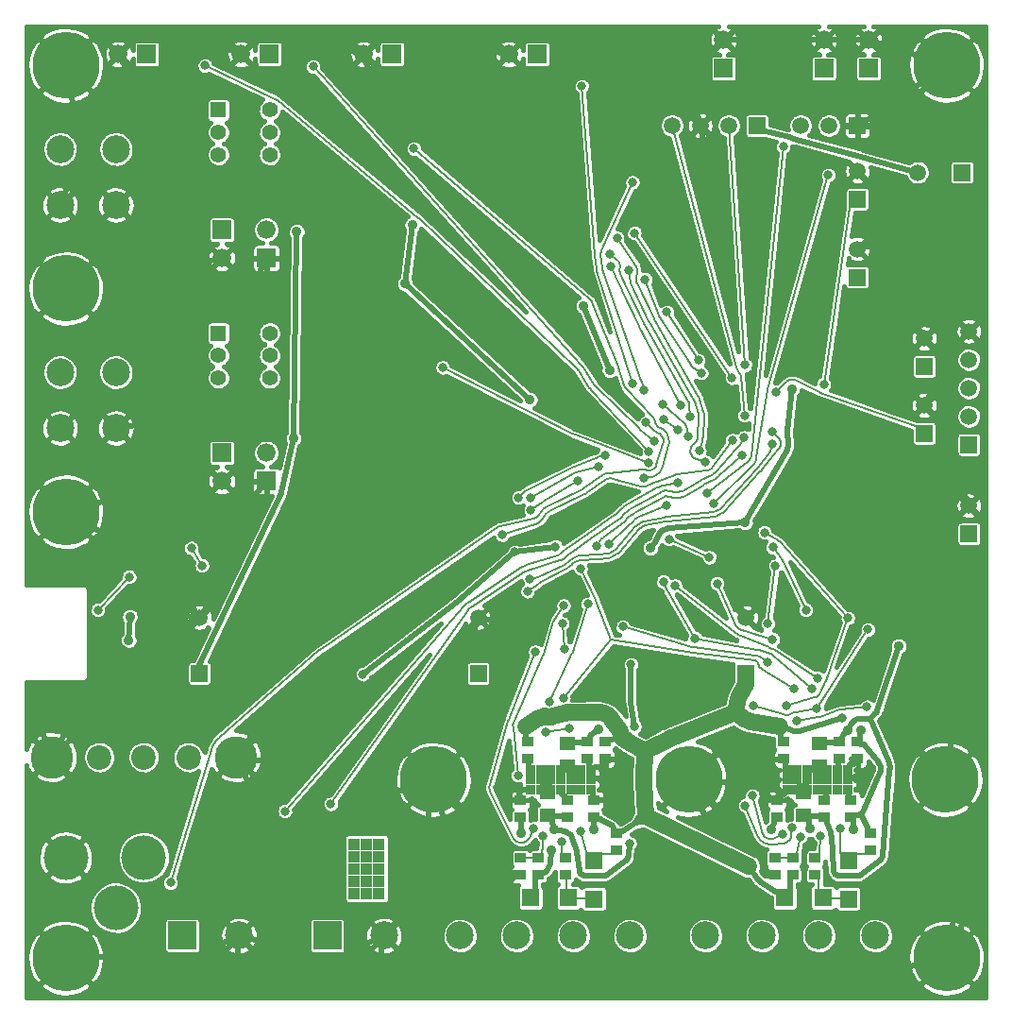
<source format=gbl>
G04 #@! TF.FileFunction,Copper,L2,Bot,Signal*
%FSLAX46Y46*%
G04 Gerber Fmt 4.6, Leading zero omitted, Abs format (unit mm)*
G04 Created by KiCad (PCBNEW (2015-07-11 BZR 5925, Git c291b88)-product) date 17.07.2015 1:56:37*
%MOMM*%
G01*
G04 APERTURE LIST*
%ADD10C,0.150000*%
%ADD11R,1.500000X1.500000*%
%ADD12C,1.500000*%
%ADD13R,1.016000X0.889000*%
%ADD14R,1.397000X1.143000*%
%ADD15R,1.676400X1.676400*%
%ADD16C,1.676400*%
%ADD17R,1.600000X1.600000*%
%ADD18R,1.100000X1.100000*%
%ADD19R,1.000000X0.900000*%
%ADD20C,2.200000*%
%ADD21C,3.800000*%
%ADD22R,1.400000X1.400000*%
%ADD23C,1.400000*%
%ADD24R,0.900000X0.900000*%
%ADD25C,2.500000*%
%ADD26C,4.000000*%
%ADD27R,2.500000X2.500000*%
%ADD28C,6.000000*%
%ADD29C,0.900000*%
%ADD30C,0.800000*%
%ADD31C,0.500000*%
%ADD32C,0.200000*%
%ADD33C,1.500000*%
%ADD34C,0.400000*%
G04 APERTURE END LIST*
D10*
D11*
X152400000Y-41600000D03*
D12*
X148400000Y-41600000D03*
D11*
X84000000Y-86500000D03*
D12*
X84000000Y-81500000D03*
D13*
X117000000Y-99362000D03*
X117000000Y-97838000D03*
X118800000Y-92638000D03*
X118800000Y-94162000D03*
X140000000Y-99362000D03*
X140000000Y-97838000D03*
X141400000Y-92638000D03*
X141400000Y-94162000D03*
D14*
X115200000Y-99216000D03*
X115200000Y-97184000D03*
X117000000Y-92784000D03*
X117000000Y-94816000D03*
X138200000Y-99216000D03*
X138200000Y-97184000D03*
X139600000Y-92784000D03*
X139600000Y-94816000D03*
D13*
X121400000Y-102362000D03*
X121400000Y-100838000D03*
X116800000Y-104562000D03*
X116800000Y-103038000D03*
X144200000Y-102362000D03*
X144200000Y-100838000D03*
X139200000Y-104562000D03*
X139200000Y-103038000D03*
X113400000Y-92638000D03*
X113400000Y-94162000D03*
X142400000Y-99362000D03*
X142400000Y-97838000D03*
X112800000Y-99362000D03*
X112800000Y-97838000D03*
X135800000Y-99362000D03*
X135800000Y-97838000D03*
X119400000Y-99362000D03*
X119400000Y-97838000D03*
X143000000Y-92638000D03*
X143000000Y-94162000D03*
X120400000Y-92638000D03*
X120400000Y-94162000D03*
X136400000Y-92638000D03*
X136400000Y-94162000D03*
D11*
X109000000Y-86500000D03*
D12*
X109000000Y-81500000D03*
D11*
X133000000Y-86500000D03*
D12*
X133000000Y-81500000D03*
D15*
X140000000Y-32270000D03*
D16*
X140000000Y-29730000D03*
D15*
X86000000Y-46730000D03*
D16*
X86000000Y-49270000D03*
D15*
X86000000Y-66730000D03*
D16*
X86000000Y-69270000D03*
D15*
X90000000Y-49270000D03*
D16*
X90000000Y-46730000D03*
D15*
X90000000Y-69270000D03*
D16*
X90000000Y-66730000D03*
D15*
X79270000Y-31000000D03*
D16*
X76730000Y-31000000D03*
D15*
X90270000Y-31000000D03*
D16*
X87730000Y-31000000D03*
D15*
X101270000Y-31000000D03*
D16*
X98730000Y-31000000D03*
D17*
X119400000Y-106700000D03*
X119400000Y-103300000D03*
X142200000Y-106700000D03*
X142200000Y-103300000D03*
X113700000Y-106600000D03*
X117100000Y-106600000D03*
X136500000Y-106600000D03*
X139900000Y-106600000D03*
D15*
X114270000Y-31000000D03*
D16*
X111730000Y-31000000D03*
D18*
X99000000Y-104000000D03*
X100100000Y-104000000D03*
X97900000Y-104000000D03*
X99000000Y-105100000D03*
X99000000Y-106200000D03*
X100100000Y-105100000D03*
X100100000Y-106200000D03*
X97900000Y-106200000D03*
X97900000Y-105100000D03*
X100100000Y-101800000D03*
X100100000Y-102900000D03*
X99000000Y-101800000D03*
X99000000Y-102900000D03*
X97900000Y-101800000D03*
X97900000Y-102900000D03*
D19*
X114400000Y-104550000D03*
X114400000Y-103050000D03*
X112800000Y-103050000D03*
X112800000Y-104550000D03*
X137200000Y-104550000D03*
X137200000Y-103050000D03*
X135600000Y-103050000D03*
X135600000Y-104550000D03*
D20*
X83000000Y-94000000D03*
X79000000Y-94000000D03*
X75000000Y-94000000D03*
D21*
X87250000Y-94000000D03*
X70750000Y-94000000D03*
D22*
X85700000Y-36000000D03*
D23*
X85700000Y-38000000D03*
X85700000Y-40000000D03*
X90300000Y-40000000D03*
X90300000Y-38000000D03*
X90300000Y-36000000D03*
D22*
X85700000Y-56000000D03*
D23*
X85700000Y-58000000D03*
X85700000Y-60000000D03*
X90300000Y-60000000D03*
X90300000Y-58000000D03*
X90300000Y-56000000D03*
D24*
X113700000Y-95100000D03*
X113700000Y-96900000D03*
X113700000Y-96000000D03*
X114600000Y-96000000D03*
X114600000Y-96900000D03*
X114600000Y-95100000D03*
X115500000Y-96000000D03*
X115500000Y-96900000D03*
X115500000Y-95100000D03*
X118200000Y-95100000D03*
X118200000Y-96900000D03*
X118200000Y-96000000D03*
X119100000Y-96000000D03*
X119100000Y-96900000D03*
X119100000Y-95100000D03*
X117300000Y-95100000D03*
X117300000Y-96900000D03*
X117300000Y-96000000D03*
X116400000Y-96000000D03*
X116400000Y-96900000D03*
X116400000Y-95100000D03*
X136700000Y-95100000D03*
X136700000Y-96900000D03*
X136700000Y-96000000D03*
X137600000Y-96000000D03*
X137600000Y-96900000D03*
X137600000Y-95100000D03*
X138500000Y-96000000D03*
X138500000Y-96900000D03*
X138500000Y-95100000D03*
X141200000Y-95100000D03*
X141200000Y-96900000D03*
X141200000Y-96000000D03*
X142100000Y-96000000D03*
X142100000Y-96900000D03*
X142100000Y-95100000D03*
X140300000Y-95100000D03*
X140300000Y-96900000D03*
X140300000Y-96000000D03*
X139400000Y-96000000D03*
X139400000Y-96900000D03*
X139400000Y-95100000D03*
D25*
X76500000Y-39500000D03*
X71500000Y-39500000D03*
X71500000Y-44500000D03*
X76500000Y-44500000D03*
X76500000Y-59500000D03*
X71500000Y-59500000D03*
X71500000Y-64500000D03*
X76500000Y-64500000D03*
D11*
X143000000Y-37400000D03*
D12*
X140460000Y-37400000D03*
X137920000Y-37400000D03*
D11*
X134000000Y-37400000D03*
D12*
X131460000Y-37400000D03*
X128920000Y-37400000D03*
X126380000Y-37400000D03*
D26*
X72000000Y-103000000D03*
X76500000Y-107500000D03*
X79000000Y-103000000D03*
D27*
X82460000Y-110000000D03*
D25*
X87540000Y-110000000D03*
D11*
X153000000Y-74000000D03*
D12*
X153000000Y-71460000D03*
D11*
X143000000Y-44000000D03*
D12*
X143000000Y-41460000D03*
D11*
X143000000Y-51000000D03*
D12*
X143000000Y-48460000D03*
D11*
X149000000Y-59000000D03*
D12*
X149000000Y-56460000D03*
D11*
X149000000Y-65000000D03*
D12*
X149000000Y-62460000D03*
X153000000Y-55840000D03*
D11*
X153000000Y-66000000D03*
D12*
X153000000Y-63460000D03*
X153000000Y-60920000D03*
X153000000Y-58380000D03*
D27*
X95460000Y-110000000D03*
D25*
X100540000Y-110000000D03*
X107380000Y-110000000D03*
X112460000Y-110000000D03*
X117540000Y-110000000D03*
X122620000Y-110000000D03*
X129380000Y-110000000D03*
X134460000Y-110000000D03*
X139540000Y-110000000D03*
X144620000Y-110000000D03*
D28*
X72000000Y-72000000D03*
X72000000Y-112000000D03*
X72000000Y-32000000D03*
X72000000Y-52000000D03*
X151000000Y-112000000D03*
X105000000Y-96000000D03*
X151000000Y-32000000D03*
X150900000Y-96000000D03*
X127900000Y-96000000D03*
D15*
X144000000Y-32270000D03*
D16*
X144000000Y-29730000D03*
D15*
X131000000Y-32270000D03*
D16*
X131000000Y-29730000D03*
D29*
X120778500Y-59302600D03*
X118424300Y-53559000D03*
X113636000Y-61954900D03*
X102425000Y-51562000D03*
X103086800Y-46310000D03*
X132940100Y-72962600D03*
X124454300Y-75241100D03*
X137162500Y-61002000D03*
D30*
X115925100Y-75119000D03*
X98641200Y-86576100D03*
X112285200Y-75608900D03*
D29*
X77750100Y-81407500D03*
X77651300Y-83505400D03*
X74743400Y-85055400D03*
X99956900Y-52948600D03*
X94675100Y-57230600D03*
X94783000Y-51555500D03*
X99401600Y-33292000D03*
X96508200Y-32449900D03*
X89689800Y-99075800D03*
X96774500Y-98773500D03*
X81572200Y-77567900D03*
X97879000Y-45019800D03*
X117764400Y-64240900D03*
X117513300Y-62095300D03*
X117262700Y-59785200D03*
X124096600Y-74090200D03*
X124461200Y-76510400D03*
X130659000Y-76790400D03*
X95299700Y-85067900D03*
X95649700Y-90323000D03*
X120762500Y-71612200D03*
X115773300Y-72713100D03*
X120851100Y-69875300D03*
X137750900Y-64883000D03*
X110846600Y-96731700D03*
X144100200Y-95029700D03*
D30*
X123642400Y-89009200D03*
X125008300Y-91259100D03*
X122392400Y-95814400D03*
D29*
X106730000Y-79104300D03*
X77600000Y-70400000D03*
X82400000Y-70400000D03*
X82400000Y-67200000D03*
X85400000Y-63200000D03*
X88000000Y-65000000D03*
X90800000Y-62400000D03*
X82400000Y-56600000D03*
X77800000Y-54200000D03*
X83200000Y-52200000D03*
X88600000Y-52200000D03*
X79800000Y-50800000D03*
X81800000Y-47400000D03*
X79400000Y-42000000D03*
X78600000Y-34400000D03*
X82200000Y-36400000D03*
X83200000Y-33800000D03*
X95600000Y-30200000D03*
X85800000Y-30200000D03*
X90800000Y-43800000D03*
X85400000Y-43800000D03*
X94400000Y-47800000D03*
X96400000Y-42600000D03*
X101000000Y-41600000D03*
X105800000Y-43000000D03*
X101000000Y-45400000D03*
X101400000Y-48000000D03*
X97200000Y-50600000D03*
X99200000Y-56000000D03*
X96600000Y-60800000D03*
X96800000Y-65000000D03*
X100400000Y-65000000D03*
X103800000Y-65000000D03*
X103800000Y-62400000D03*
X101000000Y-60200000D03*
X104800000Y-56400000D03*
X107000000Y-53000000D03*
X114200000Y-59200000D03*
X111000000Y-55200000D03*
X116000000Y-53000000D03*
X113000000Y-50200000D03*
X109200000Y-46400000D03*
X108800000Y-41000000D03*
X106600000Y-36600000D03*
X112800000Y-40400000D03*
X120200000Y-39000000D03*
X116800000Y-39000000D03*
X109800000Y-33000000D03*
X115400000Y-33400000D03*
X122600000Y-33800000D03*
X126000000Y-30400000D03*
X135600000Y-31400000D03*
X133400000Y-34800000D03*
X129400000Y-40400000D03*
X134600000Y-40600000D03*
X150600000Y-37800000D03*
X125000000Y-42200000D03*
X125600000Y-45800000D03*
X128600000Y-51400000D03*
X130600000Y-47400000D03*
X133800000Y-51200000D03*
X136600000Y-50000000D03*
X138400000Y-43600000D03*
X140000000Y-49400000D03*
X140800000Y-45800000D03*
X145800000Y-47600000D03*
X146000000Y-43400000D03*
X150400000Y-43200000D03*
X150600000Y-47200000D03*
X145800000Y-54200000D03*
X142400000Y-55600000D03*
X145400000Y-58000000D03*
X139200000Y-58800000D03*
X137400000Y-56400000D03*
X133800000Y-55000000D03*
X140600000Y-63000000D03*
X141600000Y-60800000D03*
X145600000Y-61200000D03*
X144800000Y-64400000D03*
X146600000Y-65800000D03*
X150200000Y-68800000D03*
X147000000Y-70600000D03*
X141800000Y-70800000D03*
X136200000Y-71800000D03*
X138400000Y-75000000D03*
X145000000Y-72800000D03*
X131600000Y-64000000D03*
X130200000Y-74400000D03*
X122200000Y-76800000D03*
X121000000Y-80800000D03*
X126400000Y-82200000D03*
X129400000Y-82200000D03*
X112000000Y-82000000D03*
X107600000Y-76800000D03*
X105800000Y-75400000D03*
X100000000Y-76000000D03*
X94600000Y-75800000D03*
X91000000Y-75600000D03*
X87200000Y-75400000D03*
X86800000Y-72200000D03*
X94200000Y-72600000D03*
X100000000Y-73000000D03*
X105000000Y-73000000D03*
X94000000Y-69200000D03*
X100000000Y-69400000D03*
X107200000Y-69200000D03*
X109800000Y-64400000D03*
X82000000Y-85400000D03*
X87200000Y-83800000D03*
X81600000Y-81200000D03*
X79000000Y-79000000D03*
X88800000Y-79800000D03*
X85200000Y-79800000D03*
X93000000Y-79400000D03*
X94000000Y-83000000D03*
X97800000Y-79400000D03*
X103800000Y-79400000D03*
X99000000Y-84600000D03*
X100600000Y-86600000D03*
X108200000Y-83800000D03*
X108800000Y-89400000D03*
X98400000Y-89000000D03*
X88800000Y-88200000D03*
X85600000Y-90600000D03*
X78400000Y-88200000D03*
X81200000Y-91000000D03*
X77000000Y-91400000D03*
X73800000Y-90800000D03*
X69400000Y-90400000D03*
X73200000Y-96800000D03*
X77600000Y-96800000D03*
X75600000Y-100200000D03*
X91800000Y-94600000D03*
X89600000Y-90800000D03*
X97200000Y-94000000D03*
X103600000Y-89000000D03*
X106800000Y-91200000D03*
X109800000Y-92400000D03*
X104200000Y-101800000D03*
X108400000Y-100200000D03*
X106800000Y-106000000D03*
X110400000Y-106200000D03*
X124400000Y-106400000D03*
X128400000Y-105600000D03*
X125400000Y-102200000D03*
X131800000Y-92600000D03*
X129600000Y-100000000D03*
X126800000Y-89000000D03*
X129200000Y-87200000D03*
X139000000Y-84400000D03*
X136800000Y-82200000D03*
X126000000Y-85400000D03*
X146800000Y-82000000D03*
X146600000Y-91000000D03*
X147000000Y-99600000D03*
X149000000Y-103200000D03*
X146600000Y-105600000D03*
X153200000Y-107200000D03*
X152800000Y-101800000D03*
X144200000Y-113600000D03*
X138800000Y-113600000D03*
X133200000Y-113800000D03*
X128400000Y-114000000D03*
X123600000Y-114200000D03*
X119200000Y-114200000D03*
X113400000Y-113800000D03*
X108400000Y-114400000D03*
X104000000Y-114000000D03*
X99800000Y-114000000D03*
X94600000Y-114200000D03*
X91800000Y-114000000D03*
X87200000Y-114200000D03*
X82600000Y-114000000D03*
X77200000Y-114000000D03*
X151000000Y-78800000D03*
X150800000Y-86600000D03*
X147600000Y-76600000D03*
X142800000Y-77800000D03*
X103600000Y-68400000D03*
X97200000Y-68200000D03*
D30*
X129800000Y-58400000D03*
X134094100Y-79117500D03*
X136260100Y-79196300D03*
X74899900Y-80799900D03*
X77699400Y-77846200D03*
X84229800Y-76826900D03*
X83273200Y-75255600D03*
D29*
X113269700Y-91228900D03*
X121857200Y-92151900D03*
X112858700Y-100793000D03*
X119361600Y-100467700D03*
X92727400Y-46910200D03*
X92425000Y-65438000D03*
X115594700Y-102306700D03*
X135262100Y-100465100D03*
X133274300Y-103800100D03*
D30*
X136024600Y-91250500D03*
D29*
X143309100Y-91563400D03*
X142632900Y-100445200D03*
D30*
X141655100Y-90509600D03*
X116726800Y-84314700D03*
X116528300Y-82014700D03*
X120342900Y-66968400D03*
X112610300Y-70722500D03*
X125625000Y-63748300D03*
X126925900Y-64689400D03*
X135412300Y-75192200D03*
X138373000Y-80805700D03*
X117123000Y-91382500D03*
X115043900Y-91732300D03*
X117954800Y-69249700D03*
X113730400Y-71865300D03*
X143873700Y-89482800D03*
X137584600Y-90752800D03*
X135392800Y-83438400D03*
X130413300Y-78427200D03*
D29*
X119768000Y-91494500D03*
X115809200Y-100442200D03*
D30*
X122583400Y-101733100D03*
X122700000Y-85687700D03*
X123018900Y-91253400D03*
D29*
X138769700Y-100425900D03*
X142098800Y-91571700D03*
X146700000Y-84049700D03*
D30*
X134984000Y-82024800D03*
X135651000Y-76839200D03*
X133587800Y-97457900D03*
X136276500Y-100936900D03*
X113929600Y-100389000D03*
X114102000Y-84550200D03*
X121975000Y-82311100D03*
X134932800Y-85499100D03*
X118216100Y-100657800D03*
X116495400Y-101576400D03*
X141481900Y-100369800D03*
X139710900Y-101092400D03*
X91669900Y-98827200D03*
X126898500Y-69440200D03*
X118282500Y-33876700D03*
X122861600Y-60486600D03*
X112549900Y-95624900D03*
X116650100Y-80406500D03*
X119805500Y-67928300D03*
X113709600Y-70765400D03*
X103223000Y-39455200D03*
X123836700Y-68954600D03*
X105812100Y-59060800D03*
X124289800Y-67599900D03*
X84484700Y-32012900D03*
X124305900Y-66580800D03*
X94184600Y-32099900D03*
X124810400Y-65690000D03*
X126095200Y-74453800D03*
X129712000Y-76085700D03*
X138957200Y-87897100D03*
X125610200Y-78254600D03*
X128431900Y-83336000D03*
X139413400Y-86896000D03*
X126644000Y-78630800D03*
X137117200Y-100338100D03*
X132935500Y-98343800D03*
X120783500Y-48912500D03*
X127961000Y-63451800D03*
X120896900Y-50014100D03*
X127144300Y-62482000D03*
X121460600Y-47462300D03*
X128831900Y-66552200D03*
X122468000Y-50367600D03*
X129360300Y-67517100D03*
X139987700Y-60574900D03*
X119582000Y-75036100D03*
X132672700Y-66933700D03*
X116645100Y-88691500D03*
X118190400Y-77110500D03*
X137312000Y-87891200D03*
X111142900Y-74073100D03*
X131788000Y-65580400D03*
X132861000Y-65337000D03*
X95781400Y-98193400D03*
X113635400Y-78035100D03*
X135362800Y-65918600D03*
X113421000Y-79126400D03*
X135386200Y-64815500D03*
X132869500Y-63353500D03*
X132927400Y-58839200D03*
X123013000Y-47011200D03*
X131766800Y-59993600D03*
X135708600Y-61240100D03*
X123964100Y-51182400D03*
X129004200Y-59567100D03*
X128738100Y-58423600D03*
X125921700Y-54109100D03*
X115361900Y-89013200D03*
X118820100Y-80265100D03*
X120690100Y-74936400D03*
X125905000Y-71436200D03*
X136649100Y-89421400D03*
X142152300Y-81535400D03*
X134676600Y-73850200D03*
X127848400Y-65288700D03*
X125578500Y-62396100D03*
X114829600Y-101037100D03*
X137870900Y-101146200D03*
X139375100Y-89638000D03*
X143939300Y-82565300D03*
X133644900Y-89366000D03*
X124046400Y-64007500D03*
X81397500Y-105255900D03*
X122842600Y-42480100D03*
X123819900Y-61140600D03*
X136339200Y-39285000D03*
X129560500Y-70312800D03*
X140396400Y-41822700D03*
X130105500Y-71263500D03*
D31*
X107339100Y-79897500D02*
X98641200Y-86576100D01*
X107395800Y-79851000D02*
X107414100Y-79833900D01*
X107358500Y-79882600D02*
X107395800Y-79851000D01*
X107339100Y-79897500D02*
X107358500Y-79882600D01*
X107426700Y-79822000D02*
X107414100Y-79833900D01*
X107493500Y-79761800D02*
X107426700Y-79822000D01*
X112285200Y-75608900D02*
X107493500Y-79761800D01*
X102425000Y-51562000D02*
X103086800Y-46310000D01*
X136616100Y-66648200D02*
X132940100Y-72962600D01*
X136823900Y-66041400D02*
X136809900Y-65824400D01*
X136725100Y-66460900D02*
X136823900Y-66041400D01*
X136616100Y-66648200D02*
X136725100Y-66460900D01*
X136752900Y-64947900D02*
X136809900Y-65824400D01*
X136750100Y-64905000D02*
X136752900Y-64947900D01*
X136751900Y-64819400D02*
X136750100Y-64905000D01*
X136756500Y-64776000D02*
X136751900Y-64819400D01*
X137162500Y-61002000D02*
X136756500Y-64776000D01*
X102425000Y-51562000D02*
X113636000Y-61954900D01*
X120778500Y-59302600D02*
X118424300Y-53559000D01*
X115925100Y-75119000D02*
X112285200Y-75608900D01*
X124875900Y-74717100D02*
X124454300Y-75241100D01*
X124967300Y-74585100D02*
X124991100Y-74537500D01*
X124909800Y-74674900D02*
X124967300Y-74585100D01*
X124875900Y-74717100D02*
X124909800Y-74674900D01*
X125245400Y-74028900D02*
X124991100Y-74537500D01*
X125300000Y-73919400D02*
X125245400Y-74028900D01*
X125462900Y-73734000D02*
X125300000Y-73919400D01*
X125666300Y-73597100D02*
X125462900Y-73734000D01*
X125897700Y-73516300D02*
X125666300Y-73597100D01*
X126020700Y-73506600D02*
X125897700Y-73516300D01*
X132940100Y-72962600D02*
X126020700Y-73506600D01*
X134500000Y-37900000D02*
X134000000Y-37400000D01*
X134750000Y-37900000D02*
X134500000Y-37900000D01*
X134765800Y-37900000D02*
X134750000Y-37900000D01*
X134797500Y-37904000D02*
X134765800Y-37900000D01*
X134812700Y-37908000D02*
X134797500Y-37904000D01*
X136577500Y-38365300D02*
X134812700Y-37908000D01*
X136603400Y-38372400D02*
X136577500Y-38365300D01*
X137558500Y-38648800D02*
X136603400Y-38372400D01*
X137558500Y-38648800D02*
X137582100Y-38655400D01*
X143337900Y-40204600D02*
X137582100Y-38655400D01*
X143345500Y-40206700D02*
X143337900Y-40204600D01*
X148400000Y-41600000D02*
X143345500Y-40206700D01*
X77750100Y-81407500D02*
X77651300Y-83505400D01*
X109000000Y-81500000D02*
X112000000Y-82000000D01*
X108200000Y-83800000D02*
X109000000Y-81500000D01*
X131800000Y-92600000D02*
X127900000Y-96000000D01*
X136260100Y-79196300D02*
X136800000Y-82200000D01*
X132199500Y-79888000D02*
X134094100Y-79117500D01*
X132199500Y-79888000D02*
X133000000Y-81500000D01*
X137597600Y-66182300D02*
X137750900Y-64883000D01*
X137571900Y-66398100D02*
X137597600Y-66182300D01*
X137441400Y-66807200D02*
X137571900Y-66398100D01*
X137337600Y-66997400D02*
X137441400Y-66807200D01*
X133842800Y-73394700D02*
X137337600Y-66997400D01*
X133842800Y-73394700D02*
X133830600Y-73417800D01*
X133797300Y-73482900D02*
X133830600Y-73417800D01*
X133713200Y-73601200D02*
X133797300Y-73482900D01*
X133662400Y-73654300D02*
X133713200Y-73601200D01*
X131935700Y-75457300D02*
X133662400Y-73654300D01*
X130200000Y-74400000D02*
X131935700Y-75457300D01*
X136800000Y-82200000D02*
X139000000Y-84400000D01*
X126800000Y-89000000D02*
X125008300Y-91259100D01*
X122200000Y-76800000D02*
X124461200Y-76510400D01*
X121000000Y-80800000D02*
X122200000Y-76800000D01*
X129600000Y-100000000D02*
X127900000Y-96000000D01*
X125934600Y-114102700D02*
X123600000Y-114200000D01*
X126237100Y-106032600D02*
X125934600Y-114102700D01*
X126237100Y-106032600D02*
X128400000Y-105600000D01*
X125400000Y-102200000D02*
X124400000Y-106400000D01*
X124400000Y-106400000D02*
X126237100Y-106032600D01*
X112550000Y-104750000D02*
X112800000Y-104550000D01*
X112300000Y-104750000D02*
X112550000Y-104750000D01*
X110400000Y-106200000D02*
X112300000Y-104750000D01*
X106800000Y-106000000D02*
X106830700Y-103140900D01*
X104200000Y-101800000D02*
X105000000Y-96000000D01*
X108400000Y-100200000D02*
X105000000Y-96000000D01*
X85600000Y-90600000D02*
X88800000Y-88200000D01*
X85400000Y-63200000D02*
X76500000Y-64500000D01*
X88000000Y-65000000D02*
X90800000Y-62400000D01*
X88000000Y-65000000D02*
X85400000Y-63200000D01*
X114200000Y-59200000D02*
X111000000Y-55200000D01*
X114200000Y-59200000D02*
X117262700Y-59785200D01*
X109367000Y-76852000D02*
X106730000Y-79104300D01*
X107600000Y-76800000D02*
X109367000Y-76852000D01*
X104068500Y-80492900D02*
X98519400Y-83388100D01*
X103800000Y-79400000D02*
X104068500Y-80492900D01*
X98519400Y-83388100D02*
X95299700Y-85067900D01*
X99000000Y-84600000D02*
X98519400Y-83388100D01*
X94000000Y-83000000D02*
X93000000Y-79400000D01*
X88800000Y-79800000D02*
X93000000Y-79400000D01*
X88800000Y-79800000D02*
X87200000Y-83800000D01*
X85200000Y-79800000D02*
X84000000Y-81500000D01*
X79000000Y-79000000D02*
X81572200Y-77567900D01*
X81600000Y-81200000D02*
X84000000Y-81500000D01*
X78400000Y-88200000D02*
X82000000Y-85400000D01*
X87250000Y-94000000D02*
X91800000Y-94600000D01*
X89600000Y-90800000D02*
X87250000Y-94000000D01*
X78400000Y-88200000D02*
X81200000Y-91000000D01*
X77000000Y-91400000D02*
X78400000Y-88200000D01*
X73800000Y-90800000D02*
X77000000Y-91400000D01*
X72746100Y-90415800D02*
X75372000Y-85700600D01*
X73800000Y-90800000D02*
X72746100Y-90415800D01*
X69400000Y-90400000D02*
X70750000Y-94000000D01*
X73200000Y-96800000D02*
X70750000Y-94000000D01*
X77600000Y-96800000D02*
X73200000Y-96800000D01*
X73200000Y-96800000D02*
X75600000Y-100200000D01*
X87200000Y-114200000D02*
X87540000Y-110000000D01*
X82600000Y-114000000D02*
X87200000Y-114200000D01*
X82600000Y-114000000D02*
X77200000Y-114000000D01*
X99800000Y-114000000D02*
X100540000Y-110000000D01*
X94600000Y-114200000D02*
X91800000Y-114000000D01*
X94600000Y-114200000D02*
X99800000Y-114000000D01*
X99800000Y-114000000D02*
X104000000Y-114000000D01*
X140600000Y-63000000D02*
X144800000Y-64400000D01*
X147000000Y-70600000D02*
X150200000Y-68800000D01*
X147000000Y-70600000D02*
X145000000Y-72800000D01*
X141800000Y-70800000D02*
X136200000Y-71800000D01*
X141800000Y-70800000D02*
X138400000Y-75000000D01*
X141800000Y-70800000D02*
X145000000Y-72800000D01*
X147600000Y-76600000D02*
X142800000Y-77800000D01*
X147600000Y-76600000D02*
X145000000Y-72800000D01*
X147600000Y-76600000D02*
X146800000Y-82000000D01*
X151000000Y-78800000D02*
X152428800Y-86465000D01*
X146800000Y-82000000D02*
X151000000Y-78800000D01*
X154176300Y-72902300D02*
X153000000Y-71460000D01*
X154236400Y-72976000D02*
X154176300Y-72902300D01*
X154300100Y-73155000D02*
X154236400Y-72976000D01*
X154300100Y-73250000D02*
X154300100Y-73155000D01*
X154300100Y-74750000D02*
X154300100Y-73250000D01*
X154300100Y-74772200D02*
X154300100Y-74750000D01*
X154296700Y-74815300D02*
X154300100Y-74772200D01*
X154293200Y-74837100D02*
X154296700Y-74815300D01*
X152428800Y-86465000D02*
X154293200Y-74837100D01*
X150800000Y-86600000D02*
X152428800Y-86465000D01*
X146600000Y-91000000D02*
X150900000Y-96000000D01*
X149000000Y-103200000D02*
X147000000Y-99600000D01*
X149000000Y-103200000D02*
X146600000Y-105600000D01*
X152800000Y-101800000D02*
X149000000Y-103200000D01*
X152800000Y-101800000D02*
X151000000Y-112000000D01*
X153200000Y-107200000D02*
X151000000Y-112000000D01*
X144200000Y-113600000D02*
X151000000Y-112000000D01*
X113400000Y-113800000D02*
X108400000Y-114400000D01*
X119200000Y-114200000D02*
X113400000Y-113800000D01*
X123600000Y-114200000D02*
X119200000Y-114200000D01*
X128400000Y-114000000D02*
X125934600Y-114102700D01*
X133200000Y-113800000D02*
X128400000Y-114000000D01*
X138800000Y-113600000D02*
X133200000Y-113800000D01*
X138800000Y-113600000D02*
X144200000Y-113600000D01*
X99200000Y-56000000D02*
X99956900Y-52948600D01*
X150600000Y-47200000D02*
X150400000Y-43200000D01*
X145800000Y-47600000D02*
X144152200Y-48124500D01*
X142400000Y-55600000D02*
X145400000Y-58000000D01*
X142400000Y-55600000D02*
X145800000Y-54200000D01*
X137400000Y-56400000D02*
X140000000Y-49400000D01*
X145600000Y-61200000D02*
X145400000Y-58000000D01*
X146600000Y-65800000D02*
X144800000Y-64400000D01*
X130000000Y-59200000D02*
X129800000Y-58400000D01*
X130000000Y-61200000D02*
X130000000Y-59200000D01*
X131600000Y-64000000D02*
X130000000Y-61200000D01*
X138400000Y-43600000D02*
X136600000Y-50000000D01*
X134600000Y-40600000D02*
X133800000Y-51200000D01*
X129400000Y-40400000D02*
X130600000Y-47400000D01*
X129400000Y-40400000D02*
X128920000Y-37400000D01*
X125000000Y-42200000D02*
X125600000Y-45800000D01*
X122600000Y-33800000D02*
X120200000Y-39000000D01*
X126000000Y-30400000D02*
X127739900Y-32986000D01*
X122600000Y-33800000D02*
X127739900Y-32986000D01*
X116800000Y-39000000D02*
X115400000Y-33400000D01*
X112800000Y-40400000D02*
X116800000Y-39000000D01*
X106600000Y-36600000D02*
X109800000Y-33000000D01*
X106600000Y-36600000D02*
X108800000Y-41000000D01*
X108800000Y-41000000D02*
X112800000Y-40400000D01*
X109200000Y-46400000D02*
X105800000Y-43000000D01*
X113000000Y-50200000D02*
X109200000Y-46400000D01*
X116000000Y-53000000D02*
X113000000Y-50200000D01*
X107000000Y-53000000D02*
X111000000Y-55200000D01*
X96400000Y-42600000D02*
X97879000Y-45019800D01*
X88600000Y-52200000D02*
X90000000Y-49270000D01*
X94400000Y-44800000D02*
X90800000Y-43800000D01*
X94400000Y-47800000D02*
X94400000Y-44800000D01*
X95968400Y-49053100D02*
X94783000Y-51555500D01*
X94400000Y-47800000D02*
X95968400Y-49053100D01*
X97200000Y-50600000D02*
X97879000Y-45019800D01*
X104800000Y-56400000D02*
X103800000Y-62400000D01*
X101000000Y-60200000D02*
X103800000Y-62400000D01*
X103600000Y-68400000D02*
X109800000Y-64400000D01*
X104253500Y-73665600D02*
X105800000Y-75400000D01*
X104145700Y-73544700D02*
X104253500Y-73665600D01*
X104017500Y-73247200D02*
X104145700Y-73544700D01*
X104003600Y-73085800D02*
X104017500Y-73247200D01*
X103600000Y-68400000D02*
X104003600Y-73085800D01*
X102876800Y-64615300D02*
X103800000Y-62400000D01*
X102790400Y-65080800D02*
X102828400Y-65237000D01*
X102815200Y-64763200D02*
X102790400Y-65080800D01*
X102876800Y-64615300D02*
X102815200Y-64763200D01*
X103600000Y-68400000D02*
X102828400Y-65237000D01*
X103600000Y-68400000D02*
X105000000Y-73000000D01*
X103600000Y-68400000D02*
X100000000Y-69400000D01*
X103600000Y-68400000D02*
X103800000Y-65000000D01*
X103600000Y-68400000D02*
X107200000Y-69200000D01*
X89411800Y-69858200D02*
X90000000Y-69270000D01*
X89411800Y-70108200D02*
X89411800Y-69858200D01*
X86800000Y-72200000D02*
X89411800Y-70108200D01*
X87200000Y-75400000D02*
X86800000Y-72200000D01*
X94600000Y-75800000D02*
X100000000Y-76000000D01*
X94600000Y-75800000D02*
X97800000Y-79400000D01*
X94600000Y-75800000D02*
X93000000Y-79400000D01*
X94600000Y-75800000D02*
X91000000Y-75600000D01*
X94600000Y-75800000D02*
X94200000Y-72600000D01*
X97200000Y-68200000D02*
X100000000Y-73000000D01*
X97200000Y-68200000D02*
X94200000Y-72600000D01*
X97200000Y-68200000D02*
X100400000Y-65000000D01*
X97200000Y-68200000D02*
X96800000Y-65000000D01*
X97200000Y-68200000D02*
X94000000Y-69200000D01*
X97200000Y-68200000D02*
X100000000Y-69400000D01*
X82400000Y-70400000D02*
X82400000Y-67200000D01*
X77600000Y-70400000D02*
X82400000Y-70400000D01*
X77600000Y-70400000D02*
X72000000Y-72000000D01*
X85400000Y-43800000D02*
X81800000Y-47400000D01*
X79800000Y-50800000D02*
X86000000Y-49270000D01*
X79800000Y-50800000D02*
X81800000Y-47400000D01*
X77800000Y-54200000D02*
X83200000Y-52200000D01*
X77800000Y-54200000D02*
X82400000Y-56600000D01*
X77800000Y-54200000D02*
X79800000Y-50800000D01*
X79400000Y-42000000D02*
X76500000Y-44500000D01*
X78600000Y-34400000D02*
X83200000Y-33800000D01*
X78600000Y-34400000D02*
X82200000Y-36400000D01*
X78600000Y-34400000D02*
X76730000Y-31000000D01*
X110259700Y-103872400D02*
X106830700Y-103140900D01*
X111236900Y-104085000D02*
X110259700Y-103872400D01*
X112237800Y-104342100D02*
X111236900Y-104085000D01*
X112284200Y-104350000D02*
X112300000Y-104350000D01*
X112253000Y-104346000D02*
X112284200Y-104350000D01*
X112237800Y-104342100D02*
X112253000Y-104346000D01*
X112550000Y-104350000D02*
X112300000Y-104350000D01*
X112800000Y-104550000D02*
X112550000Y-104350000D01*
X78056100Y-29760000D02*
X76730000Y-31000000D01*
X78132600Y-29688500D02*
X78056100Y-29760000D01*
X78326900Y-29611800D02*
X78132600Y-29688500D01*
X78431800Y-29611700D02*
X78326900Y-29611800D01*
X80108200Y-29611700D02*
X78431800Y-29611700D01*
X80133100Y-29611700D02*
X80108200Y-29611700D01*
X80182800Y-29616200D02*
X80133100Y-29611700D01*
X80207400Y-29620700D02*
X80182800Y-29616200D01*
X85800000Y-30200000D02*
X80207400Y-29620700D01*
X89056100Y-29760000D02*
X87730000Y-31000000D01*
X89132600Y-29688500D02*
X89056100Y-29760000D01*
X89326900Y-29611800D02*
X89132600Y-29688500D01*
X89431800Y-29611700D02*
X89326900Y-29611800D01*
X91108200Y-29611700D02*
X89431800Y-29611700D01*
X91133100Y-29611700D02*
X91108200Y-29611700D01*
X91182800Y-29616200D02*
X91133100Y-29611700D01*
X91207400Y-29620700D02*
X91182800Y-29616200D01*
X95600000Y-30200000D02*
X91207400Y-29620700D01*
X112717500Y-96997000D02*
X112712000Y-97000500D01*
X112774200Y-96961000D02*
X112717500Y-96997000D01*
X112902600Y-96923700D02*
X112774200Y-96961000D01*
X112969500Y-96923700D02*
X112902600Y-96923700D01*
X113250000Y-96923700D02*
X112969500Y-96923700D01*
X113500000Y-96923700D02*
X113250000Y-96923700D01*
X113700000Y-96900000D02*
X113500000Y-96923700D01*
X150176300Y-57902300D02*
X149000000Y-56460000D01*
X150236400Y-57976000D02*
X150176300Y-57902300D01*
X150300100Y-58155000D02*
X150236400Y-57976000D01*
X150300100Y-58250000D02*
X150300100Y-58155000D01*
X150300100Y-59750000D02*
X150300100Y-58250000D01*
X150300100Y-59814200D02*
X150300100Y-59750000D01*
X150270300Y-59939900D02*
X150300100Y-59814200D01*
X150241200Y-59997600D02*
X150270300Y-59939900D01*
X149000000Y-62460000D02*
X150241200Y-59997600D01*
X150900000Y-96000000D02*
X152428800Y-86465000D01*
X143000000Y-48460000D02*
X144152200Y-48124500D01*
X144000000Y-29730000D02*
X151000000Y-32000000D01*
X142250000Y-97350000D02*
X142100000Y-96900000D01*
X142250000Y-97393500D02*
X142250000Y-97350000D01*
X142250000Y-97643500D02*
X142250000Y-97393500D01*
X142400000Y-97838000D02*
X142250000Y-97643500D01*
X98730000Y-31000000D02*
X95600000Y-30200000D01*
X96950500Y-111744800D02*
X100540000Y-110000000D01*
X96893900Y-111772200D02*
X96950500Y-111744800D01*
X96772700Y-111800100D02*
X96893900Y-111772200D01*
X96710000Y-111800100D02*
X96772700Y-111800100D01*
X94210000Y-111800100D02*
X96710000Y-111800100D01*
X94172900Y-111800100D02*
X94210000Y-111800100D01*
X94100400Y-111790300D02*
X94172900Y-111800100D01*
X94065200Y-111780700D02*
X94100400Y-111790300D01*
X87540000Y-110000000D02*
X94065200Y-111780700D01*
X83950500Y-111744800D02*
X87540000Y-110000000D01*
X83896300Y-111771000D02*
X83950500Y-111744800D01*
X83779200Y-111799000D02*
X83896300Y-111771000D01*
X83719400Y-111800000D02*
X83779200Y-111799000D01*
X72000000Y-112000000D02*
X83719400Y-111800000D01*
X112333800Y-96845000D02*
X110846600Y-96731700D01*
X112394900Y-96849600D02*
X112333800Y-96845000D01*
X112512800Y-96885900D02*
X112394900Y-96849600D01*
X112566300Y-96916700D02*
X112512800Y-96885900D01*
X112712000Y-97000500D02*
X112566300Y-96916700D01*
X136550000Y-94900000D02*
X136700000Y-95100000D01*
X136550000Y-94650000D02*
X136550000Y-94900000D01*
X136550000Y-94606500D02*
X136550000Y-94650000D01*
X136550000Y-94356500D02*
X136550000Y-94606500D01*
X136400000Y-94162000D02*
X136550000Y-94356500D01*
X123842700Y-76032400D02*
X124461200Y-76510400D01*
X123683000Y-75908900D02*
X123842700Y-76032400D01*
X123484500Y-75557800D02*
X123683000Y-75908900D01*
X123437400Y-75159000D02*
X123484500Y-75557800D01*
X123548600Y-74771400D02*
X123437400Y-75159000D01*
X123675000Y-74614200D02*
X123548600Y-74771400D01*
X124096600Y-74090200D02*
X123675000Y-74614200D01*
X78092400Y-84403000D02*
X84000000Y-81500000D01*
X78081900Y-84408100D02*
X78092400Y-84403000D01*
X75372000Y-85700600D02*
X78081900Y-84408100D01*
X120762500Y-71612200D02*
X115773300Y-72713100D01*
X127739900Y-32986000D02*
X131000000Y-29730000D01*
X113056100Y-29760000D02*
X111730000Y-31000000D01*
X113132600Y-29688500D02*
X113056100Y-29760000D01*
X113326900Y-29611800D02*
X113132600Y-29688500D01*
X113431800Y-29611700D02*
X113326900Y-29611800D01*
X115108200Y-29611700D02*
X113431800Y-29611700D01*
X115144100Y-29611700D02*
X115108200Y-29611700D01*
X115215600Y-29621000D02*
X115144100Y-29611700D01*
X115250900Y-29630500D02*
X115215600Y-29621000D01*
X127739900Y-32986000D02*
X115250900Y-29630500D01*
X100056100Y-29760000D02*
X98730000Y-31000000D01*
X100132600Y-29688500D02*
X100056100Y-29760000D01*
X100326900Y-29611800D02*
X100132600Y-29688500D01*
X100431800Y-29611700D02*
X100326900Y-29611800D01*
X102108200Y-29611700D02*
X100431800Y-29611700D01*
X102127900Y-29611700D02*
X102108200Y-29611700D01*
X102167100Y-29614500D02*
X102127900Y-29611700D01*
X102187100Y-29617400D02*
X102167100Y-29614500D01*
X111730000Y-31000000D02*
X102187100Y-29617400D01*
X130659000Y-76790400D02*
X131935700Y-75457300D01*
X144176300Y-42902300D02*
X143000000Y-41460000D01*
X144236400Y-42976000D02*
X144176300Y-42902300D01*
X144300100Y-43155000D02*
X144236400Y-42976000D01*
X144300100Y-43250000D02*
X144300100Y-43155000D01*
X144300100Y-44750000D02*
X144300100Y-43250000D01*
X144299600Y-44774200D02*
X144300100Y-44750000D01*
X144152200Y-48124500D02*
X144299600Y-44774200D01*
X87730000Y-31000000D02*
X85800000Y-30200000D01*
X142742000Y-94356500D02*
X143000000Y-94162000D01*
X142742000Y-94606500D02*
X142742000Y-94356500D01*
X142548600Y-94613700D02*
X142742000Y-94606500D01*
X142525900Y-94621600D02*
X142520900Y-94628200D01*
X142540400Y-94614000D02*
X142525900Y-94621600D01*
X142548600Y-94613700D02*
X142540400Y-94614000D01*
X142521100Y-94628300D02*
X142520900Y-94628200D01*
X142516100Y-94634900D02*
X142521100Y-94628300D01*
X142501600Y-94642500D02*
X142516100Y-94634900D01*
X142493400Y-94642800D02*
X142501600Y-94642500D01*
X142300000Y-94650000D02*
X142493400Y-94642800D01*
X142300000Y-94900000D02*
X142300000Y-94650000D01*
X142100000Y-95100000D02*
X142300000Y-94900000D01*
X70750000Y-94000000D02*
X72746100Y-90415800D01*
X150176300Y-63902300D02*
X149000000Y-62460000D01*
X150205000Y-63937600D02*
X150176300Y-63902300D01*
X150250400Y-64017000D02*
X150205000Y-63937600D01*
X150266000Y-64059400D02*
X150250400Y-64017000D01*
X153000000Y-71460000D02*
X150266000Y-64059400D01*
X140000000Y-29730000D02*
X144000000Y-29730000D01*
X96189100Y-99051600D02*
X96774500Y-98773500D01*
X96126900Y-99081100D02*
X96189100Y-99051600D01*
X95995100Y-99121700D02*
X96126900Y-99081100D01*
X95926200Y-99132400D02*
X95995100Y-99121700D01*
X91814700Y-99766200D02*
X95926200Y-99132400D01*
X91690400Y-99785300D02*
X91814700Y-99766200D01*
X91441800Y-99758000D02*
X91690400Y-99785300D01*
X91325200Y-99712600D02*
X91441800Y-99758000D01*
X89689800Y-99075800D02*
X91325200Y-99712600D01*
X135350000Y-104350000D02*
X135600000Y-104550000D01*
X135100000Y-104350000D02*
X135350000Y-104350000D01*
X135033000Y-104350000D02*
X135100000Y-104350000D01*
X134917000Y-104283000D02*
X135033000Y-104350000D01*
X134883500Y-104225000D02*
X134917000Y-104283000D01*
X134623700Y-103775100D02*
X134883500Y-104225000D01*
X134598800Y-103732100D02*
X134623700Y-103775100D01*
X134565400Y-103638800D02*
X134598800Y-103732100D01*
X134557200Y-103589400D02*
X134565400Y-103638800D01*
X134557100Y-103588800D02*
X134557200Y-103589400D01*
X134361500Y-103062500D02*
X134233500Y-102922500D01*
X134526200Y-103401700D02*
X134361500Y-103062500D01*
X134557100Y-103588800D02*
X134526200Y-103401700D01*
X127900000Y-96000000D02*
X134233500Y-102922500D01*
X106830700Y-103140900D02*
X100540000Y-110000000D01*
X131000000Y-29730000D02*
X140000000Y-29730000D01*
X74743400Y-85055400D02*
X75372000Y-85700600D01*
X96236900Y-53444300D02*
X94783000Y-51555500D01*
X116492000Y-97350000D02*
X116400000Y-96900000D01*
X116742000Y-97393500D02*
X116492000Y-97350000D01*
X116742000Y-97643500D02*
X116742000Y-97393500D01*
X117000000Y-97838000D02*
X116742000Y-97643500D01*
X129988900Y-76994600D02*
X130659000Y-76790400D01*
X129898000Y-77022200D02*
X129988900Y-76994600D01*
X129710900Y-77040500D02*
X129898000Y-77022200D01*
X129616500Y-77031000D02*
X129710900Y-77040500D01*
X124461200Y-76510400D02*
X129616500Y-77031000D01*
X116356000Y-95495800D02*
X116400000Y-96000000D01*
X116600000Y-95550000D02*
X116356000Y-95495800D01*
X116600000Y-95387500D02*
X116600000Y-95550000D01*
X116600000Y-95137500D02*
X116600000Y-95387500D01*
X117000000Y-94816000D02*
X116600000Y-95137500D01*
X119959700Y-95938100D02*
X122392400Y-95814400D01*
X119892000Y-95939800D02*
X119959700Y-95938100D01*
X119550000Y-95939800D02*
X119892000Y-95939800D01*
X119300000Y-95939800D02*
X119550000Y-95939800D01*
X119100000Y-96000000D02*
X119300000Y-95939800D01*
X136058000Y-97643500D02*
X135800000Y-97838000D01*
X136058000Y-97393500D02*
X136058000Y-97643500D01*
X136251400Y-97386300D02*
X136058000Y-97393500D01*
X136274100Y-97378400D02*
X136279100Y-97371800D01*
X136259600Y-97386000D02*
X136274100Y-97378400D01*
X136251400Y-97386300D02*
X136259600Y-97386000D01*
X136278900Y-97371700D02*
X136279100Y-97371800D01*
X136283900Y-97365100D02*
X136278900Y-97371700D01*
X136298400Y-97357500D02*
X136283900Y-97365100D01*
X136306600Y-97357200D02*
X136298400Y-97357500D01*
X136500000Y-97350000D02*
X136306600Y-97357200D01*
X136500000Y-97100000D02*
X136500000Y-97350000D01*
X136700000Y-96900000D02*
X136500000Y-97100000D01*
X81572200Y-77567900D02*
X72000000Y-72000000D01*
X115500000Y-96862500D02*
X115200000Y-97184000D01*
X115500000Y-96612500D02*
X115500000Y-96862500D01*
X115500000Y-96900000D02*
X115500000Y-96612500D01*
X137800000Y-96450000D02*
X137600000Y-96000000D01*
X137800000Y-96612500D02*
X137800000Y-96450000D01*
X137800000Y-96862500D02*
X137800000Y-96612500D01*
X138200000Y-97184000D02*
X137800000Y-96862500D01*
X120142000Y-94356500D02*
X120400000Y-94162000D01*
X120142000Y-94606500D02*
X120142000Y-94356500D01*
X120142000Y-94700800D02*
X120142000Y-94606500D01*
X120017200Y-94842600D02*
X120142000Y-94700800D01*
X119923500Y-94854500D02*
X120017200Y-94842600D01*
X119581500Y-94898000D02*
X119923500Y-94854500D01*
X119573500Y-94899000D02*
X119581500Y-94898000D01*
X119557900Y-94900000D02*
X119573500Y-94899000D01*
X119550000Y-94900000D02*
X119557900Y-94900000D01*
X119100000Y-95100000D02*
X119550000Y-94900000D01*
X144152200Y-48124500D02*
X149000000Y-56460000D01*
X135542000Y-97643500D02*
X135800000Y-97838000D01*
X135292000Y-97643500D02*
X135542000Y-97643500D01*
X135244900Y-97643500D02*
X135292000Y-97643500D01*
X135157300Y-97609300D02*
X135244900Y-97643500D01*
X135122900Y-97577600D02*
X135157300Y-97609300D01*
X134230400Y-96758100D02*
X135122900Y-97577600D01*
X133828300Y-96525500D02*
X133671700Y-96511500D01*
X134114500Y-96651800D02*
X133828300Y-96525500D01*
X134230400Y-96758100D02*
X134114500Y-96651800D01*
X127900000Y-96000000D02*
X133671700Y-96511500D01*
X111668100Y-74886500D02*
X109367000Y-76852000D01*
X111725000Y-74838000D02*
X111668100Y-74886500D01*
X111851000Y-74760600D02*
X111725000Y-74838000D01*
X111920000Y-74731800D02*
X111851000Y-74760600D01*
X114480100Y-73665700D02*
X111920000Y-74731800D01*
X114855000Y-73465000D02*
X114966100Y-73374200D01*
X114612300Y-73610600D02*
X114855000Y-73465000D01*
X114480100Y-73665700D02*
X114612300Y-73610600D01*
X115773300Y-72713100D02*
X114966100Y-73374200D01*
X73272500Y-39186100D02*
X72000000Y-32000000D01*
X73315400Y-39427200D02*
X73272500Y-39186100D01*
X73268100Y-39918000D02*
X73315400Y-39427200D01*
X73179400Y-40148100D02*
X73268100Y-39918000D01*
X71500000Y-44500000D02*
X73179400Y-40148100D01*
X131264300Y-78004600D02*
X132199500Y-79888000D01*
X131263600Y-78003300D02*
X131264300Y-78004600D01*
X130659000Y-76790400D02*
X131263600Y-78003300D01*
X112712000Y-97643500D02*
X112800000Y-97838000D01*
X112712000Y-97393500D02*
X112712000Y-97643500D01*
X112712000Y-97000500D02*
X112712000Y-97393500D01*
X123642400Y-89009200D02*
X125008300Y-91259100D01*
X128920000Y-37400000D02*
X127739900Y-32986000D01*
X97879000Y-45019800D02*
X95968400Y-49053100D01*
X94675100Y-57230600D02*
X96236900Y-53444300D01*
X138327000Y-97184000D02*
X138200000Y-97184000D01*
X138500000Y-96900000D02*
X138327000Y-97184000D01*
X143891000Y-36856400D02*
X151000000Y-32000000D01*
X143860000Y-36877600D02*
X143891000Y-36856400D01*
X143787800Y-36900000D02*
X143860000Y-36877600D01*
X143750000Y-36900000D02*
X143787800Y-36900000D01*
X143500000Y-36900000D02*
X143750000Y-36900000D01*
X143000000Y-37400000D02*
X143500000Y-36900000D01*
X99401600Y-33292000D02*
X96508200Y-32449900D01*
X140150000Y-97100000D02*
X140300000Y-96900000D01*
X140150000Y-97350000D02*
X140150000Y-97100000D01*
X140150000Y-97393500D02*
X140150000Y-97350000D01*
X140150000Y-97643500D02*
X140150000Y-97393500D01*
X140000000Y-97838000D02*
X140150000Y-97643500D01*
X89689800Y-99075800D02*
X87250000Y-94000000D01*
X113550000Y-94900000D02*
X113700000Y-95100000D01*
X113550000Y-94650000D02*
X113550000Y-94900000D01*
X113550000Y-94606500D02*
X113550000Y-94650000D01*
X113550000Y-94356500D02*
X113550000Y-94606500D01*
X113400000Y-94162000D02*
X113550000Y-94356500D01*
X106730000Y-79104300D02*
X104068500Y-80492900D01*
X142787900Y-95739800D02*
X144100200Y-95029700D01*
X142733000Y-95769400D02*
X142787900Y-95739800D01*
X142612300Y-95800000D02*
X142733000Y-95769400D01*
X142550000Y-95800000D02*
X142612300Y-95800000D01*
X142300000Y-95800000D02*
X142550000Y-95800000D01*
X142100000Y-96000000D02*
X142300000Y-95800000D01*
X115050000Y-97100000D02*
X115500000Y-96900000D01*
X115073000Y-97184000D02*
X115050000Y-97100000D01*
X115200000Y-97184000D02*
X115073000Y-97184000D01*
X138539900Y-97218900D02*
X138500000Y-96900000D01*
X138327000Y-97350000D02*
X138539900Y-97218900D01*
X138327000Y-97184000D02*
X138327000Y-97350000D01*
X138200000Y-97184000D02*
X138327000Y-97184000D01*
X115218800Y-96862500D02*
X115200000Y-97184000D01*
X115218800Y-96612500D02*
X115218800Y-96862500D01*
X115218800Y-96668000D02*
X115218800Y-96612500D01*
X115218800Y-96737900D02*
X115218800Y-96668000D01*
X115119900Y-96836800D02*
X115218800Y-96737900D01*
X115050000Y-96836800D02*
X115119900Y-96836800D01*
X115500000Y-96900000D02*
X115050000Y-96836800D01*
X117764400Y-64240900D02*
X117513300Y-62095300D01*
X138500000Y-96862500D02*
X138200000Y-97184000D01*
X138500000Y-96612500D02*
X138500000Y-96862500D01*
X138500000Y-96900000D02*
X138500000Y-96612500D01*
X118950000Y-94900000D02*
X119100000Y-95100000D01*
X118950000Y-94650000D02*
X118950000Y-94900000D01*
X118950000Y-94606500D02*
X118950000Y-94650000D01*
X118950000Y-94356500D02*
X118950000Y-94606500D01*
X118800000Y-94162000D02*
X118950000Y-94356500D01*
X114800000Y-96450000D02*
X114600000Y-96000000D01*
X114800000Y-96612500D02*
X114800000Y-96450000D01*
X114800000Y-96862500D02*
X114800000Y-96612500D01*
X115200000Y-97184000D02*
X114800000Y-96862500D01*
X115327000Y-97184000D02*
X115500000Y-96900000D01*
X115200000Y-97184000D02*
X115327000Y-97184000D01*
X117262700Y-59785200D02*
X117513300Y-62095300D01*
X81572200Y-77567900D02*
X84000000Y-81500000D01*
X120851100Y-69875300D02*
X120762500Y-71612200D01*
X95299700Y-85067900D02*
X95649700Y-90323000D01*
X115050000Y-96700000D02*
X115500000Y-96900000D01*
X115036700Y-96700000D02*
X115050000Y-96700000D01*
X115018000Y-96681300D02*
X115036700Y-96700000D01*
X115018000Y-96668000D02*
X115018000Y-96681300D01*
X115018000Y-96612500D02*
X115018000Y-96668000D01*
X115018000Y-96862500D02*
X115018000Y-96612500D01*
X115200000Y-97184000D02*
X115018000Y-96862500D01*
X99956900Y-52948600D02*
X96236900Y-53444300D01*
X119250000Y-97350000D02*
X119100000Y-96900000D01*
X119250000Y-97393500D02*
X119250000Y-97350000D01*
X119250000Y-97643500D02*
X119250000Y-97393500D01*
X119400000Y-97838000D02*
X119250000Y-97643500D01*
X105000000Y-96000000D02*
X106830700Y-103140900D01*
X138050000Y-97100000D02*
X138500000Y-96900000D01*
X138073000Y-97184000D02*
X138050000Y-97100000D01*
X138200000Y-97184000D02*
X138073000Y-97184000D01*
X138218800Y-96862500D02*
X138200000Y-97184000D01*
X138218800Y-96612500D02*
X138218800Y-96862500D01*
X138218800Y-96668000D02*
X138218800Y-96612500D01*
X138218800Y-96737900D02*
X138218800Y-96668000D01*
X138119900Y-96836800D02*
X138218800Y-96737900D01*
X138050000Y-96836800D02*
X138119900Y-96836800D01*
X138500000Y-96900000D02*
X138050000Y-96836800D01*
X138050000Y-96700000D02*
X138500000Y-96900000D01*
X138036700Y-96700000D02*
X138050000Y-96700000D01*
X138018000Y-96681300D02*
X138036700Y-96700000D01*
X138018000Y-96668000D02*
X138018000Y-96681300D01*
X138018000Y-96612500D02*
X138018000Y-96668000D01*
X138018000Y-96862500D02*
X138018000Y-96612500D01*
X138200000Y-97184000D02*
X138018000Y-96862500D01*
X141300000Y-94900000D02*
X141200000Y-95100000D01*
X141300000Y-94650000D02*
X141300000Y-94900000D01*
X141300000Y-94606500D02*
X141300000Y-94650000D01*
X141300000Y-94356500D02*
X141300000Y-94606500D01*
X141400000Y-94162000D02*
X141300000Y-94356500D01*
X96774500Y-98773500D02*
X105000000Y-96000000D01*
X99401600Y-33292000D02*
X98730000Y-31000000D01*
D32*
X74899900Y-80799900D02*
X77699400Y-77846200D01*
X84229800Y-76826900D02*
X83273200Y-75255600D01*
D31*
X112858700Y-99556500D02*
X112800000Y-99362000D01*
X112858700Y-99806500D02*
X112858700Y-99556500D01*
X112858700Y-100793000D02*
X112858700Y-99806500D01*
X143258000Y-92832500D02*
X143000000Y-92638000D01*
X143508000Y-92832500D02*
X143258000Y-92832500D01*
X143565000Y-92832500D02*
X143508000Y-92832500D01*
X143667800Y-92882000D02*
X143565000Y-92832500D01*
X143703500Y-92926700D02*
X143667800Y-92882000D01*
X144882400Y-94406500D02*
X143703500Y-92926700D01*
X144967700Y-94513400D02*
X144882400Y-94406500D01*
X145074600Y-94765700D02*
X144967700Y-94513400D01*
X145109600Y-95039200D02*
X145074600Y-94765700D01*
X145069900Y-95310300D02*
X145109600Y-95039200D01*
X145014300Y-95435500D02*
X145069900Y-95310300D01*
X143376200Y-99125400D02*
X145014300Y-95435500D01*
X143372300Y-99134000D02*
X143376200Y-99125400D01*
X143364500Y-99150100D02*
X143372300Y-99134000D01*
X143360300Y-99158000D02*
X143364500Y-99150100D01*
X143358000Y-99162400D02*
X143360300Y-99158000D01*
X136950000Y-104750000D02*
X137200000Y-104550000D01*
X136950000Y-105000000D02*
X136950000Y-104750000D01*
X136950000Y-105800000D02*
X136950000Y-105000000D01*
X136950000Y-106050000D02*
X136950000Y-105800000D01*
X136500000Y-106600000D02*
X136950000Y-106050000D01*
X92727400Y-46910200D02*
X92425000Y-65438000D01*
D33*
X126027600Y-92408700D02*
X123954200Y-93489700D01*
X126116200Y-92362400D02*
X126027600Y-92408700D01*
X126302500Y-92276800D02*
X126116200Y-92362400D01*
X126401000Y-92237500D02*
X126302500Y-92276800D01*
X132096600Y-89968400D02*
X126401000Y-92237500D01*
D31*
X120984300Y-92431600D02*
X121857200Y-92151900D01*
X120965700Y-92437500D02*
X120984300Y-92431600D01*
X120927200Y-92443500D02*
X120965700Y-92437500D01*
X120908000Y-92443500D02*
X120927200Y-92443500D01*
X120658000Y-92443500D02*
X120908000Y-92443500D01*
X120400000Y-92638000D02*
X120658000Y-92443500D01*
D33*
X122281600Y-92502100D02*
X123954200Y-93489700D01*
X122213700Y-92462100D02*
X122281600Y-92502100D01*
X122086000Y-92366400D02*
X122213700Y-92462100D01*
X122026800Y-92311000D02*
X122086000Y-92366400D01*
X121857200Y-92151900D02*
X122026800Y-92311000D01*
D31*
X135950000Y-106050000D02*
X136500000Y-106600000D01*
X135700000Y-106050000D02*
X135950000Y-106050000D01*
X135663700Y-106050000D02*
X135700000Y-106050000D01*
X135594200Y-106029400D02*
X135663700Y-106050000D01*
X135564000Y-106009800D02*
X135594200Y-106029400D01*
X134365600Y-105233000D02*
X135564000Y-106009800D01*
X134249700Y-105157800D02*
X134365600Y-105233000D01*
X134054400Y-104965200D02*
X134249700Y-105157800D01*
X133978100Y-104851200D02*
X134054400Y-104965200D01*
X133274300Y-103800100D02*
X133978100Y-104851200D01*
X136142000Y-92443500D02*
X136400000Y-92638000D01*
X136142000Y-92193500D02*
X136142000Y-92443500D01*
X136141000Y-92170000D02*
X136140000Y-92162100D01*
X136142000Y-92185600D02*
X136141000Y-92170000D01*
X136142000Y-92193500D02*
X136142000Y-92185600D01*
X136024600Y-91250500D02*
X136140000Y-92162100D01*
X143258000Y-92443500D02*
X143000000Y-92638000D01*
X143258000Y-92193500D02*
X143258000Y-92443500D01*
X143258000Y-92188300D02*
X143258000Y-92193500D01*
X143258400Y-92178200D02*
X143258000Y-92188300D01*
X143258800Y-92173000D02*
X143258400Y-92178200D01*
X143309100Y-91563400D02*
X143258800Y-92173000D01*
X115446300Y-103564500D02*
X115594700Y-102306700D01*
X115439800Y-103619800D02*
X115446300Y-103564500D01*
X115404300Y-103726700D02*
X115439800Y-103619800D01*
X115376300Y-103775100D02*
X115404300Y-103726700D01*
X115116500Y-104225000D02*
X115376300Y-103775100D01*
X115083000Y-104283000D02*
X115116500Y-104225000D01*
X114967000Y-104350000D02*
X115083000Y-104283000D01*
X114900000Y-104350000D02*
X114967000Y-104350000D01*
X114650000Y-104350000D02*
X114900000Y-104350000D01*
X114400000Y-104550000D02*
X114650000Y-104350000D01*
D33*
X132208700Y-89165400D02*
X132096600Y-89968400D01*
X132225200Y-89047500D02*
X132208700Y-89165400D01*
X132297200Y-88817600D02*
X132225200Y-89047500D01*
X132351100Y-88711200D02*
X132297200Y-88817600D01*
X132919200Y-87588700D02*
X132351100Y-88711200D01*
X133000000Y-87338700D02*
X133000000Y-87250000D01*
X132959000Y-87510100D02*
X133000000Y-87338700D01*
X132919200Y-87588700D02*
X132959000Y-87510100D01*
X133000000Y-86500000D02*
X133000000Y-87250000D01*
D31*
X137847400Y-91638900D02*
X141655100Y-90509600D01*
X137716400Y-91677700D02*
X137847400Y-91638900D01*
X137441900Y-91676100D02*
X137716400Y-91677700D01*
X137311500Y-91635700D02*
X137441900Y-91676100D01*
X136173400Y-91283700D02*
X137311500Y-91635700D01*
X136062200Y-91255700D02*
X136024600Y-91250500D01*
X136136900Y-91272400D02*
X136062200Y-91255700D01*
X136173400Y-91283700D02*
X136136900Y-91272400D01*
D33*
X114316900Y-90572500D02*
X113269700Y-91228900D01*
X114512400Y-90449700D02*
X114316900Y-90572500D01*
X114966200Y-90346100D02*
X114512400Y-90449700D01*
X115196300Y-90372000D02*
X114966200Y-90346100D01*
X115209500Y-90373500D02*
X115196300Y-90372000D01*
X115584200Y-90369600D02*
X115705400Y-90338200D01*
X115333300Y-90387400D02*
X115584200Y-90369600D01*
X115209500Y-90373500D02*
X115333300Y-90387400D01*
X116780100Y-90059600D02*
X115705400Y-90338200D01*
X116862600Y-90038300D02*
X116780100Y-90059600D01*
X117028300Y-90016600D02*
X116862600Y-90038300D01*
X117111900Y-90015900D02*
X117028300Y-90016600D01*
X119755800Y-89994400D02*
X117111900Y-90015900D01*
X119941700Y-89993000D02*
X119755800Y-89994400D01*
X120299800Y-90079700D02*
X119941700Y-89993000D01*
X120628400Y-90251800D02*
X120299800Y-90079700D01*
X120905200Y-90498900D02*
X120628400Y-90251800D01*
X121008700Y-90651300D02*
X120905200Y-90498900D01*
X121693800Y-91659500D02*
X121008700Y-90651300D01*
X121767200Y-91767200D02*
X121693800Y-91659500D01*
X121850500Y-92015600D02*
X121767200Y-91767200D01*
X121857000Y-92147300D02*
X121850500Y-92015600D01*
X121857200Y-92151900D02*
X121857000Y-92147300D01*
D31*
X142910800Y-99167500D02*
X143358000Y-99162400D01*
X142908000Y-99167500D02*
X142910800Y-99167500D01*
X142658000Y-99167500D02*
X142908000Y-99167500D01*
X142400000Y-99362000D02*
X142658000Y-99167500D01*
X114150000Y-106050000D02*
X113700000Y-106600000D01*
X114150000Y-105800000D02*
X114150000Y-106050000D01*
X114150000Y-105000000D02*
X114150000Y-105800000D01*
X114150000Y-104750000D02*
X114150000Y-105000000D01*
X114400000Y-104550000D02*
X114150000Y-104750000D01*
D33*
X123858700Y-96266300D02*
X124055800Y-99258100D01*
X123851400Y-96158000D02*
X123858700Y-96266300D01*
X123848800Y-95938800D02*
X123851400Y-96158000D01*
X123853600Y-95825800D02*
X123848800Y-95938800D01*
X123954200Y-93489700D02*
X123853600Y-95825800D01*
D31*
X143915800Y-100282000D02*
X143358000Y-99162400D01*
X143928700Y-100307800D02*
X143915800Y-100282000D01*
X143942000Y-100364600D02*
X143928700Y-100307800D01*
X143942000Y-100393500D02*
X143942000Y-100364600D01*
X143942000Y-100643500D02*
X143942000Y-100393500D01*
X144200000Y-100838000D02*
X143942000Y-100643500D01*
X91375500Y-70226000D02*
X92425000Y-65438000D01*
X91368800Y-70256900D02*
X91375500Y-70226000D01*
X91348500Y-70316100D02*
X91368800Y-70256900D01*
X91334900Y-70344700D02*
X91348500Y-70316100D01*
X84000000Y-85750000D02*
X91334900Y-70344700D01*
X84000000Y-86000000D02*
X84000000Y-85750000D01*
X84000000Y-86500000D02*
X84000000Y-86000000D01*
D33*
X133274300Y-103800100D02*
X124055800Y-99258100D01*
D31*
X142632900Y-99556500D02*
X142400000Y-99362000D01*
X142632900Y-99806500D02*
X142632900Y-99556500D01*
X142632900Y-100445200D02*
X142632900Y-99806500D01*
X135542000Y-99556500D02*
X135800000Y-99362000D01*
X135542000Y-99806500D02*
X135542000Y-99556500D01*
X135542000Y-99833600D02*
X135542000Y-99806500D01*
X135530200Y-99887100D02*
X135542000Y-99833600D01*
X135518800Y-99911700D02*
X135530200Y-99887100D01*
X135262100Y-100465100D02*
X135518800Y-99911700D01*
X119361600Y-99556500D02*
X119400000Y-99362000D01*
X119361600Y-99806500D02*
X119361600Y-99556500D01*
X119361600Y-100467700D02*
X119361600Y-99806500D01*
X122047000Y-100601300D02*
X124055800Y-99258100D01*
X122016000Y-100622000D02*
X122047000Y-100601300D01*
X121944900Y-100643500D02*
X122016000Y-100622000D01*
X121908000Y-100643500D02*
X121944900Y-100643500D01*
X121658000Y-100643500D02*
X121908000Y-100643500D01*
X121400000Y-100838000D02*
X121658000Y-100643500D01*
D33*
X132721900Y-90484400D02*
X132096600Y-89968400D01*
X133211700Y-90762700D02*
X133397100Y-90794800D01*
X132867100Y-90604300D02*
X133211700Y-90762700D01*
X132721900Y-90484400D02*
X132867100Y-90604300D01*
X136024600Y-91250500D02*
X133397100Y-90794800D01*
D31*
X119658000Y-99556500D02*
X119400000Y-99362000D01*
X119908000Y-99556500D02*
X119658000Y-99556500D01*
X119941900Y-99556500D02*
X119908000Y-99556500D01*
X120007100Y-99574500D02*
X119941900Y-99556500D01*
X120036100Y-99591800D02*
X120007100Y-99574500D01*
X121020100Y-100178800D02*
X120036100Y-99591800D01*
X121076700Y-100212600D02*
X121020100Y-100178800D01*
X121142000Y-100327400D02*
X121076700Y-100212600D01*
X121142000Y-100393500D02*
X121142000Y-100327400D01*
X121142000Y-100643500D02*
X121142000Y-100393500D01*
X121400000Y-100838000D02*
X121142000Y-100643500D01*
X113269700Y-92193500D02*
X113269700Y-91228900D01*
X113269700Y-92443500D02*
X113269700Y-92193500D01*
X113400000Y-92638000D02*
X113269700Y-92443500D01*
X123058300Y-99925100D02*
X123630000Y-98996100D01*
X123058300Y-99925100D02*
X124135200Y-99751700D01*
D32*
X116726800Y-84314700D02*
X116528300Y-82014700D01*
X113149600Y-70194000D02*
X112610300Y-70722500D01*
X113195600Y-70148900D02*
X113149600Y-70194000D01*
X113300800Y-70074600D02*
X113195600Y-70148900D01*
X113358600Y-70046400D02*
X113300800Y-70074600D01*
X117384500Y-68081300D02*
X113358600Y-70046400D01*
X117450500Y-68051300D02*
X117384500Y-68081300D01*
X119495200Y-67190800D02*
X117450500Y-68051300D01*
X119523800Y-67178800D02*
X119495200Y-67190800D01*
X119580800Y-67159800D02*
X119523800Y-67178800D01*
X119610600Y-67152300D02*
X119580800Y-67159800D01*
X120342900Y-66968400D02*
X119610600Y-67152300D01*
X136376800Y-76502500D02*
X138373000Y-80805700D01*
X136315300Y-76391300D02*
X136290100Y-76357900D01*
X136359200Y-76464500D02*
X136315300Y-76391300D01*
X136376800Y-76502500D02*
X136359200Y-76464500D01*
X135412300Y-75192200D02*
X136290100Y-76357900D01*
X125625000Y-63748300D02*
X126925900Y-64689400D01*
X117123000Y-91382500D02*
X115043900Y-91732300D01*
X114732200Y-71183500D02*
X113730400Y-71865300D01*
X114822600Y-71125700D02*
X114732200Y-71183500D01*
X117954800Y-69249700D02*
X114822600Y-71125700D01*
X139508700Y-90426900D02*
X137584600Y-90752800D01*
X139614800Y-90402300D02*
X139649300Y-90389600D01*
X139544500Y-90420800D02*
X139614800Y-90402300D01*
X139508700Y-90426900D02*
X139544500Y-90420800D01*
X141380900Y-89758000D02*
X139649300Y-90389600D01*
X141428300Y-89740700D02*
X141380900Y-89758000D01*
X141525100Y-89718500D02*
X141428300Y-89740700D01*
X141575200Y-89713500D02*
X141525100Y-89718500D01*
X143873700Y-89482800D02*
X141575200Y-89713500D01*
X131944900Y-81957700D02*
X130413300Y-78427200D01*
X132421100Y-82525300D02*
X132662200Y-82599400D01*
X132045700Y-82189600D02*
X132421100Y-82525300D01*
X131944900Y-81957700D02*
X132045700Y-82189600D01*
X135392800Y-83438400D02*
X132662200Y-82599400D01*
D31*
X116742000Y-99289000D02*
X117000000Y-99362000D01*
X116492000Y-99289000D02*
X116742000Y-99289000D01*
X115898500Y-99289000D02*
X116492000Y-99289000D01*
X115648500Y-99289000D02*
X115898500Y-99289000D01*
X115200000Y-99216000D02*
X115648500Y-99289000D01*
X119149800Y-92000000D02*
X119768000Y-91494500D01*
X119058100Y-92137000D02*
X119058000Y-92193500D01*
X119106200Y-92035700D02*
X119058100Y-92137000D01*
X119149800Y-92000000D02*
X119106200Y-92035700D01*
X119058000Y-92443500D02*
X119058000Y-92193500D01*
X118800000Y-92638000D02*
X119058000Y-92443500D01*
X122702900Y-89150400D02*
X123018900Y-91253400D01*
X122697500Y-89114600D02*
X122702900Y-89150400D01*
X122692200Y-89043500D02*
X122697500Y-89114600D01*
X122692300Y-89007000D02*
X122692200Y-89043500D01*
X122700000Y-85687700D02*
X122692300Y-89007000D01*
X122454600Y-102868500D02*
X122583400Y-101733100D01*
X122441900Y-102980600D02*
X122454600Y-102868500D01*
X122330100Y-103176800D02*
X122441900Y-102980600D01*
X122240100Y-103245000D02*
X122330100Y-103176800D01*
X120532100Y-104538500D02*
X122240100Y-103245000D01*
X120460800Y-104592600D02*
X120532100Y-104538500D01*
X120290100Y-104650100D02*
X120460800Y-104592600D01*
X120200000Y-104650100D02*
X120290100Y-104650100D01*
X118600000Y-104650100D02*
X120200000Y-104650100D01*
X118499500Y-104650200D02*
X118600000Y-104650100D01*
X118310700Y-104578700D02*
X118499500Y-104650200D01*
X118159600Y-104444700D02*
X118310700Y-104578700D01*
X118066200Y-104266800D02*
X118159600Y-104444700D01*
X118053900Y-104166600D02*
X118066200Y-104266800D01*
X117854100Y-102526900D02*
X118053900Y-104166600D01*
X117834300Y-102430000D02*
X117822500Y-102398800D01*
X117850200Y-102494500D02*
X117834300Y-102430000D01*
X117854100Y-102526900D02*
X117850200Y-102494500D01*
X117384000Y-101240100D02*
X117822500Y-102398800D01*
X116941100Y-100704300D02*
X116709800Y-100650800D01*
X117299400Y-101017000D02*
X116941100Y-100704300D01*
X117384000Y-101240100D02*
X117299400Y-101017000D01*
X115809200Y-100442200D02*
X116709800Y-100650800D01*
X118542000Y-92711000D02*
X118800000Y-92638000D01*
X118292000Y-92711000D02*
X118542000Y-92711000D01*
X117698500Y-92711000D02*
X118292000Y-92711000D01*
X117448500Y-92711000D02*
X117698500Y-92711000D01*
X117000000Y-92784000D02*
X117448500Y-92711000D01*
X115656400Y-99849900D02*
X115809200Y-100442200D01*
X115652400Y-99834400D02*
X115656400Y-99849900D01*
X115648500Y-99803200D02*
X115652400Y-99834400D01*
X115648500Y-99787500D02*
X115648500Y-99803200D01*
X115648500Y-99537500D02*
X115648500Y-99787500D01*
X115200000Y-99216000D02*
X115648500Y-99537500D01*
X140258000Y-99556500D02*
X140000000Y-99362000D01*
X140258000Y-99806500D02*
X140258000Y-99556500D01*
X140266100Y-99873600D02*
X140274100Y-99894800D01*
X140258000Y-99829300D02*
X140266100Y-99873600D01*
X140258000Y-99806500D02*
X140258000Y-99829300D01*
X140599700Y-100756600D02*
X140274100Y-99894800D01*
X140624700Y-100822700D02*
X140599700Y-100756600D01*
X140654800Y-100962400D02*
X140624700Y-100822700D01*
X140659200Y-101033700D02*
X140654800Y-100962400D01*
X140850900Y-104134000D02*
X140659200Y-101033700D01*
X141294500Y-104650100D02*
X141400000Y-104650100D01*
X141099400Y-104572600D02*
X141294500Y-104650100D01*
X140946600Y-104428800D02*
X141099400Y-104572600D01*
X140857400Y-104238700D02*
X140946600Y-104428800D01*
X140850900Y-104134000D02*
X140857400Y-104238700D01*
X143000000Y-104650100D02*
X141400000Y-104650100D01*
X143260800Y-104592600D02*
X143332100Y-104538500D01*
X143090100Y-104650100D02*
X143260800Y-104592600D01*
X143000000Y-104650100D02*
X143090100Y-104650100D01*
X145040100Y-103245000D02*
X143332100Y-104538500D01*
X145246500Y-102968700D02*
X145256200Y-102852100D01*
X145133300Y-103174400D02*
X145246500Y-102968700D01*
X145040100Y-103245000D02*
X145133300Y-103174400D01*
X145894200Y-95178900D02*
X145256200Y-102852100D01*
X145842300Y-94525400D02*
X145755500Y-94322000D01*
X145912400Y-94958600D02*
X145842300Y-94525400D01*
X145894200Y-95178900D02*
X145912400Y-94958600D01*
X144169100Y-90611600D02*
X145755500Y-94322000D01*
X138648500Y-99289000D02*
X138200000Y-99216000D01*
X138898500Y-99289000D02*
X138648500Y-99289000D01*
X139492000Y-99289000D02*
X138898500Y-99289000D01*
X139742000Y-99289000D02*
X139492000Y-99289000D01*
X140000000Y-99362000D02*
X139742000Y-99289000D01*
X142478900Y-91005800D02*
X142098800Y-91571700D01*
X142551700Y-90897400D02*
X142478900Y-91005800D01*
X142748400Y-90725100D02*
X142551700Y-90897400D01*
X142981200Y-90609700D02*
X142748400Y-90725100D01*
X143237400Y-90557400D02*
X142981200Y-90609700D01*
X143367100Y-90565000D02*
X143237400Y-90557400D01*
X144169100Y-90611600D02*
X143367100Y-90565000D01*
X144603100Y-90091600D02*
X144169100Y-90611600D01*
X144746400Y-89868600D02*
X144774400Y-89785200D01*
X144659600Y-90024000D02*
X144746400Y-89868600D01*
X144603100Y-90091600D02*
X144659600Y-90024000D01*
X146700000Y-84049700D02*
X144774400Y-89785200D01*
X138653200Y-99835900D02*
X138769700Y-100425900D01*
X138650900Y-99824100D02*
X138653200Y-99835900D01*
X138648500Y-99799700D02*
X138650900Y-99824100D01*
X138648500Y-99787500D02*
X138648500Y-99799700D01*
X138648500Y-99537500D02*
X138648500Y-99787500D01*
X138200000Y-99216000D02*
X138648500Y-99537500D01*
X141658000Y-92443500D02*
X141400000Y-92638000D01*
X141658000Y-92193500D02*
X141658000Y-92443500D01*
X141658000Y-92149600D02*
X141658000Y-92193500D01*
X141687600Y-92067500D02*
X141658000Y-92149600D01*
X141715500Y-92033900D02*
X141687600Y-92067500D01*
X142098800Y-91571700D02*
X141715500Y-92033900D01*
X141142000Y-92711000D02*
X141400000Y-92638000D01*
X140892000Y-92711000D02*
X141142000Y-92711000D01*
X140298500Y-92711000D02*
X140892000Y-92711000D01*
X140048500Y-92711000D02*
X140298500Y-92711000D01*
X139600000Y-92784000D02*
X140048500Y-92711000D01*
D32*
X134280900Y-85023000D02*
X134932800Y-85499100D01*
X133979300Y-84872200D02*
X133867300Y-84857500D01*
X134189000Y-84956000D02*
X133979300Y-84872200D01*
X134280900Y-85023000D02*
X134189000Y-84956000D01*
X128327600Y-84129300D02*
X133867300Y-84857500D01*
X128297700Y-84125300D02*
X128327600Y-84129300D01*
X128238900Y-84113000D02*
X128297700Y-84125300D01*
X128210700Y-84104900D02*
X128238900Y-84113000D01*
X121975000Y-82311100D02*
X128210700Y-84104900D01*
X135614800Y-101238600D02*
X136276500Y-100936900D01*
X135443300Y-101316700D02*
X135614800Y-101238600D01*
X135067900Y-101313800D02*
X135443300Y-101316700D01*
X134728600Y-101153100D02*
X135067900Y-101313800D01*
X134488500Y-100864600D02*
X134728600Y-101153100D01*
X134440200Y-100682400D02*
X134488500Y-100864600D01*
X133587800Y-97457900D02*
X134440200Y-100682400D01*
X134984000Y-82024800D02*
X135651000Y-76839200D01*
X113650400Y-101102700D02*
X113929600Y-100389000D01*
X113590400Y-101256300D02*
X113650400Y-101102700D01*
X113362300Y-101497600D02*
X113590400Y-101256300D01*
X113061700Y-101634900D02*
X113362300Y-101497600D01*
X112730000Y-101649400D02*
X113061700Y-101634900D01*
X112418600Y-101538900D02*
X112730000Y-101649400D01*
X112170300Y-101318500D02*
X112418600Y-101538900D01*
X112097000Y-101170400D02*
X112170300Y-101318500D01*
X110084900Y-97109100D02*
X112097000Y-101170400D01*
X110014300Y-96966900D02*
X110084900Y-97109100D01*
X109985700Y-96648500D02*
X110014300Y-96966900D01*
X110029900Y-96495700D02*
X109985700Y-96648500D01*
X111684400Y-90770800D02*
X110029900Y-96495700D01*
X111694600Y-90735400D02*
X111684400Y-90770800D01*
X111718600Y-90664500D02*
X111694600Y-90735400D01*
X111732200Y-90629600D02*
X111718600Y-90664500D01*
X114102000Y-84550200D02*
X111732200Y-90629600D01*
X120992000Y-102706500D02*
X121400000Y-102362000D01*
X120892000Y-102706500D02*
X120992000Y-102706500D01*
X120200000Y-102706500D02*
X120892000Y-102706500D01*
X120100000Y-102706500D02*
X120200000Y-102706500D01*
X119400000Y-103300000D02*
X120100000Y-102706500D01*
X118696700Y-102474400D02*
X118216100Y-100657800D01*
X118698300Y-102480700D02*
X118696700Y-102474400D01*
X118700000Y-102493500D02*
X118698300Y-102480700D01*
X118700000Y-102500000D02*
X118700000Y-102493500D01*
X118700000Y-102600000D02*
X118700000Y-102500000D01*
X119400000Y-103300000D02*
X118700000Y-102600000D01*
X118700000Y-106650000D02*
X119400000Y-106700000D01*
X118600000Y-106650000D02*
X118700000Y-106650000D01*
X117900000Y-106650000D02*
X118600000Y-106650000D01*
X117800000Y-106650000D02*
X117900000Y-106650000D01*
X117100000Y-106600000D02*
X117800000Y-106650000D01*
X116950000Y-105900000D02*
X117100000Y-106600000D01*
X116950000Y-105800000D02*
X116950000Y-105900000D01*
X116950000Y-105006500D02*
X116950000Y-105800000D01*
X116950000Y-104906500D02*
X116950000Y-105006500D01*
X116800000Y-104562000D02*
X116950000Y-104906500D01*
X116495400Y-102693500D02*
X116800000Y-103038000D01*
X116495400Y-102593500D02*
X116495400Y-102693500D01*
X116495400Y-101576400D02*
X116495400Y-102593500D01*
X141500000Y-102499200D02*
X141481900Y-100369800D01*
X141500000Y-102500000D02*
X141500000Y-102499200D01*
X141500000Y-102600000D02*
X141500000Y-102500000D01*
X142200000Y-103300000D02*
X141500000Y-102600000D01*
X142900000Y-102706500D02*
X142200000Y-103300000D01*
X143000000Y-102706500D02*
X142900000Y-102706500D01*
X143692000Y-102706500D02*
X143000000Y-102706500D01*
X143792000Y-102706500D02*
X143692000Y-102706500D01*
X144200000Y-102362000D02*
X143792000Y-102706500D01*
X140600000Y-106650000D02*
X139900000Y-106600000D01*
X140700000Y-106650000D02*
X140600000Y-106650000D01*
X141400000Y-106650000D02*
X140700000Y-106650000D01*
X141500000Y-106650000D02*
X141400000Y-106650000D01*
X142200000Y-106700000D02*
X141500000Y-106650000D01*
X139550000Y-104906500D02*
X139200000Y-104562000D01*
X139550000Y-105006500D02*
X139550000Y-104906500D01*
X139550000Y-105800000D02*
X139550000Y-105006500D01*
X139550000Y-105900000D02*
X139550000Y-105800000D01*
X139900000Y-106600000D02*
X139550000Y-105900000D01*
X139608000Y-102693500D02*
X139200000Y-103038000D01*
X139608000Y-102593500D02*
X139608000Y-102693500D01*
X139608200Y-102586600D02*
X139608000Y-102593500D01*
X139710900Y-101092400D02*
X139608200Y-102586600D01*
X107757300Y-80414300D02*
X91669900Y-98827200D01*
X107830300Y-80330600D02*
X107757300Y-80414300D01*
X107999800Y-80182700D02*
X107830300Y-80330600D01*
X108093800Y-80120900D02*
X107999800Y-80182700D01*
X112921400Y-76948500D02*
X108093800Y-80120900D01*
X112996400Y-76899100D02*
X112921400Y-76948500D01*
X113160700Y-76821200D02*
X112996400Y-76899100D01*
X113247500Y-76794100D02*
X113160700Y-76821200D01*
X116163800Y-75882700D02*
X113247500Y-76794100D01*
X116403500Y-75766500D02*
X116468800Y-75706000D01*
X116249400Y-75855900D02*
X116403500Y-75766500D01*
X116163800Y-75882700D02*
X116249400Y-75855900D01*
X116695200Y-75496300D02*
X116468800Y-75706000D01*
X116751100Y-75444500D02*
X116695200Y-75496300D01*
X116867800Y-75350400D02*
X116751100Y-75444500D01*
X116927600Y-75308600D02*
X116867800Y-75350400D01*
X118835800Y-73971300D02*
X116927600Y-75308600D01*
X118844500Y-73965300D02*
X118835800Y-73971300D01*
X121244700Y-72312300D02*
X118844500Y-73965300D01*
X121329100Y-72246900D02*
X121354900Y-72221900D01*
X121274000Y-72292100D02*
X121329100Y-72246900D01*
X121244700Y-72312300D02*
X121274000Y-72292100D01*
X121831600Y-71758800D02*
X121354900Y-72221900D01*
X121985800Y-71608800D02*
X121831600Y-71758800D01*
X122337300Y-71348300D02*
X121985800Y-71608800D01*
X122526400Y-71244100D02*
X122337300Y-71348300D01*
X125035300Y-69859900D02*
X122526400Y-71244100D01*
X125167600Y-69786900D02*
X125035300Y-69859900D01*
X125453000Y-69687000D02*
X125167600Y-69786900D01*
X125602000Y-69661600D02*
X125453000Y-69687000D01*
X126898500Y-69440200D02*
X125602000Y-69661600D01*
X119657800Y-50408000D02*
X122861600Y-60486600D01*
X119637400Y-50343900D02*
X119657800Y-50408000D01*
X119610200Y-50212700D02*
X119637400Y-50343900D01*
X119603500Y-50147200D02*
X119610200Y-50212700D01*
X119490100Y-49045600D02*
X119603500Y-50147200D01*
X119487400Y-49015700D02*
X119490100Y-49045600D01*
X118282500Y-33876700D02*
X119487400Y-49015700D01*
X112125200Y-91342400D02*
X112549900Y-95624900D01*
X112110500Y-91193600D02*
X112125200Y-91342400D01*
X112158000Y-90898600D02*
X112110500Y-91193600D01*
X112218600Y-90762100D02*
X112158000Y-90898600D01*
X114833200Y-84875000D02*
X112218600Y-90762100D01*
X114861400Y-84803600D02*
X114868700Y-84778900D01*
X114843400Y-84852000D02*
X114861400Y-84803600D01*
X114833200Y-84875000D02*
X114843400Y-84852000D01*
X115761600Y-81786000D02*
X114868700Y-84778900D01*
X115779100Y-81727400D02*
X115761600Y-81786000D01*
X115831100Y-81617400D02*
X115779100Y-81727400D01*
X115865600Y-81566400D02*
X115831100Y-81617400D01*
X116650100Y-80406500D02*
X115865600Y-81566400D01*
X117556300Y-68555900D02*
X113709600Y-70765400D01*
X117601700Y-68529800D02*
X117556300Y-68555900D01*
X117698700Y-68489900D02*
X117601700Y-68529800D01*
X117748700Y-68476600D02*
X117698700Y-68489900D01*
X119805500Y-67928300D02*
X117748700Y-68476600D01*
X118976500Y-52912600D02*
X103223000Y-39455200D01*
X119053600Y-52978500D02*
X118976500Y-52912600D01*
X119172500Y-53142800D02*
X119053600Y-52978500D01*
X119210900Y-53236600D02*
X119172500Y-53142800D01*
X121565100Y-58980200D02*
X119210900Y-53236600D01*
X121572600Y-58998500D02*
X121565100Y-58980200D01*
X121586100Y-59036200D02*
X121572600Y-58998500D01*
X121592100Y-59056100D02*
X121586100Y-59036200D01*
X122095900Y-60718600D02*
X121592100Y-59056100D01*
X122220300Y-60974400D02*
X122287100Y-61043500D01*
X122123500Y-60809900D02*
X122220300Y-60974400D01*
X122095900Y-60718600D02*
X122123500Y-60809900D01*
X124620700Y-63450700D02*
X122287100Y-61043500D01*
X124705900Y-63538400D02*
X124620700Y-63450700D01*
X124816000Y-63757100D02*
X124705900Y-63538400D01*
X124835800Y-63877900D02*
X124816000Y-63757100D01*
X124835600Y-63877900D02*
X124835800Y-63877900D01*
X125092200Y-64374900D02*
X125262800Y-64461500D01*
X124866400Y-64066000D02*
X125092200Y-64374900D01*
X124835600Y-63877900D02*
X124866400Y-64066000D01*
X125399100Y-64530700D02*
X125262800Y-64461500D01*
X125599700Y-64632800D02*
X125399100Y-64530700D01*
X125907400Y-64956900D02*
X125599700Y-64632800D01*
X126089700Y-65367400D02*
X125907400Y-64956900D01*
X126123800Y-65815200D02*
X126089700Y-65367400D01*
X126064800Y-66031900D02*
X126123800Y-65815200D01*
X125544200Y-67941800D02*
X126064800Y-66031900D01*
X125492700Y-68131100D02*
X125544200Y-67941800D01*
X125281800Y-68463000D02*
X125492700Y-68131100D01*
X124982200Y-68717800D02*
X125281800Y-68463000D01*
X124620700Y-68872500D02*
X124982200Y-68717800D01*
X124425100Y-68893000D02*
X124620700Y-68872500D01*
X123836700Y-68954600D02*
X124425100Y-68893000D01*
X120624900Y-66219600D02*
X124289800Y-67599900D01*
X120623400Y-66219100D02*
X120624900Y-66219600D01*
X117466300Y-65037000D02*
X120623400Y-66219100D01*
X117443500Y-65028500D02*
X117466300Y-65037000D01*
X117398700Y-65008700D02*
X117443500Y-65028500D01*
X117376200Y-64997200D02*
X117398700Y-65008700D01*
X105812100Y-59060800D02*
X117376200Y-64997200D01*
X90772900Y-35006700D02*
X84484700Y-32012900D01*
X90835300Y-35036400D02*
X90772900Y-35006700D01*
X90950300Y-35110000D02*
X90835300Y-35036400D01*
X91003500Y-35154200D02*
X90950300Y-35110000D01*
X103630400Y-45656400D02*
X91003500Y-35154200D01*
X103672500Y-45693900D02*
X103630400Y-45656400D01*
X117848400Y-59169100D02*
X103672500Y-45693900D01*
X117886500Y-59205300D02*
X117848400Y-59169100D01*
X117953400Y-59286800D02*
X117886500Y-59205300D01*
X117981200Y-59330800D02*
X117953400Y-59286800D01*
X118975800Y-60903300D02*
X117981200Y-59330800D01*
X119090700Y-61061500D02*
X119135500Y-61108900D01*
X119011100Y-60959100D02*
X119090700Y-61061500D01*
X118975800Y-60903300D02*
X119011100Y-60959100D01*
X124305900Y-66580800D02*
X119135500Y-61108900D01*
X118266700Y-58882400D02*
X94184600Y-32099900D01*
X118305300Y-58925400D02*
X118266700Y-58882400D01*
X118373600Y-59015700D02*
X118305300Y-58925400D01*
X118403800Y-59063500D02*
X118373600Y-59015700D01*
X119398400Y-60636000D02*
X118403800Y-59063500D01*
X119492100Y-60760400D02*
X119529400Y-60796100D01*
X119426200Y-60679900D02*
X119492100Y-60760400D01*
X119398400Y-60636000D02*
X119426200Y-60679900D01*
X123493500Y-64585800D02*
X119529400Y-60796100D01*
X123493500Y-64585800D02*
X123533000Y-64621100D01*
X124810400Y-65690000D02*
X123533000Y-64621100D01*
X129712000Y-76085700D02*
X126095200Y-74453800D01*
X134006200Y-84373300D02*
X128431900Y-83336000D01*
X134050500Y-84381600D02*
X134006200Y-84373300D01*
X134135800Y-84403200D02*
X134050500Y-84381600D01*
X134177700Y-84416600D02*
X134135800Y-84403200D01*
X135177200Y-84737200D02*
X134177700Y-84416600D01*
X135253700Y-84761800D02*
X135177200Y-84737200D01*
X135393100Y-84839800D02*
X135253700Y-84761800D01*
X135453700Y-84891800D02*
X135393100Y-84839800D01*
X138957200Y-87897100D02*
X135453700Y-84891800D01*
X125909400Y-78947800D02*
X125610200Y-78254600D01*
X125939500Y-79010800D02*
X125950800Y-79030300D01*
X125918800Y-78969600D02*
X125939500Y-79010800D01*
X125909400Y-78947800D02*
X125918800Y-78969600D01*
X128431900Y-83336000D02*
X125950800Y-79030300D01*
X131984400Y-82800700D02*
X126644000Y-78630800D01*
X132254800Y-82976400D02*
X132355600Y-83019200D01*
X132068500Y-82866500D02*
X132254800Y-82976400D01*
X131984400Y-82800700D02*
X132068500Y-82866500D01*
X135080400Y-84175000D02*
X132355600Y-83019200D01*
X135124600Y-84192400D02*
X135139400Y-84197300D01*
X135094500Y-84181000D02*
X135124600Y-84192400D01*
X135080400Y-84175000D02*
X135094500Y-84181000D01*
X135344600Y-84265800D02*
X135139400Y-84197300D01*
X135425100Y-84292700D02*
X135344600Y-84265800D01*
X135578300Y-84367300D02*
X135425100Y-84292700D01*
X135648500Y-84413600D02*
X135578300Y-84367300D01*
X139413400Y-86896000D02*
X135648500Y-84413600D01*
X137074900Y-100988800D02*
X137117200Y-100338100D01*
X137065700Y-101132100D02*
X137074900Y-100988800D01*
X136947400Y-101396100D02*
X137065700Y-101132100D01*
X136745200Y-101601100D02*
X136947400Y-101396100D01*
X136482900Y-101723200D02*
X136745200Y-101601100D01*
X136339400Y-101734500D02*
X136482900Y-101723200D01*
X135368300Y-101811100D02*
X136339400Y-101734500D01*
X135153600Y-101828000D02*
X135368300Y-101811100D01*
X134737700Y-101727700D02*
X135153600Y-101828000D01*
X134371400Y-101502300D02*
X134737700Y-101727700D01*
X134093300Y-101174300D02*
X134371400Y-101502300D01*
X134012400Y-100976300D02*
X134093300Y-101174300D01*
X132935500Y-98343800D02*
X134012400Y-100976300D01*
X121388000Y-49382400D02*
X120783500Y-48912500D01*
X121552300Y-49510000D02*
X121388000Y-49382400D01*
X121714900Y-49893800D02*
X121552300Y-49510000D01*
X121692300Y-50101000D02*
X121714900Y-49893800D01*
X121672600Y-50280700D02*
X121692300Y-50101000D01*
X121697800Y-50611400D02*
X121745700Y-50711700D01*
X121660500Y-50391100D02*
X121697800Y-50611400D01*
X121672600Y-50280700D02*
X121660500Y-50391100D01*
X122338800Y-51956700D02*
X121745700Y-50711700D01*
X122340700Y-51960600D02*
X122338800Y-51956700D01*
X123847300Y-55103500D02*
X122340700Y-51960600D01*
X123903800Y-55214400D02*
X123925500Y-55252400D01*
X123864600Y-55139700D02*
X123903800Y-55214400D01*
X123847300Y-55103500D02*
X123864600Y-55139700D01*
X127838600Y-62084300D02*
X123925500Y-55252400D01*
X127889000Y-62172400D02*
X127838600Y-62084300D01*
X127942600Y-62367300D02*
X127889000Y-62172400D01*
X127944300Y-62468400D02*
X127942600Y-62367300D01*
X127961000Y-63451800D02*
X127944300Y-62468400D01*
X123440700Y-55408100D02*
X127144300Y-62482000D01*
X123396400Y-55319700D02*
X123440700Y-55408100D01*
X121889700Y-52176800D02*
X123396400Y-55319700D01*
X121887300Y-52171800D02*
X121889700Y-52176800D01*
X121294200Y-50926800D02*
X121887300Y-52171800D01*
X121275400Y-50885600D02*
X121294200Y-50926800D01*
X120896900Y-50014100D02*
X121275400Y-50885600D01*
X123129700Y-49917800D02*
X121460600Y-47462300D01*
X123214700Y-50043100D02*
X123129700Y-49917800D01*
X123281600Y-50336500D02*
X123214700Y-50043100D01*
X123259300Y-50486000D02*
X123281600Y-50336500D01*
X123172800Y-51064000D02*
X123259300Y-50486000D01*
X123190800Y-51420200D02*
X123242600Y-51528300D01*
X123155000Y-51182300D02*
X123190800Y-51420200D01*
X123172800Y-51064000D02*
X123155000Y-51182300D01*
X124749300Y-54671100D02*
X123242600Y-51528300D01*
X124781200Y-54733800D02*
X124793500Y-54755300D01*
X124759100Y-54691600D02*
X124781200Y-54733800D01*
X124749300Y-54671100D02*
X124759100Y-54691600D01*
X128706500Y-61587200D02*
X124793500Y-54755300D01*
X128757000Y-61675400D02*
X128706500Y-61587200D01*
X128837900Y-61863200D02*
X128757000Y-61675400D01*
X128867100Y-61959500D02*
X128837900Y-61863200D01*
X129205200Y-63074500D02*
X128867100Y-61959500D01*
X129238900Y-63185100D02*
X129205200Y-63074500D01*
X129265900Y-63415600D02*
X129238900Y-63185100D01*
X129258800Y-63531400D02*
X129265900Y-63415600D01*
X129146200Y-65368300D02*
X129258800Y-63531400D01*
X129141800Y-65440600D02*
X129146200Y-65368300D01*
X129116300Y-65586100D02*
X129141800Y-65440600D01*
X129095700Y-65655800D02*
X129116300Y-65586100D01*
X128831900Y-66552200D02*
X129095700Y-65655800D01*
X122690800Y-51445600D02*
X122468000Y-50367600D01*
X122757000Y-51672000D02*
X122791700Y-51744400D01*
X122706900Y-51523500D02*
X122757000Y-51672000D01*
X122690800Y-51445600D02*
X122706900Y-51523500D01*
X124298300Y-54887300D02*
X122791700Y-51744400D01*
X124342500Y-54974100D02*
X124359500Y-55003900D01*
X124311900Y-54915600D02*
X124342500Y-54974100D01*
X124298300Y-54887300D02*
X124311900Y-54915600D01*
X128272500Y-61835800D02*
X124359500Y-55003900D01*
X128309000Y-61899500D02*
X128272500Y-61835800D01*
X128367400Y-62035100D02*
X128309000Y-61899500D01*
X128388500Y-62104700D02*
X128367400Y-62035100D01*
X128726700Y-63219600D02*
X128388500Y-62104700D01*
X128747300Y-63287700D02*
X128726700Y-63219600D01*
X128764000Y-63429500D02*
X128747300Y-63287700D01*
X128759600Y-63500800D02*
X128764000Y-63429500D01*
X128647000Y-65337700D02*
X128759600Y-63500800D01*
X128637100Y-65501800D02*
X128647000Y-65337700D01*
X128488400Y-65796400D02*
X128637100Y-65501800D01*
X128361400Y-65902700D02*
X128488400Y-65796400D01*
X128318900Y-65938200D02*
X128361400Y-65902700D01*
X128486500Y-67288900D02*
X128629800Y-67326300D01*
X128246400Y-67117200D02*
X128486500Y-67288900D01*
X128083400Y-66871100D02*
X128246400Y-67117200D01*
X128018900Y-66583100D02*
X128083400Y-66871100D01*
X128061300Y-66291100D02*
X128018900Y-66583100D01*
X128205200Y-66033400D02*
X128061300Y-66291100D01*
X128318900Y-65938200D02*
X128205200Y-66033400D01*
X129360300Y-67517100D02*
X128629800Y-67326300D01*
X142350000Y-44650000D02*
X143000000Y-44000000D01*
X142350000Y-44750000D02*
X142350000Y-44650000D01*
X142350000Y-44753700D02*
X142350000Y-44750000D01*
X142349400Y-44761200D02*
X142350000Y-44753700D01*
X142348900Y-44764800D02*
X142349400Y-44761200D01*
X139987700Y-60574900D02*
X142348900Y-44764800D01*
X119567400Y-79979200D02*
X120904100Y-83472500D01*
X119548100Y-79932800D02*
X119541100Y-79918200D01*
X119561400Y-79963500D02*
X119548100Y-79932800D01*
X119567400Y-79979200D02*
X119561400Y-79963500D01*
X118190400Y-77110500D02*
X119541100Y-79918200D01*
X128230600Y-84620500D02*
X120904100Y-83472500D01*
X128230600Y-84620500D02*
X128262400Y-84625100D01*
X133802100Y-85353300D02*
X128262400Y-84625100D01*
X133914900Y-85368100D02*
X133802100Y-85353300D01*
X134091400Y-85512300D02*
X133914900Y-85368100D01*
X134128400Y-85620100D02*
X134091400Y-85512300D01*
X134176000Y-85758800D02*
X134128400Y-85620100D01*
X134396100Y-86108700D02*
X134515500Y-86181800D01*
X134221300Y-85890900D02*
X134396100Y-86108700D01*
X134176000Y-85758800D02*
X134221300Y-85890900D01*
X137312000Y-87891200D02*
X134515500Y-86181800D01*
X116645100Y-88691500D02*
X120904100Y-83472500D01*
X120067200Y-74434200D02*
X119582000Y-75036100D01*
X120100900Y-74392600D02*
X120067200Y-74434200D01*
X120177900Y-74319500D02*
X120100900Y-74392600D01*
X120221000Y-74288300D02*
X120177900Y-74319500D01*
X121847400Y-73111100D02*
X120221000Y-74288300D01*
X122003700Y-72986100D02*
X122051800Y-72939300D01*
X121902300Y-73071300D02*
X122003700Y-72986100D01*
X121847400Y-73111100D02*
X121902300Y-73071300D01*
X122528600Y-72476200D02*
X122051800Y-72939300D01*
X122635300Y-72372400D02*
X122528600Y-72476200D01*
X122878600Y-72192100D02*
X122635300Y-72372400D01*
X123009500Y-72119900D02*
X122878600Y-72192100D01*
X125518500Y-70735600D02*
X123009500Y-72119900D01*
X125628700Y-70674800D02*
X125518500Y-70735600D01*
X125876100Y-70626800D02*
X125628700Y-70674800D01*
X126000500Y-70641800D02*
X125876100Y-70626800D01*
X126743300Y-70731100D02*
X126000500Y-70641800D01*
X127373800Y-70669100D02*
X127556800Y-70561400D01*
X126954700Y-70756600D02*
X127373800Y-70669100D01*
X126743300Y-70731100D02*
X126954700Y-70756600D01*
X129155400Y-69622800D02*
X127556800Y-70561400D01*
X129168800Y-69615000D02*
X129155400Y-69622800D01*
X129195900Y-69600400D02*
X129168800Y-69615000D01*
X129209700Y-69593700D02*
X129195900Y-69600400D01*
X130149700Y-69135100D02*
X129209700Y-69593700D01*
X130479100Y-68933400D02*
X130573100Y-68847600D01*
X130265700Y-69078500D02*
X130479100Y-68933400D01*
X130149700Y-69135100D02*
X130265700Y-69078500D01*
X132672700Y-66933700D02*
X130573100Y-68847600D01*
X114132200Y-73101900D02*
X111142900Y-74073100D01*
X114659600Y-72797700D02*
X114781200Y-72631100D01*
X114328000Y-73038200D02*
X114659600Y-72797700D01*
X114132200Y-73101900D02*
X114328000Y-73038200D01*
X115086300Y-72212400D02*
X114781200Y-72631100D01*
X115147000Y-72129100D02*
X115086300Y-72212400D01*
X115305600Y-71995700D02*
X115147000Y-72129100D01*
X115399300Y-71949700D02*
X115305600Y-71995700D01*
X118526900Y-70417300D02*
X115399300Y-71949700D01*
X118650100Y-70349400D02*
X118688200Y-70323300D01*
X118569700Y-70396300D02*
X118650100Y-70349400D01*
X118526900Y-70417300D02*
X118569700Y-70396300D01*
X120371600Y-69173400D02*
X118688200Y-70323300D01*
X120524400Y-69069000D02*
X120371600Y-69173400D01*
X120888100Y-69006100D02*
X120524400Y-69069000D01*
X121067400Y-69053200D02*
X120888100Y-69006100D01*
X123633100Y-69728400D02*
X121067400Y-69053200D01*
X124032400Y-69742000D02*
X124155700Y-69688300D01*
X123764000Y-69762700D02*
X124032400Y-69742000D01*
X123633100Y-69728400D02*
X123764000Y-69762700D01*
X124987700Y-69326600D02*
X124155700Y-69688300D01*
X125071400Y-69292200D02*
X124987700Y-69326600D01*
X126608600Y-68694500D02*
X125071400Y-69292200D01*
X126655100Y-68676500D02*
X126608600Y-68694500D01*
X126749900Y-68652500D02*
X126655100Y-68676500D01*
X126798500Y-68646400D02*
X126749900Y-68652500D01*
X129460300Y-68310900D02*
X126798500Y-68646400D01*
X129905500Y-68125200D02*
X130003600Y-67992900D01*
X129623200Y-68290300D02*
X129905500Y-68125200D01*
X129460300Y-68310900D02*
X129623200Y-68290300D01*
X131788000Y-65580400D02*
X130003600Y-67992900D01*
X132476900Y-65987300D02*
X132861000Y-65337000D01*
X132444600Y-66041900D02*
X132476900Y-65987300D01*
X132364300Y-66139000D02*
X132444600Y-66041900D01*
X132317100Y-66180600D02*
X132364300Y-66139000D01*
X132143600Y-66333500D02*
X132317100Y-66180600D01*
X132089200Y-66385700D02*
X132072200Y-66404900D01*
X132124700Y-66350100D02*
X132089200Y-66385700D01*
X132143600Y-66333500D02*
X132124700Y-66350100D01*
X130336100Y-68376400D02*
X132072200Y-66404900D01*
X130251500Y-68472500D02*
X130336100Y-68376400D01*
X130047000Y-68628600D02*
X130251500Y-68472500D01*
X129930400Y-68685600D02*
X130047000Y-68628600D01*
X128990400Y-69144300D02*
X129930400Y-68685600D01*
X128924000Y-69178800D02*
X128902200Y-69191600D01*
X128968000Y-69155200D02*
X128924000Y-69178800D01*
X128990400Y-69144300D02*
X128968000Y-69155200D01*
X127303600Y-70130200D02*
X128902200Y-69191600D01*
X127191000Y-70196400D02*
X127303600Y-70130200D01*
X126933100Y-70250300D02*
X127191000Y-70196400D01*
X126803000Y-70234600D02*
X126933100Y-70250300D01*
X126060200Y-70145300D02*
X126803000Y-70234600D01*
X125456000Y-70199000D02*
X125276900Y-70297800D01*
X125858000Y-70120900D02*
X125456000Y-70199000D01*
X126060200Y-70145300D02*
X125858000Y-70120900D01*
X122768000Y-71682000D02*
X125276900Y-70297800D01*
X122310600Y-71990600D02*
X122180100Y-72117500D01*
X122608000Y-71770200D02*
X122310600Y-71990600D01*
X122768000Y-71682000D02*
X122608000Y-71770200D01*
X121703300Y-72580600D02*
X122180100Y-72117500D01*
X121662400Y-72620300D02*
X121703300Y-72580600D01*
X121574900Y-72692100D02*
X121662400Y-72620300D01*
X121528300Y-72724200D02*
X121574900Y-72692100D01*
X119128200Y-74377100D02*
X121528300Y-72724200D01*
X119122800Y-74380900D02*
X119128200Y-74377100D01*
X117214600Y-75718200D02*
X119122800Y-74380900D01*
X117078300Y-75823200D02*
X117035100Y-75863200D01*
X117168400Y-75750500D02*
X117078300Y-75823200D01*
X117214600Y-75718200D02*
X117168400Y-75750500D01*
X116808600Y-76072900D02*
X117035100Y-75863200D01*
X116702500Y-76171200D02*
X116808600Y-76072900D01*
X116452200Y-76316400D02*
X116702500Y-76171200D01*
X116313000Y-76360000D02*
X116452200Y-76316400D01*
X113396700Y-77271400D02*
X116313000Y-76360000D01*
X113242200Y-77336000D02*
X113196000Y-77366500D01*
X113343300Y-77288100D02*
X113242200Y-77336000D01*
X113396700Y-77271400D02*
X113343300Y-77288100D01*
X108368400Y-80538900D02*
X113196000Y-77366500D01*
X108122800Y-80748500D02*
X108061100Y-80835800D01*
X108277600Y-80598700D02*
X108122800Y-80748500D01*
X108368400Y-80538900D02*
X108277600Y-80598700D01*
X95781400Y-98193400D02*
X108061100Y-80835800D01*
X134111700Y-68015600D02*
X135179000Y-66603100D01*
X134111700Y-68015600D02*
X134111700Y-68015600D01*
X134005000Y-68144500D02*
X134111700Y-68015600D01*
X134005000Y-68144500D02*
X134005000Y-68144500D01*
X130724100Y-71772300D02*
X134005000Y-68144500D01*
X130724100Y-71772300D02*
X130724100Y-71772300D01*
X130143200Y-72063600D02*
X130724100Y-71772300D01*
X130143200Y-72063600D02*
X130143200Y-72063600D01*
X125912900Y-72461900D02*
X130143200Y-72063600D01*
X125912900Y-72461900D02*
X125912900Y-72461900D01*
X125892000Y-72464400D02*
X125912900Y-72461900D01*
X125892000Y-72464400D02*
X125892000Y-72464400D01*
X125716600Y-72490300D02*
X125892000Y-72464400D01*
X125716600Y-72490300D02*
X125716600Y-72490300D01*
X125696200Y-72493800D02*
X125716600Y-72490300D01*
X125696200Y-72493800D02*
X125696200Y-72493800D01*
X123883500Y-72857900D02*
X125696200Y-72493800D01*
X123883500Y-72857900D02*
X123883500Y-72857900D01*
X123850900Y-72864500D02*
X123883500Y-72857900D01*
X123850900Y-72864500D02*
X123850900Y-72864500D01*
X123788100Y-72888500D02*
X123850900Y-72864500D01*
X123788100Y-72888500D02*
X123788100Y-72888500D01*
X123759200Y-72905500D02*
X123788100Y-72888500D01*
X123759200Y-72905500D02*
X123759200Y-72905500D01*
X123223400Y-73221400D02*
X123759200Y-72905500D01*
X123223400Y-73221400D02*
X123223400Y-73221400D01*
X123194600Y-73238300D02*
X123223400Y-73221400D01*
X123194600Y-73238300D02*
X123194600Y-73238300D01*
X123143200Y-73281600D02*
X123194600Y-73238300D01*
X123143200Y-73281600D02*
X123143200Y-73281600D01*
X123121500Y-73307200D02*
X123143200Y-73281600D01*
X123121500Y-73307200D02*
X123121500Y-73307200D01*
X121325700Y-75424000D02*
X123121500Y-73307200D01*
X121325700Y-75424000D02*
X121325700Y-75424000D01*
X120722600Y-75736800D02*
X121325700Y-75424000D01*
X120722600Y-75736800D02*
X120722600Y-75736800D01*
X119655600Y-75832800D02*
X120722600Y-75736800D01*
X119655600Y-75832800D02*
X119655600Y-75832800D01*
X119621200Y-75835300D02*
X119655600Y-75832800D01*
X119621200Y-75835300D02*
X119621200Y-75835300D01*
X118163900Y-75910100D02*
X119621200Y-75835300D01*
X118163900Y-75910100D02*
X118163900Y-75910100D01*
X118129400Y-75911900D02*
X118163900Y-75910100D01*
X118129400Y-75911900D02*
X118129400Y-75911900D01*
X118061100Y-75927500D02*
X118129400Y-75911900D01*
X118061100Y-75927500D02*
X118061100Y-75927500D01*
X118028900Y-75941100D02*
X118061100Y-75927500D01*
X118028900Y-75941100D02*
X118028900Y-75941100D01*
X117465400Y-76178900D02*
X118028900Y-75941100D01*
X117465400Y-76178900D02*
X117465400Y-76178900D01*
X117433000Y-76192500D02*
X117465400Y-76178900D01*
X117433000Y-76192500D02*
X117433000Y-76192500D01*
X117374800Y-76230100D02*
X117433000Y-76192500D01*
X117374800Y-76230100D02*
X117374800Y-76230100D01*
X117349100Y-76253900D02*
X117374800Y-76230100D01*
X117349100Y-76253900D02*
X117349100Y-76253900D01*
X117158700Y-76430300D02*
X117349100Y-76253900D01*
X117158700Y-76430300D02*
X117158700Y-76430300D01*
X116725500Y-76731600D02*
X117158700Y-76430300D01*
X116725500Y-76731600D02*
X116725500Y-76731600D01*
X114403900Y-77906400D02*
X116725500Y-76731600D01*
X135179000Y-66603100D02*
X135362800Y-65918600D01*
X113635400Y-78035100D02*
X114403900Y-77906400D01*
X134430800Y-68256800D02*
X135498200Y-66844300D01*
X134430800Y-68256800D02*
X134430800Y-68256800D01*
X134419900Y-68270600D02*
X134430800Y-68256800D01*
X134419900Y-68270600D02*
X134419900Y-68270600D01*
X134313200Y-68399500D02*
X134419900Y-68270600D01*
X134313200Y-68399500D02*
X134313200Y-68399500D01*
X134301700Y-68412800D02*
X134313200Y-68399500D01*
X134301700Y-68412800D02*
X134301700Y-68412800D01*
X131020800Y-72040600D02*
X134301700Y-68412800D01*
X131020800Y-72040600D02*
X131020800Y-72040600D01*
X130995700Y-72068400D02*
X131020800Y-72040600D01*
X130995700Y-72068400D02*
X130995700Y-72068400D01*
X130936600Y-72113300D02*
X130995700Y-72068400D01*
X130936600Y-72113300D02*
X130936600Y-72113300D01*
X130903400Y-72129900D02*
X130936600Y-72113300D01*
X130903400Y-72129900D02*
X130903400Y-72129900D01*
X130322500Y-72421200D02*
X130903400Y-72129900D01*
X130322500Y-72421200D02*
X130322500Y-72421200D01*
X130289000Y-72437900D02*
X130322500Y-72421200D01*
X130289000Y-72437900D02*
X130289000Y-72437900D01*
X130217600Y-72458300D02*
X130289000Y-72437900D01*
X130217600Y-72458300D02*
X130217600Y-72458300D01*
X130180700Y-72461800D02*
X130217600Y-72458300D01*
X130180700Y-72461800D02*
X130180700Y-72461800D01*
X125950400Y-72860100D02*
X130180700Y-72461800D01*
X125950400Y-72860100D02*
X125950400Y-72860100D01*
X125775000Y-72886000D02*
X125950400Y-72860100D01*
X125775000Y-72886000D02*
X125775000Y-72886000D01*
X123962300Y-73250100D02*
X125775000Y-72886000D01*
X123962300Y-73250100D02*
X123962300Y-73250100D01*
X123426500Y-73566000D02*
X123962300Y-73250100D01*
X123426500Y-73566000D02*
X123426500Y-73566000D01*
X121630700Y-75682800D02*
X123426500Y-73566000D01*
X121630700Y-75682800D02*
X121630700Y-75682800D01*
X121605500Y-75712600D02*
X121630700Y-75682800D01*
X121605500Y-75712600D02*
X121605500Y-75712600D01*
X121544700Y-75761000D02*
X121605500Y-75712600D01*
X121544700Y-75761000D02*
X121544700Y-75761000D01*
X121509900Y-75779100D02*
X121544700Y-75761000D01*
X121509900Y-75779100D02*
X121509900Y-75779100D01*
X120906800Y-76091900D02*
X121509900Y-75779100D01*
X120906800Y-76091900D02*
X120906800Y-76091900D01*
X120872100Y-76109900D02*
X120906800Y-76091900D01*
X120872100Y-76109900D02*
X120872100Y-76109900D01*
X120797500Y-76131700D02*
X120872100Y-76109900D01*
X120797500Y-76131700D02*
X120797500Y-76131700D01*
X120758400Y-76135200D02*
X120797500Y-76131700D01*
X120758400Y-76135200D02*
X120758400Y-76135200D01*
X119691400Y-76231200D02*
X120758400Y-76135200D01*
X119691400Y-76231200D02*
X119691400Y-76231200D01*
X119683800Y-76231800D02*
X119691400Y-76231200D01*
X119683800Y-76231800D02*
X119683800Y-76231800D01*
X119649400Y-76234300D02*
X119683800Y-76231800D01*
X119649400Y-76234300D02*
X119649400Y-76234300D01*
X119641700Y-76234800D02*
X119649400Y-76234300D01*
X119641700Y-76234800D02*
X119641700Y-76234800D01*
X118184400Y-76309600D02*
X119641700Y-76234800D01*
X118184400Y-76309600D02*
X118184400Y-76309600D01*
X117620900Y-76547400D02*
X118184400Y-76309600D01*
X117620900Y-76547400D02*
X117620900Y-76547400D01*
X117430500Y-76723800D02*
X117620900Y-76547400D01*
X117430500Y-76723800D02*
X117430500Y-76723800D01*
X117420300Y-76733200D02*
X117430500Y-76723800D01*
X117420300Y-76733200D02*
X117420300Y-76733200D01*
X117398600Y-76750700D02*
X117420300Y-76733200D01*
X117398600Y-76750700D02*
X117398600Y-76750700D01*
X117387100Y-76758700D02*
X117398600Y-76750700D01*
X117387100Y-76758700D02*
X117387100Y-76758700D01*
X116953900Y-77060000D02*
X117387100Y-76758700D01*
X116953900Y-77060000D02*
X116953900Y-77060000D01*
X116942500Y-77067900D02*
X116953900Y-77060000D01*
X116942500Y-77067900D02*
X116942500Y-77067900D01*
X116918600Y-77082200D02*
X116942500Y-77067900D01*
X116918600Y-77082200D02*
X116918600Y-77082200D01*
X116906100Y-77088500D02*
X116918600Y-77082200D01*
X116906100Y-77088500D02*
X116906100Y-77088500D01*
X114584500Y-78263400D02*
X116906100Y-77088500D01*
X114165800Y-78634100D02*
X114584500Y-78263400D01*
X114143400Y-78653900D02*
X114165800Y-78634100D01*
X114095600Y-78690300D02*
X114143400Y-78653900D01*
X114069800Y-78707000D02*
X114095600Y-78690300D01*
X113421000Y-79126400D02*
X114069800Y-78707000D01*
X135924000Y-65416200D02*
X135386200Y-64815500D01*
X136020900Y-65524700D02*
X135924000Y-65416200D01*
X136119900Y-65795900D02*
X136020900Y-65524700D01*
X136111300Y-66085900D02*
X136119900Y-65795900D01*
X135995700Y-66351900D02*
X136111300Y-66085900D01*
X135892600Y-66453900D02*
X135995700Y-66351900D01*
X135498200Y-66844300D02*
X135892600Y-66453900D01*
X132154300Y-59045400D02*
X126380000Y-37400000D01*
X132220400Y-59218900D02*
X132254000Y-59271200D01*
X132170100Y-59104900D02*
X132220400Y-59218900D01*
X132154300Y-59045400D02*
X132170100Y-59104900D01*
X132440200Y-59561600D02*
X132254000Y-59271200D01*
X132492400Y-59643000D02*
X132440200Y-59561600D01*
X132555100Y-59826200D02*
X132492400Y-59643000D01*
X132563700Y-59922600D02*
X132555100Y-59826200D01*
X132869500Y-63353500D02*
X132563700Y-59922600D01*
X131460000Y-37400000D02*
X132927400Y-58839200D01*
X123013000Y-47011200D02*
X131766800Y-59993600D01*
X148350000Y-64350000D02*
X149000000Y-65000000D01*
X148250000Y-64350000D02*
X148350000Y-64350000D01*
X148241400Y-64349900D02*
X148250000Y-64350000D01*
X148224700Y-64347100D02*
X148241400Y-64349900D01*
X148216600Y-64344200D02*
X148224700Y-64347100D01*
X139720100Y-61328900D02*
X148216600Y-64344200D01*
X139697100Y-61320800D02*
X139720100Y-61328900D01*
X139650900Y-61301100D02*
X139697100Y-61320800D01*
X139628400Y-61289800D02*
X139650900Y-61301100D01*
X137544200Y-60242400D02*
X139628400Y-61289800D01*
X136661300Y-60302500D02*
X136566200Y-60396100D01*
X136899200Y-60182800D02*
X136661300Y-60302500D01*
X137162200Y-60141500D02*
X136899200Y-60182800D01*
X137425300Y-60182600D02*
X137162200Y-60141500D01*
X137544200Y-60242400D02*
X137425300Y-60182600D01*
X135708600Y-61240100D02*
X136566200Y-60396100D01*
X128291400Y-59087400D02*
X129004200Y-59567100D01*
X128224800Y-59042700D02*
X128291400Y-59087400D01*
X128111700Y-58927900D02*
X128224800Y-59042700D01*
X128068100Y-58861000D02*
X128111700Y-58927900D01*
X125251700Y-54546500D02*
X128068100Y-58861000D01*
X125228100Y-54510300D02*
X125251700Y-54546500D01*
X125188300Y-54431800D02*
X125228100Y-54510300D01*
X125173000Y-54391200D02*
X125188300Y-54431800D01*
X123964100Y-51182400D02*
X125173000Y-54391200D01*
X128738100Y-58423600D02*
X125921700Y-54109100D01*
X122388400Y-73309500D02*
X120690100Y-74936400D01*
X122388400Y-73309500D02*
X122400300Y-73298000D01*
X122877000Y-72834900D02*
X122400300Y-73298000D01*
X122994900Y-72720400D02*
X122877000Y-72834900D01*
X123268400Y-72539600D02*
X122994900Y-72720400D01*
X123421000Y-72475700D02*
X123268400Y-72539600D01*
X125905000Y-71436200D02*
X123421000Y-72475700D01*
X117491000Y-84551700D02*
X118820100Y-80265100D01*
X117482400Y-84579400D02*
X117491000Y-84551700D01*
X117461000Y-84634000D02*
X117482400Y-84579400D01*
X117448300Y-84660500D02*
X117461000Y-84634000D01*
X115361900Y-89013200D02*
X117448300Y-84660500D01*
X135809300Y-74497500D02*
X134676600Y-73850200D01*
X135864900Y-74529200D02*
X135809300Y-74497500D01*
X135966100Y-74611100D02*
X135864900Y-74529200D01*
X136009000Y-74659100D02*
X135966100Y-74611100D01*
X142152300Y-81535400D02*
X136009000Y-74659100D01*
X140168000Y-87162100D02*
X142152300Y-81535400D01*
X140162100Y-87178900D02*
X140168000Y-87162100D01*
X140149000Y-87211300D02*
X140162100Y-87178900D01*
X140141500Y-87227800D02*
X140149000Y-87211300D01*
X139685300Y-88228900D02*
X140141500Y-87227800D01*
X139613700Y-88386000D02*
X139685300Y-88228900D01*
X139351900Y-88614300D02*
X139613700Y-88386000D01*
X139186100Y-88663700D02*
X139351900Y-88614300D01*
X136649100Y-89421400D02*
X139186100Y-88663700D01*
X127461900Y-64095400D02*
X125578500Y-62396100D01*
X127560300Y-64184200D02*
X127461900Y-64095400D01*
X127689200Y-64415600D02*
X127560300Y-64184200D01*
X127713000Y-64545900D02*
X127689200Y-64415600D01*
X127848400Y-65288700D02*
X127713000Y-64545900D01*
X114000000Y-103050000D02*
X114400000Y-103050000D01*
X113900000Y-103050000D02*
X114000000Y-103050000D01*
X113300000Y-103050000D02*
X113900000Y-103050000D01*
X113200000Y-103050000D02*
X113300000Y-103050000D01*
X112800000Y-103050000D02*
X113200000Y-103050000D01*
X114747600Y-102700000D02*
X114400000Y-103050000D01*
X114747600Y-102600000D02*
X114747600Y-102700000D01*
X114747600Y-102306700D02*
X114747600Y-102600000D01*
X114749400Y-102250900D02*
X114747600Y-102306700D01*
X114829600Y-101037100D02*
X114749400Y-102250900D01*
X136000000Y-103050000D02*
X135600000Y-103050000D01*
X136100000Y-103050000D02*
X136000000Y-103050000D01*
X136700000Y-103050000D02*
X136100000Y-103050000D01*
X136800000Y-103050000D02*
X136700000Y-103050000D01*
X137200000Y-103050000D02*
X136800000Y-103050000D01*
X137600000Y-102700000D02*
X137200000Y-103050000D01*
X137600000Y-102600000D02*
X137600000Y-102700000D01*
X137600000Y-102595500D02*
X137600000Y-102600000D01*
X137600800Y-102586200D02*
X137600000Y-102595500D01*
X137601700Y-102581600D02*
X137600800Y-102586200D01*
X137870900Y-101146200D02*
X137601700Y-102581600D01*
X137451000Y-89963900D02*
X139375100Y-89638000D01*
X137314300Y-89998300D02*
X137271100Y-90016700D01*
X137404100Y-89971900D02*
X137314300Y-89998300D01*
X137451000Y-89963900D02*
X137404100Y-89971900D01*
X136959200Y-90149500D02*
X137271100Y-90016700D01*
X136824000Y-90207000D02*
X136959200Y-90149500D01*
X136532200Y-90217700D02*
X136824000Y-90207000D01*
X136393400Y-90170400D02*
X136532200Y-90217700D01*
X136393400Y-90170300D02*
X136393400Y-90170400D01*
X136393400Y-90170300D02*
X136344700Y-90154900D01*
X133644900Y-89366000D02*
X136344700Y-90154900D01*
X140050200Y-88601300D02*
X143939300Y-82565300D01*
X140046700Y-88606600D02*
X140050200Y-88601300D01*
X139375100Y-89638000D02*
X140046700Y-88606600D01*
X124705000Y-64667000D02*
X124046400Y-64007500D01*
X124944700Y-64861100D02*
X125037800Y-64908400D01*
X124777200Y-64739500D02*
X124944700Y-64861100D01*
X124705000Y-64667000D02*
X124777200Y-64739500D01*
X125171700Y-64976100D02*
X125037800Y-64908400D01*
X125298800Y-65040300D02*
X125171700Y-64976100D01*
X125493000Y-65248900D02*
X125298800Y-65040300D01*
X125603700Y-65513200D02*
X125493000Y-65248900D01*
X125615900Y-65798000D02*
X125603700Y-65513200D01*
X125572500Y-65933700D02*
X125615900Y-65798000D01*
X124970200Y-67817400D02*
X125572500Y-65933700D01*
X124926500Y-67954200D02*
X124970200Y-67817400D01*
X124740500Y-68172400D02*
X124926500Y-67954200D01*
X124484600Y-68302000D02*
X124740500Y-68172400D01*
X124198600Y-68322800D02*
X124484600Y-68302000D01*
X124063200Y-68277400D02*
X124198600Y-68322800D01*
X124063300Y-68277100D02*
X124063200Y-68277400D01*
X123844100Y-68236300D02*
X123769500Y-68243500D01*
X123992100Y-68253300D02*
X123844100Y-68236300D01*
X124063300Y-68277100D02*
X123992100Y-68253300D01*
X120724100Y-68531100D02*
X123769500Y-68243500D01*
X120231200Y-68663700D02*
X120089500Y-68760400D01*
X120554300Y-68547000D02*
X120231200Y-68663700D01*
X120724100Y-68531100D02*
X120554300Y-68547000D01*
X118406100Y-69910400D02*
X120089500Y-68760400D01*
X118382600Y-69926400D02*
X118406100Y-69910400D01*
X118333100Y-69955300D02*
X118382600Y-69926400D01*
X118306800Y-69968200D02*
X118333100Y-69955300D01*
X115179200Y-71500600D02*
X118306800Y-69968200D01*
X114778400Y-71785500D02*
X114682100Y-71917900D01*
X115030400Y-71573700D02*
X114778400Y-71785500D01*
X115179200Y-71500600D02*
X115030400Y-71573700D01*
X114377000Y-72336500D02*
X114682100Y-71917900D01*
X114290400Y-72455200D02*
X114377000Y-72336500D01*
X114045700Y-72615100D02*
X114290400Y-72455200D01*
X113902300Y-72646700D02*
X114045700Y-72615100D01*
X110971000Y-73291700D02*
X113902300Y-72646700D01*
X110751900Y-73370800D02*
X110688400Y-73414600D01*
X110894400Y-73308600D02*
X110751900Y-73370800D01*
X110971000Y-73291700D02*
X110894400Y-73308600D01*
X94816800Y-84368200D02*
X110688400Y-73414600D01*
X94759700Y-84410800D02*
X94741400Y-84426800D01*
X94797300Y-84381700D02*
X94759700Y-84410800D01*
X94816800Y-84368200D02*
X94797300Y-84381700D01*
X85739500Y-92265400D02*
X94741400Y-84426800D01*
X85145900Y-93016600D02*
X85050700Y-93326500D01*
X85495800Y-92477800D02*
X85145900Y-93016600D01*
X85739500Y-92265400D02*
X85495800Y-92477800D01*
X81397500Y-105255900D02*
X85050700Y-93326500D01*
X120055800Y-48580000D02*
X122842600Y-42480100D01*
X119976700Y-48887800D02*
X119987600Y-48994400D01*
X120011400Y-48677100D02*
X119976700Y-48887800D01*
X120055800Y-48580000D02*
X120011400Y-48677100D01*
X120101000Y-50096000D02*
X119987600Y-48994400D01*
X120126000Y-50233300D02*
X120141600Y-50278100D01*
X120105700Y-50141900D02*
X120126000Y-50233300D01*
X120101000Y-50096000D02*
X120105700Y-50141900D01*
X123616900Y-60222600D02*
X120141600Y-50278100D01*
X123625100Y-60246100D02*
X123616900Y-60222600D01*
X123638700Y-60294500D02*
X123625100Y-60246100D01*
X123644000Y-60319100D02*
X123638700Y-60294500D01*
X123819900Y-61140600D02*
X123644000Y-60319100D01*
X133656900Y-65418700D02*
X136339200Y-39285000D01*
X133655600Y-65430700D02*
X133656900Y-65418700D01*
X133467300Y-67027400D02*
X133655600Y-65430700D01*
X133448400Y-67188400D02*
X133467300Y-67027400D01*
X133287200Y-67471300D02*
X133448400Y-67188400D01*
X133157800Y-67570000D02*
X133287200Y-67471300D01*
X129560500Y-70312800D02*
X133157800Y-67570000D01*
X134939000Y-61021300D02*
X140396400Y-41822700D01*
X134922300Y-61090500D02*
X134918500Y-61114000D01*
X134932500Y-61044100D02*
X134922300Y-61090500D01*
X134939000Y-61021300D02*
X134932500Y-61044100D01*
X133956600Y-67138700D02*
X134918500Y-61114000D01*
X133923500Y-67345700D02*
X133956600Y-67138700D01*
X133730900Y-67717700D02*
X133923500Y-67345700D01*
X133581900Y-67863200D02*
X133730900Y-67717700D01*
X130105500Y-71263500D02*
X133581900Y-67863200D01*
D34*
G36*
X130487998Y-28486615D02*
X130255264Y-28610393D01*
X130250617Y-28613498D01*
X130173640Y-28832929D01*
X131000000Y-29659289D01*
X131826360Y-28832929D01*
X131749383Y-28613498D01*
X131517166Y-28488754D01*
X131455802Y-28470000D01*
X139543182Y-28470000D01*
X139487998Y-28486615D01*
X139255264Y-28610393D01*
X139250617Y-28613498D01*
X139173640Y-28832929D01*
X140000000Y-29659289D01*
X140826360Y-28832929D01*
X140749383Y-28613498D01*
X140517166Y-28488754D01*
X140455802Y-28470000D01*
X143543182Y-28470000D01*
X143487998Y-28486615D01*
X143255264Y-28610393D01*
X143250617Y-28613498D01*
X143173640Y-28832929D01*
X144000000Y-29659289D01*
X144826360Y-28832929D01*
X144749383Y-28613498D01*
X144517166Y-28488754D01*
X144455802Y-28470000D01*
X154530000Y-28470000D01*
X154530000Y-115530000D01*
X68470000Y-115530000D01*
X68470000Y-114433555D01*
X69637156Y-114433555D01*
X69973457Y-114874362D01*
X70573157Y-115214491D01*
X71227689Y-115431089D01*
X71911902Y-115515831D01*
X72599499Y-115465462D01*
X73264059Y-115281918D01*
X73880041Y-114972252D01*
X74026543Y-114874362D01*
X74362844Y-114433555D01*
X148637156Y-114433555D01*
X148973457Y-114874362D01*
X149573157Y-115214491D01*
X150227689Y-115431089D01*
X150911902Y-115515831D01*
X151599499Y-115465462D01*
X152264059Y-115281918D01*
X152880041Y-114972252D01*
X153026543Y-114874362D01*
X153362844Y-114433555D01*
X151000000Y-112070711D01*
X148637156Y-114433555D01*
X74362844Y-114433555D01*
X74362844Y-114433555D01*
X72000000Y-112070711D01*
X69637156Y-114433555D01*
X68470000Y-114433555D01*
X68470000Y-111911902D01*
X68484169Y-111911902D01*
X68534538Y-112599499D01*
X68718082Y-113264059D01*
X69027748Y-113880041D01*
X69125638Y-114026543D01*
X69566445Y-114362844D01*
X71929289Y-112000000D01*
X72070711Y-112000000D01*
X74433555Y-114362844D01*
X74874362Y-114026543D01*
X75214491Y-113426843D01*
X75431089Y-112772311D01*
X75515831Y-112088098D01*
X75502924Y-111911902D01*
X147484169Y-111911902D01*
X147534538Y-112599499D01*
X147718082Y-113264059D01*
X148027748Y-113880041D01*
X148125638Y-114026543D01*
X148566445Y-114362844D01*
X150929289Y-112000000D01*
X151070711Y-112000000D01*
X153433555Y-114362844D01*
X153874362Y-114026543D01*
X154214491Y-113426843D01*
X154431089Y-112772311D01*
X154515831Y-112088098D01*
X154465462Y-111400501D01*
X154281918Y-110735941D01*
X153972252Y-110119959D01*
X153874362Y-109973457D01*
X153433555Y-109637156D01*
X151070711Y-112000000D01*
X150929289Y-112000000D01*
X150929289Y-112000000D01*
X148566445Y-109637156D01*
X148125638Y-109973457D01*
X147785509Y-110573157D01*
X147568911Y-111227689D01*
X147484169Y-111911902D01*
X75502924Y-111911902D01*
X75465462Y-111400501D01*
X75281918Y-110735941D01*
X74972252Y-110119959D01*
X74874362Y-109973457D01*
X74433555Y-109637156D01*
X72070711Y-112000000D01*
X71929289Y-112000000D01*
X71929289Y-112000000D01*
X69566445Y-109637156D01*
X69125638Y-109973457D01*
X68785509Y-110573157D01*
X68568911Y-111227689D01*
X68484169Y-111911902D01*
X68470000Y-111911902D01*
X68470000Y-109566445D01*
X69637156Y-109566445D01*
X72000000Y-111929289D01*
X74362844Y-109566445D01*
X74026543Y-109125638D01*
X73426843Y-108785509D01*
X72772311Y-108568911D01*
X72088098Y-108484169D01*
X71400501Y-108534538D01*
X70735941Y-108718082D01*
X70119959Y-109027748D01*
X69973457Y-109125638D01*
X69637156Y-109566445D01*
X68470000Y-109566445D01*
X68470000Y-107703480D01*
X74076819Y-107703480D01*
X74162491Y-108170270D01*
X74337198Y-108611529D01*
X74594286Y-109010451D01*
X74923961Y-109351840D01*
X75313667Y-109622692D01*
X75748561Y-109812693D01*
X76212076Y-109914603D01*
X76686558Y-109924542D01*
X77153935Y-109842131D01*
X77596403Y-109670509D01*
X77997110Y-109416213D01*
X78340792Y-109088929D01*
X78579880Y-108750000D01*
X80787968Y-108750000D01*
X80787968Y-111250000D01*
X80793507Y-111318154D01*
X80828873Y-111431256D01*
X80894288Y-111530066D01*
X80984594Y-111606796D01*
X81092672Y-111655395D01*
X81210000Y-111672032D01*
X83710000Y-111672032D01*
X83778154Y-111666493D01*
X83891256Y-111631127D01*
X83990066Y-111565712D01*
X84066796Y-111475406D01*
X84115395Y-111367328D01*
X84132032Y-111250000D01*
X84132032Y-111189851D01*
X86420860Y-111189851D01*
X86547267Y-111451444D01*
X86849505Y-111617227D01*
X87178278Y-111720862D01*
X87520952Y-111758364D01*
X87864358Y-111728293D01*
X88195299Y-111631805D01*
X88501057Y-111472608D01*
X88532733Y-111451444D01*
X88659140Y-111189851D01*
X87540000Y-110070711D01*
X86420860Y-111189851D01*
X84132032Y-111189851D01*
X84132032Y-109980952D01*
X85781636Y-109980952D01*
X85811707Y-110324358D01*
X85908195Y-110655299D01*
X86067392Y-110961057D01*
X86088556Y-110992733D01*
X86350149Y-111119140D01*
X87469289Y-110000000D01*
X87610711Y-110000000D01*
X88729851Y-111119140D01*
X88991444Y-110992733D01*
X89157227Y-110690495D01*
X89260862Y-110361722D01*
X89298364Y-110019048D01*
X89268293Y-109675642D01*
X89171805Y-109344701D01*
X89012608Y-109038943D01*
X88991444Y-109007267D01*
X88729851Y-108880860D01*
X87610711Y-110000000D01*
X87469289Y-110000000D01*
X87469289Y-110000000D01*
X86350149Y-108880860D01*
X86088556Y-109007267D01*
X85922773Y-109309505D01*
X85819138Y-109638278D01*
X85781636Y-109980952D01*
X84132032Y-109980952D01*
X84132032Y-108810149D01*
X86420860Y-108810149D01*
X87540000Y-109929289D01*
X88659140Y-108810149D01*
X88630075Y-108750000D01*
X93787968Y-108750000D01*
X93787968Y-111250000D01*
X93793507Y-111318154D01*
X93828873Y-111431256D01*
X93894288Y-111530066D01*
X93984594Y-111606796D01*
X94092672Y-111655395D01*
X94210000Y-111672032D01*
X96710000Y-111672032D01*
X96778154Y-111666493D01*
X96891256Y-111631127D01*
X96990066Y-111565712D01*
X97066796Y-111475406D01*
X97115395Y-111367328D01*
X97132032Y-111250000D01*
X97132032Y-111189851D01*
X99420860Y-111189851D01*
X99547267Y-111451444D01*
X99849505Y-111617227D01*
X100178278Y-111720862D01*
X100520952Y-111758364D01*
X100864358Y-111728293D01*
X101195299Y-111631805D01*
X101501057Y-111472608D01*
X101532733Y-111451444D01*
X101659140Y-111189851D01*
X100540000Y-110070711D01*
X99420860Y-111189851D01*
X97132032Y-111189851D01*
X97132032Y-109980952D01*
X98781636Y-109980952D01*
X98811707Y-110324358D01*
X98908195Y-110655299D01*
X99067392Y-110961057D01*
X99088556Y-110992733D01*
X99350149Y-111119140D01*
X100469289Y-110000000D01*
X100610711Y-110000000D01*
X101729851Y-111119140D01*
X101991444Y-110992733D01*
X102157227Y-110690495D01*
X102260862Y-110361722D01*
X102285081Y-110140418D01*
X105707805Y-110140418D01*
X105766926Y-110462542D01*
X105887488Y-110767047D01*
X106064900Y-111042336D01*
X106292403Y-111277922D01*
X106561332Y-111464833D01*
X106861445Y-111595949D01*
X107181309Y-111666276D01*
X107508741Y-111673134D01*
X107831269Y-111616264D01*
X108136609Y-111497830D01*
X108413129Y-111322345D01*
X108650298Y-111096492D01*
X108839082Y-110828874D01*
X108972290Y-110529684D01*
X109044848Y-110210319D01*
X109045823Y-110140418D01*
X110787805Y-110140418D01*
X110846926Y-110462542D01*
X110967488Y-110767047D01*
X111144900Y-111042336D01*
X111372403Y-111277922D01*
X111641332Y-111464833D01*
X111941445Y-111595949D01*
X112261309Y-111666276D01*
X112588741Y-111673134D01*
X112911269Y-111616264D01*
X113216609Y-111497830D01*
X113493129Y-111322345D01*
X113730298Y-111096492D01*
X113919082Y-110828874D01*
X114052290Y-110529684D01*
X114124848Y-110210319D01*
X114125823Y-110140418D01*
X115867805Y-110140418D01*
X115926926Y-110462542D01*
X116047488Y-110767047D01*
X116224900Y-111042336D01*
X116452403Y-111277922D01*
X116721332Y-111464833D01*
X117021445Y-111595949D01*
X117341309Y-111666276D01*
X117668741Y-111673134D01*
X117991269Y-111616264D01*
X118296609Y-111497830D01*
X118573129Y-111322345D01*
X118810298Y-111096492D01*
X118999082Y-110828874D01*
X119132290Y-110529684D01*
X119204848Y-110210319D01*
X119205823Y-110140418D01*
X120947805Y-110140418D01*
X121006926Y-110462542D01*
X121127488Y-110767047D01*
X121304900Y-111042336D01*
X121532403Y-111277922D01*
X121801332Y-111464833D01*
X122101445Y-111595949D01*
X122421309Y-111666276D01*
X122748741Y-111673134D01*
X123071269Y-111616264D01*
X123376609Y-111497830D01*
X123653129Y-111322345D01*
X123890298Y-111096492D01*
X124079082Y-110828874D01*
X124212290Y-110529684D01*
X124284848Y-110210319D01*
X124285823Y-110140418D01*
X127707805Y-110140418D01*
X127766926Y-110462542D01*
X127887488Y-110767047D01*
X128064900Y-111042336D01*
X128292403Y-111277922D01*
X128561332Y-111464833D01*
X128861445Y-111595949D01*
X129181309Y-111666276D01*
X129508741Y-111673134D01*
X129831269Y-111616264D01*
X130136609Y-111497830D01*
X130413129Y-111322345D01*
X130650298Y-111096492D01*
X130839082Y-110828874D01*
X130972290Y-110529684D01*
X131044848Y-110210319D01*
X131045823Y-110140418D01*
X132787805Y-110140418D01*
X132846926Y-110462542D01*
X132967488Y-110767047D01*
X133144900Y-111042336D01*
X133372403Y-111277922D01*
X133641332Y-111464833D01*
X133941445Y-111595949D01*
X134261309Y-111666276D01*
X134588741Y-111673134D01*
X134911269Y-111616264D01*
X135216609Y-111497830D01*
X135493129Y-111322345D01*
X135730298Y-111096492D01*
X135919082Y-110828874D01*
X136052290Y-110529684D01*
X136124848Y-110210319D01*
X136125823Y-110140418D01*
X137867805Y-110140418D01*
X137926926Y-110462542D01*
X138047488Y-110767047D01*
X138224900Y-111042336D01*
X138452403Y-111277922D01*
X138721332Y-111464833D01*
X139021445Y-111595949D01*
X139341309Y-111666276D01*
X139668741Y-111673134D01*
X139991269Y-111616264D01*
X140296609Y-111497830D01*
X140573129Y-111322345D01*
X140810298Y-111096492D01*
X140999082Y-110828874D01*
X141132290Y-110529684D01*
X141204848Y-110210319D01*
X141205823Y-110140418D01*
X142947805Y-110140418D01*
X143006926Y-110462542D01*
X143127488Y-110767047D01*
X143304900Y-111042336D01*
X143532403Y-111277922D01*
X143801332Y-111464833D01*
X144101445Y-111595949D01*
X144421309Y-111666276D01*
X144748741Y-111673134D01*
X145071269Y-111616264D01*
X145376609Y-111497830D01*
X145653129Y-111322345D01*
X145890298Y-111096492D01*
X146079082Y-110828874D01*
X146212290Y-110529684D01*
X146284848Y-110210319D01*
X146290071Y-109836248D01*
X146236649Y-109566445D01*
X148637156Y-109566445D01*
X151000000Y-111929289D01*
X153362844Y-109566445D01*
X153026543Y-109125638D01*
X152426843Y-108785509D01*
X151772311Y-108568911D01*
X151088098Y-108484169D01*
X150400501Y-108534538D01*
X149735941Y-108718082D01*
X149119959Y-109027748D01*
X148973457Y-109125638D01*
X148637156Y-109566445D01*
X146236649Y-109566445D01*
X146226459Y-109514982D01*
X146101657Y-109212189D01*
X145920419Y-108939404D01*
X145689648Y-108707017D01*
X145418135Y-108523879D01*
X145116222Y-108396966D01*
X144795407Y-108331113D01*
X144467911Y-108328826D01*
X144146208Y-108390194D01*
X143842552Y-108512879D01*
X143568509Y-108692209D01*
X143334516Y-108921351D01*
X143149487Y-109191579D01*
X143020470Y-109492599D01*
X142952378Y-109812946D01*
X142947805Y-110140418D01*
X141205823Y-110140418D01*
X141210071Y-109836248D01*
X141146459Y-109514982D01*
X141021657Y-109212189D01*
X140840419Y-108939404D01*
X140609648Y-108707017D01*
X140338135Y-108523879D01*
X140036222Y-108396966D01*
X139715407Y-108331113D01*
X139387911Y-108328826D01*
X139066208Y-108390194D01*
X138762552Y-108512879D01*
X138488509Y-108692209D01*
X138254516Y-108921351D01*
X138069487Y-109191579D01*
X137940470Y-109492599D01*
X137872378Y-109812946D01*
X137867805Y-110140418D01*
X136125823Y-110140418D01*
X136130071Y-109836248D01*
X136066459Y-109514982D01*
X135941657Y-109212189D01*
X135760419Y-108939404D01*
X135529648Y-108707017D01*
X135258135Y-108523879D01*
X134956222Y-108396966D01*
X134635407Y-108331113D01*
X134307911Y-108328826D01*
X133986208Y-108390194D01*
X133682552Y-108512879D01*
X133408509Y-108692209D01*
X133174516Y-108921351D01*
X132989487Y-109191579D01*
X132860470Y-109492599D01*
X132792378Y-109812946D01*
X132787805Y-110140418D01*
X131045823Y-110140418D01*
X131050071Y-109836248D01*
X130986459Y-109514982D01*
X130861657Y-109212189D01*
X130680419Y-108939404D01*
X130449648Y-108707017D01*
X130178135Y-108523879D01*
X129876222Y-108396966D01*
X129555407Y-108331113D01*
X129227911Y-108328826D01*
X128906208Y-108390194D01*
X128602552Y-108512879D01*
X128328509Y-108692209D01*
X128094516Y-108921351D01*
X127909487Y-109191579D01*
X127780470Y-109492599D01*
X127712378Y-109812946D01*
X127707805Y-110140418D01*
X124285823Y-110140418D01*
X124290071Y-109836248D01*
X124226459Y-109514982D01*
X124101657Y-109212189D01*
X123920419Y-108939404D01*
X123689648Y-108707017D01*
X123418135Y-108523879D01*
X123116222Y-108396966D01*
X122795407Y-108331113D01*
X122467911Y-108328826D01*
X122146208Y-108390194D01*
X121842552Y-108512879D01*
X121568509Y-108692209D01*
X121334516Y-108921351D01*
X121149487Y-109191579D01*
X121020470Y-109492599D01*
X120952378Y-109812946D01*
X120947805Y-110140418D01*
X119205823Y-110140418D01*
X119210071Y-109836248D01*
X119146459Y-109514982D01*
X119021657Y-109212189D01*
X118840419Y-108939404D01*
X118609648Y-108707017D01*
X118338135Y-108523879D01*
X118036222Y-108396966D01*
X117715407Y-108331113D01*
X117387911Y-108328826D01*
X117066208Y-108390194D01*
X116762552Y-108512879D01*
X116488509Y-108692209D01*
X116254516Y-108921351D01*
X116069487Y-109191579D01*
X115940470Y-109492599D01*
X115872378Y-109812946D01*
X115867805Y-110140418D01*
X114125823Y-110140418D01*
X114130071Y-109836248D01*
X114066459Y-109514982D01*
X113941657Y-109212189D01*
X113760419Y-108939404D01*
X113529648Y-108707017D01*
X113258135Y-108523879D01*
X112956222Y-108396966D01*
X112635407Y-108331113D01*
X112307911Y-108328826D01*
X111986208Y-108390194D01*
X111682552Y-108512879D01*
X111408509Y-108692209D01*
X111174516Y-108921351D01*
X110989487Y-109191579D01*
X110860470Y-109492599D01*
X110792378Y-109812946D01*
X110787805Y-110140418D01*
X109045823Y-110140418D01*
X109050071Y-109836248D01*
X108986459Y-109514982D01*
X108861657Y-109212189D01*
X108680419Y-108939404D01*
X108449648Y-108707017D01*
X108178135Y-108523879D01*
X107876222Y-108396966D01*
X107555407Y-108331113D01*
X107227911Y-108328826D01*
X106906208Y-108390194D01*
X106602552Y-108512879D01*
X106328509Y-108692209D01*
X106094516Y-108921351D01*
X105909487Y-109191579D01*
X105780470Y-109492599D01*
X105712378Y-109812946D01*
X105707805Y-110140418D01*
X102285081Y-110140418D01*
X102298364Y-110019048D01*
X102268293Y-109675642D01*
X102171805Y-109344701D01*
X102012608Y-109038943D01*
X101991444Y-109007267D01*
X101729851Y-108880860D01*
X100610711Y-110000000D01*
X100469289Y-110000000D01*
X100469289Y-110000000D01*
X99350149Y-108880860D01*
X99088556Y-109007267D01*
X98922773Y-109309505D01*
X98819138Y-109638278D01*
X98781636Y-109980952D01*
X97132032Y-109980952D01*
X97132032Y-108810149D01*
X99420860Y-108810149D01*
X100540000Y-109929289D01*
X101659140Y-108810149D01*
X101532733Y-108548556D01*
X101230495Y-108382773D01*
X100901722Y-108279138D01*
X100559048Y-108241636D01*
X100215642Y-108271707D01*
X99884701Y-108368195D01*
X99578943Y-108527392D01*
X99547267Y-108548556D01*
X99420860Y-108810149D01*
X97132032Y-108810149D01*
X97132032Y-108750000D01*
X97126493Y-108681846D01*
X97091127Y-108568744D01*
X97025712Y-108469934D01*
X96935406Y-108393204D01*
X96827328Y-108344605D01*
X96710000Y-108327968D01*
X94210000Y-108327968D01*
X94141846Y-108333507D01*
X94028744Y-108368873D01*
X93929934Y-108434288D01*
X93853204Y-108524594D01*
X93804605Y-108632672D01*
X93787968Y-108750000D01*
X88630075Y-108750000D01*
X88532733Y-108548556D01*
X88230495Y-108382773D01*
X87901722Y-108279138D01*
X87559048Y-108241636D01*
X87215642Y-108271707D01*
X86884701Y-108368195D01*
X86578943Y-108527392D01*
X86547267Y-108548556D01*
X86420860Y-108810149D01*
X84132032Y-108810149D01*
X84132032Y-108750000D01*
X84126493Y-108681846D01*
X84091127Y-108568744D01*
X84025712Y-108469934D01*
X83935406Y-108393204D01*
X83827328Y-108344605D01*
X83710000Y-108327968D01*
X81210000Y-108327968D01*
X81141846Y-108333507D01*
X81028744Y-108368873D01*
X80929934Y-108434288D01*
X80853204Y-108524594D01*
X80804605Y-108632672D01*
X80787968Y-108750000D01*
X78579880Y-108750000D01*
X78614359Y-108701123D01*
X78807390Y-108267567D01*
X78912534Y-107804774D01*
X78920103Y-107262707D01*
X78827922Y-106797159D01*
X78647072Y-106358382D01*
X78384439Y-105963089D01*
X78050030Y-105626336D01*
X77656580Y-105360951D01*
X77219076Y-105177041D01*
X76754183Y-105081612D01*
X76279608Y-105078299D01*
X75813428Y-105167228D01*
X75373399Y-105345011D01*
X74976282Y-105604877D01*
X74637203Y-105936928D01*
X74369077Y-106328515D01*
X74182118Y-106764724D01*
X74083446Y-107228940D01*
X74076819Y-107703480D01*
X68470000Y-107703480D01*
X68470000Y-104722917D01*
X70347794Y-104722917D01*
X70564171Y-105061315D01*
X70993903Y-105301823D01*
X71462298Y-105453875D01*
X71951357Y-105511624D01*
X72442286Y-105472854D01*
X72916218Y-105339053D01*
X73354940Y-105115364D01*
X73435829Y-105061315D01*
X73652206Y-104722917D01*
X72000000Y-103070711D01*
X70347794Y-104722917D01*
X68470000Y-104722917D01*
X68470000Y-102951357D01*
X69488376Y-102951357D01*
X69527146Y-103442286D01*
X69660947Y-103916218D01*
X69884636Y-104354940D01*
X69938685Y-104435829D01*
X70277083Y-104652206D01*
X71929289Y-103000000D01*
X72070711Y-103000000D01*
X73722917Y-104652206D01*
X74061315Y-104435829D01*
X74301823Y-104006097D01*
X74453875Y-103537702D01*
X74493340Y-103203480D01*
X76576819Y-103203480D01*
X76662491Y-103670270D01*
X76837198Y-104111529D01*
X77094286Y-104510451D01*
X77423961Y-104851840D01*
X77813667Y-105122692D01*
X78248561Y-105312693D01*
X78712076Y-105414603D01*
X79186558Y-105424542D01*
X79653935Y-105342131D01*
X79698493Y-105324848D01*
X80576422Y-105324848D01*
X80605451Y-105483016D01*
X80664649Y-105632534D01*
X80751762Y-105767706D01*
X80863470Y-105883383D01*
X80995519Y-105975160D01*
X81142880Y-106039540D01*
X81299939Y-106074072D01*
X81460714Y-106077440D01*
X81619081Y-106049515D01*
X81769009Y-105991362D01*
X81904785Y-105905196D01*
X82021240Y-105794298D01*
X82113936Y-105662892D01*
X82179343Y-105515985D01*
X82214971Y-105359171D01*
X82217536Y-105175495D01*
X82186301Y-105017747D01*
X82125021Y-104869070D01*
X82080375Y-104801873D01*
X83168082Y-101250000D01*
X96927968Y-101250000D01*
X96927968Y-106750000D01*
X96933507Y-106818154D01*
X96968873Y-106931256D01*
X97034288Y-107030066D01*
X97124594Y-107106796D01*
X97232672Y-107155395D01*
X97350000Y-107172032D01*
X100650000Y-107172032D01*
X100718154Y-107166493D01*
X100831256Y-107131127D01*
X100930066Y-107065712D01*
X101006796Y-106975406D01*
X101055395Y-106867328D01*
X101072032Y-106750000D01*
X101072032Y-101250000D01*
X101066493Y-101181846D01*
X101031127Y-101068744D01*
X100965712Y-100969934D01*
X100875406Y-100893204D01*
X100767328Y-100844605D01*
X100650000Y-100827968D01*
X97350000Y-100827968D01*
X97281846Y-100833507D01*
X97168744Y-100868873D01*
X97069934Y-100934288D01*
X96993204Y-101024594D01*
X96944605Y-101132672D01*
X96927968Y-101250000D01*
X83168082Y-101250000D01*
X84882433Y-95651848D01*
X85668863Y-95651848D01*
X85873245Y-95980006D01*
X86285979Y-96210553D01*
X86735759Y-96356149D01*
X87205302Y-96411200D01*
X87676563Y-96373590D01*
X88131431Y-96244764D01*
X88552426Y-96029672D01*
X88626755Y-95980006D01*
X88831137Y-95651848D01*
X87250000Y-94070711D01*
X85668863Y-95651848D01*
X84882433Y-95651848D01*
X85075967Y-95019871D01*
X85220328Y-95302426D01*
X85269994Y-95376755D01*
X85598152Y-95581137D01*
X87179289Y-94000000D01*
X87320711Y-94000000D01*
X88901848Y-95581137D01*
X89230006Y-95376755D01*
X89460553Y-94964021D01*
X89606149Y-94514241D01*
X89661200Y-94044698D01*
X89623590Y-93573437D01*
X89494764Y-93118569D01*
X89279672Y-92697574D01*
X89230006Y-92623245D01*
X88901848Y-92418863D01*
X87320711Y-94000000D01*
X87179289Y-94000000D01*
X87179289Y-94000000D01*
X87165147Y-93985858D01*
X87235858Y-93915147D01*
X87250000Y-93929289D01*
X88831137Y-92348152D01*
X88626755Y-92019994D01*
X88214021Y-91789447D01*
X87764241Y-91643851D01*
X87306733Y-91590211D01*
X95082882Y-84818960D01*
X95082921Y-84818918D01*
X95083671Y-84818272D01*
X95090258Y-84812513D01*
X95104651Y-84801374D01*
X95112516Y-84795929D01*
X110347455Y-74281713D01*
X110350851Y-74300216D01*
X110410049Y-74449734D01*
X110497162Y-74584906D01*
X110608870Y-74700583D01*
X110740919Y-74792360D01*
X110888280Y-74856740D01*
X111045339Y-74891272D01*
X111206114Y-74894640D01*
X111364481Y-74866715D01*
X111514409Y-74808562D01*
X111650185Y-74722396D01*
X111766640Y-74611498D01*
X111859336Y-74480092D01*
X111907745Y-74371363D01*
X114292877Y-73596453D01*
X114292892Y-73596447D01*
X114293073Y-73596389D01*
X114488873Y-73532690D01*
X114513547Y-73521899D01*
X114539108Y-73513420D01*
X114559930Y-73501614D01*
X114581856Y-73492025D01*
X114603966Y-73476646D01*
X114627391Y-73463364D01*
X114633298Y-73459143D01*
X114964898Y-73218643D01*
X114985019Y-73200809D01*
X115006702Y-73184896D01*
X115022904Y-73167230D01*
X115040846Y-73151327D01*
X115057130Y-73129911D01*
X115075297Y-73110102D01*
X115079619Y-73104268D01*
X115201219Y-72937669D01*
X115201237Y-72937639D01*
X115201460Y-72937337D01*
X115506559Y-72518639D01*
X115530058Y-72486390D01*
X115591740Y-72434510D01*
X115628457Y-72416484D01*
X115628460Y-72416482D01*
X118755693Y-70884262D01*
X118755709Y-70884252D01*
X118755954Y-70884134D01*
X118798754Y-70863134D01*
X118811603Y-70855188D01*
X118825416Y-70849079D01*
X118831713Y-70845465D01*
X118912113Y-70798565D01*
X118924484Y-70789624D01*
X118937960Y-70782455D01*
X118943978Y-70778394D01*
X118981505Y-70752686D01*
X120664906Y-69602785D01*
X120664954Y-69602753D01*
X120724412Y-69562129D01*
X120865322Y-69537759D01*
X120935284Y-69556137D01*
X120935287Y-69556137D01*
X123355169Y-70192963D01*
X122275511Y-70788628D01*
X122275441Y-70788666D01*
X122086342Y-70892866D01*
X122060571Y-70910548D01*
X122033545Y-70926242D01*
X122027682Y-70930524D01*
X121676182Y-71191024D01*
X121653072Y-71211937D01*
X121628455Y-71231038D01*
X121623215Y-71236064D01*
X121469264Y-71385822D01*
X120993039Y-71848461D01*
X120982680Y-71858499D01*
X120960980Y-71876300D01*
X120949547Y-71884182D01*
X120949541Y-71884187D01*
X118549558Y-73537037D01*
X118549537Y-73537055D01*
X118549279Y-73537230D01*
X118540579Y-73543229D01*
X118540477Y-73543316D01*
X118537366Y-73545463D01*
X116695523Y-74836259D01*
X116652621Y-74732170D01*
X116563629Y-74598228D01*
X116450317Y-74484122D01*
X116316999Y-74394198D01*
X116168754Y-74331881D01*
X116011228Y-74299546D01*
X115850422Y-74298423D01*
X115692460Y-74328556D01*
X115543359Y-74388797D01*
X115408799Y-74476850D01*
X115366655Y-74518120D01*
X112669917Y-74881079D01*
X112528854Y-74821781D01*
X112371328Y-74789446D01*
X112210522Y-74788323D01*
X112052560Y-74818456D01*
X111903459Y-74878697D01*
X111768899Y-74966750D01*
X111654004Y-75079264D01*
X111563151Y-75211950D01*
X111499801Y-75359757D01*
X111488540Y-75412738D01*
X107054691Y-79255493D01*
X107053439Y-79256813D01*
X107051957Y-79257875D01*
X107044965Y-79264089D01*
X106978164Y-79324289D01*
X106976033Y-79326625D01*
X106973508Y-79328525D01*
X106966662Y-79334901D01*
X106955302Y-79345630D01*
X106950273Y-79350329D01*
X106937661Y-79361014D01*
X106931106Y-79366049D01*
X106931058Y-79366085D01*
X98609360Y-85755822D01*
X98566522Y-85755523D01*
X98408560Y-85785656D01*
X98259459Y-85845897D01*
X98124899Y-85933950D01*
X98010004Y-86046464D01*
X97919151Y-86179150D01*
X97855801Y-86326957D01*
X97822367Y-86484253D01*
X97820122Y-86645048D01*
X97849151Y-86803216D01*
X97908349Y-86952734D01*
X97995462Y-87087906D01*
X98107170Y-87203583D01*
X98239219Y-87295360D01*
X98386580Y-87359740D01*
X98543639Y-87394272D01*
X98704414Y-87397640D01*
X98862781Y-87369715D01*
X99012709Y-87311562D01*
X99148485Y-87225396D01*
X99264940Y-87114498D01*
X99357636Y-86983092D01*
X99423043Y-86836185D01*
X99427361Y-86817180D01*
X105641240Y-82045912D01*
X91695711Y-98007325D01*
X91595222Y-98006623D01*
X91437260Y-98036756D01*
X91288159Y-98096997D01*
X91153599Y-98185050D01*
X91038704Y-98297564D01*
X90947851Y-98430250D01*
X90884501Y-98578057D01*
X90851067Y-98735353D01*
X90848822Y-98896148D01*
X90877851Y-99054316D01*
X90937049Y-99203834D01*
X91024162Y-99339006D01*
X91135870Y-99454683D01*
X91267919Y-99546460D01*
X91415280Y-99610840D01*
X91572339Y-99645372D01*
X91733114Y-99648740D01*
X91891481Y-99620815D01*
X92041409Y-99562662D01*
X92177185Y-99476496D01*
X92293640Y-99365598D01*
X92386336Y-99234192D01*
X92451743Y-99087285D01*
X92487371Y-98930471D01*
X92489936Y-98746795D01*
X92478986Y-98691491D01*
X104635052Y-84778214D01*
X95724859Y-97372950D01*
X95706722Y-97372823D01*
X95548760Y-97402956D01*
X95399659Y-97463197D01*
X95265099Y-97551250D01*
X95150204Y-97663764D01*
X95059351Y-97796450D01*
X94996001Y-97944257D01*
X94962567Y-98101553D01*
X94960322Y-98262348D01*
X94989351Y-98420516D01*
X95048549Y-98570034D01*
X95135662Y-98705206D01*
X95247370Y-98820883D01*
X95379419Y-98912660D01*
X95526780Y-98977040D01*
X95683839Y-99011572D01*
X95844614Y-99014940D01*
X96002981Y-98987015D01*
X96152909Y-98928862D01*
X96288685Y-98842696D01*
X96405140Y-98731798D01*
X96497836Y-98600392D01*
X96563243Y-98453485D01*
X96567771Y-98433555D01*
X102637156Y-98433555D01*
X102973457Y-98874362D01*
X103573157Y-99214491D01*
X104227689Y-99431089D01*
X104911902Y-99515831D01*
X105599499Y-99465462D01*
X106264059Y-99281918D01*
X106880041Y-98972252D01*
X107026543Y-98874362D01*
X107362844Y-98433555D01*
X105000000Y-96070711D01*
X102637156Y-98433555D01*
X96567771Y-98433555D01*
X96598871Y-98296671D01*
X96601436Y-98112995D01*
X96573843Y-97973639D01*
X98032426Y-95911902D01*
X101484169Y-95911902D01*
X101534538Y-96599499D01*
X101718082Y-97264059D01*
X102027748Y-97880041D01*
X102125638Y-98026543D01*
X102566445Y-98362844D01*
X104929289Y-96000000D01*
X105070711Y-96000000D01*
X107433555Y-98362844D01*
X107874362Y-98026543D01*
X108214491Y-97426843D01*
X108431089Y-96772311D01*
X108515831Y-96088098D01*
X108465462Y-95400501D01*
X108281918Y-94735941D01*
X107972252Y-94119959D01*
X107874362Y-93973457D01*
X107433555Y-93637156D01*
X105070711Y-96000000D01*
X104929289Y-96000000D01*
X104929289Y-96000000D01*
X102566445Y-93637156D01*
X102125638Y-93973457D01*
X101785509Y-94573157D01*
X101568911Y-95227689D01*
X101484169Y-95911902D01*
X98032426Y-95911902D01*
X99691728Y-93566445D01*
X102637156Y-93566445D01*
X105000000Y-95929289D01*
X107362844Y-93566445D01*
X107026543Y-93125638D01*
X106426843Y-92785509D01*
X105772311Y-92568911D01*
X105088098Y-92484169D01*
X104400501Y-92534538D01*
X103735941Y-92718082D01*
X103119959Y-93027748D01*
X102973457Y-93125638D01*
X102637156Y-93566445D01*
X99691728Y-93566445D01*
X105221501Y-85750000D01*
X107827968Y-85750000D01*
X107827968Y-87250000D01*
X107833507Y-87318154D01*
X107868873Y-87431256D01*
X107934288Y-87530066D01*
X108024594Y-87606796D01*
X108132672Y-87655395D01*
X108250000Y-87672032D01*
X109750000Y-87672032D01*
X109818154Y-87666493D01*
X109931256Y-87631127D01*
X110030066Y-87565712D01*
X110106796Y-87475406D01*
X110155395Y-87367328D01*
X110172032Y-87250000D01*
X110172032Y-85750000D01*
X110166493Y-85681846D01*
X110131127Y-85568744D01*
X110065712Y-85469934D01*
X109975406Y-85393204D01*
X109867328Y-85344605D01*
X109750000Y-85327968D01*
X108250000Y-85327968D01*
X108181846Y-85333507D01*
X108068744Y-85368873D01*
X107969934Y-85434288D01*
X107893204Y-85524594D01*
X107844605Y-85632672D01*
X107827968Y-85750000D01*
X105221501Y-85750000D01*
X107637919Y-82334345D01*
X108236366Y-82334345D01*
X108302750Y-82544748D01*
X108519967Y-82660701D01*
X108755632Y-82732049D01*
X109000689Y-82756049D01*
X109245718Y-82731780D01*
X109481305Y-82660174D01*
X109697250Y-82544748D01*
X109763634Y-82334345D01*
X109000000Y-81570711D01*
X108236366Y-82334345D01*
X107637919Y-82334345D01*
X107860421Y-82019835D01*
X107955252Y-82197250D01*
X108165655Y-82263634D01*
X108929289Y-81500000D01*
X109070711Y-81500000D01*
X109834345Y-82263634D01*
X110044748Y-82197250D01*
X110160701Y-81980033D01*
X110232049Y-81744368D01*
X110256049Y-81499311D01*
X110231780Y-81254282D01*
X110160174Y-81018695D01*
X110044748Y-80802750D01*
X109834345Y-80736366D01*
X109070711Y-81500000D01*
X108929289Y-81500000D01*
X108929289Y-81500000D01*
X108915147Y-81485858D01*
X108985858Y-81415147D01*
X109000000Y-81429289D01*
X109763634Y-80665655D01*
X109697250Y-80455252D01*
X109556722Y-80380236D01*
X112836513Y-78224960D01*
X112843351Y-78262216D01*
X112902549Y-78411734D01*
X112936058Y-78463729D01*
X112904699Y-78484250D01*
X112789804Y-78596764D01*
X112698951Y-78729450D01*
X112635601Y-78877257D01*
X112602167Y-79034553D01*
X112599922Y-79195348D01*
X112628951Y-79353516D01*
X112688149Y-79503034D01*
X112775262Y-79638206D01*
X112886970Y-79753883D01*
X113019019Y-79845660D01*
X113166380Y-79910040D01*
X113323439Y-79944572D01*
X113484214Y-79947940D01*
X113642581Y-79920015D01*
X113792509Y-79861862D01*
X113928285Y-79775696D01*
X114044740Y-79664798D01*
X114137436Y-79533392D01*
X114202843Y-79386485D01*
X114238471Y-79229671D01*
X114238647Y-79217038D01*
X114352095Y-79143703D01*
X114352111Y-79143690D01*
X114352361Y-79143531D01*
X114378161Y-79126831D01*
X114390883Y-79116706D01*
X114404831Y-79108362D01*
X114410638Y-79104004D01*
X114458438Y-79067604D01*
X114469717Y-79057127D01*
X114482315Y-79048281D01*
X114487788Y-79043511D01*
X114510188Y-79023711D01*
X114510207Y-79023691D01*
X114510501Y-79023434D01*
X114879055Y-78697131D01*
X117140695Y-77552575D01*
X117152636Y-77546557D01*
X117165493Y-77538414D01*
X117179332Y-77532109D01*
X117185588Y-77528425D01*
X117209488Y-77514126D01*
X117219390Y-77506801D01*
X117230264Y-77501019D01*
X117231401Y-77500091D01*
X117232688Y-77499398D01*
X117238684Y-77495305D01*
X117250084Y-77487405D01*
X117250124Y-77487371D01*
X117250816Y-77486897D01*
X117412838Y-77374207D01*
X117457549Y-77487134D01*
X117544662Y-77622306D01*
X117656370Y-77737983D01*
X117788419Y-77829760D01*
X117935780Y-77894140D01*
X117996797Y-77907556D01*
X118736962Y-79446137D01*
X118587460Y-79474656D01*
X118438359Y-79534897D01*
X118303799Y-79622950D01*
X118188904Y-79735464D01*
X118098051Y-79868150D01*
X118034701Y-80015957D01*
X118001267Y-80173253D01*
X117999022Y-80334048D01*
X118028051Y-80492216D01*
X118087249Y-80641734D01*
X118135625Y-80716798D01*
X117222984Y-83660239D01*
X117190350Y-83638227D01*
X117100902Y-82601796D01*
X117152040Y-82553098D01*
X117244736Y-82421692D01*
X117310143Y-82274785D01*
X117345771Y-82117971D01*
X117348336Y-81934295D01*
X117317101Y-81776547D01*
X117255821Y-81627870D01*
X117166829Y-81493928D01*
X117053517Y-81379822D01*
X116920199Y-81289898D01*
X116771954Y-81227581D01*
X116746060Y-81222266D01*
X116871681Y-81200115D01*
X117021609Y-81141962D01*
X117157385Y-81055796D01*
X117273840Y-80944898D01*
X117366536Y-80813492D01*
X117431943Y-80666585D01*
X117467571Y-80509771D01*
X117470136Y-80326095D01*
X117438901Y-80168347D01*
X117377621Y-80019670D01*
X117288629Y-79885728D01*
X117175317Y-79771622D01*
X117041999Y-79681698D01*
X116893754Y-79619381D01*
X116736228Y-79587046D01*
X116575422Y-79585923D01*
X116417460Y-79616056D01*
X116268359Y-79676297D01*
X116133799Y-79764350D01*
X116018904Y-79876864D01*
X115928051Y-80009550D01*
X115864701Y-80157357D01*
X115831267Y-80314653D01*
X115829022Y-80475448D01*
X115858051Y-80633616D01*
X115861990Y-80643566D01*
X115434893Y-81275039D01*
X115400393Y-81326039D01*
X115383144Y-81357838D01*
X115364131Y-81388621D01*
X115360983Y-81395162D01*
X115308982Y-81505163D01*
X115296936Y-81538803D01*
X115282970Y-81571662D01*
X115280843Y-81578604D01*
X115263344Y-81637203D01*
X115263303Y-81637338D01*
X114590982Y-83890881D01*
X114493899Y-83825398D01*
X114345654Y-83763081D01*
X114188128Y-83730746D01*
X114027322Y-83729623D01*
X113869360Y-83759756D01*
X113720259Y-83819997D01*
X113585699Y-83908050D01*
X113470804Y-84020564D01*
X113379951Y-84153250D01*
X113316601Y-84301057D01*
X113283167Y-84458353D01*
X113280922Y-84619148D01*
X113309951Y-84777316D01*
X113369149Y-84926834D01*
X113386550Y-84953834D01*
X111247708Y-90440741D01*
X111247706Y-90440747D01*
X111247688Y-90440793D01*
X111234088Y-90475693D01*
X111231886Y-90483534D01*
X111228430Y-90490910D01*
X111226054Y-90497771D01*
X111202054Y-90568671D01*
X111200168Y-90576776D01*
X111196987Y-90584465D01*
X111194928Y-90591427D01*
X111184728Y-90626827D01*
X111184727Y-90626834D01*
X109530400Y-96351136D01*
X109530379Y-96351205D01*
X109486179Y-96504005D01*
X109478499Y-96545308D01*
X109469430Y-96586324D01*
X109469235Y-96595126D01*
X109467626Y-96603781D01*
X109468115Y-96645788D01*
X109467186Y-96687786D01*
X109467785Y-96695021D01*
X109496385Y-97013421D01*
X109504213Y-97054720D01*
X109510645Y-97096251D01*
X109513650Y-97104505D01*
X109515285Y-97113132D01*
X109530985Y-97152124D01*
X109545362Y-97191615D01*
X109548545Y-97198140D01*
X109619144Y-97340340D01*
X109619147Y-97340345D01*
X111630958Y-101401061D01*
X111704258Y-101549161D01*
X111728403Y-101587902D01*
X111751791Y-101627126D01*
X111755223Y-101630936D01*
X111757936Y-101635290D01*
X111789155Y-101668613D01*
X111819707Y-101702537D01*
X111825103Y-101707395D01*
X112073403Y-101927795D01*
X112110294Y-101954591D01*
X112146613Y-101982097D01*
X112151298Y-101984376D01*
X112155514Y-101987438D01*
X112196906Y-102006558D01*
X112237877Y-102026485D01*
X112244702Y-102028961D01*
X112556102Y-102139461D01*
X112600302Y-102150430D01*
X112644203Y-102162273D01*
X112649471Y-102162632D01*
X112654601Y-102163905D01*
X112700075Y-102166079D01*
X112745454Y-102169170D01*
X112752710Y-102168904D01*
X113084410Y-102154404D01*
X113129492Y-102147985D01*
X113174680Y-102142478D01*
X113179676Y-102140840D01*
X113184883Y-102140099D01*
X113227868Y-102125043D01*
X113271118Y-102110866D01*
X113277743Y-102107896D01*
X113578343Y-101970596D01*
X113617807Y-101947675D01*
X113657660Y-101925575D01*
X113661615Y-101922232D01*
X113666101Y-101919626D01*
X113700362Y-101889475D01*
X113735162Y-101860055D01*
X113740186Y-101854814D01*
X113968286Y-101613514D01*
X113996220Y-101577489D01*
X114024836Y-101542071D01*
X114027267Y-101537447D01*
X114030473Y-101533313D01*
X114050876Y-101492549D01*
X114072069Y-101452246D01*
X114074758Y-101445502D01*
X114091926Y-101401552D01*
X114096749Y-101413734D01*
X114183862Y-101548906D01*
X114268835Y-101636898D01*
X114233085Y-102177968D01*
X113900000Y-102177968D01*
X113831846Y-102183507D01*
X113718744Y-102218873D01*
X113619934Y-102284288D01*
X113600575Y-102307072D01*
X113525406Y-102243204D01*
X113417328Y-102194605D01*
X113300000Y-102177968D01*
X112300000Y-102177968D01*
X112231846Y-102183507D01*
X112118744Y-102218873D01*
X112019934Y-102284288D01*
X111943204Y-102374594D01*
X111894605Y-102482672D01*
X111877968Y-102600000D01*
X111877968Y-103500000D01*
X111883507Y-103568154D01*
X111918873Y-103681256D01*
X111955823Y-103737070D01*
X111911625Y-103781268D01*
X111856906Y-103863161D01*
X111819215Y-103954155D01*
X111800000Y-104050754D01*
X111800000Y-104375000D01*
X111925000Y-104500000D01*
X112750000Y-104500000D01*
X112750000Y-104480000D01*
X112850000Y-104480000D01*
X112850000Y-104500000D01*
X112870000Y-104500000D01*
X112870000Y-104600000D01*
X112850000Y-104600000D01*
X112850000Y-104620000D01*
X112750000Y-104620000D01*
X112750000Y-104600000D01*
X111925000Y-104600000D01*
X111800000Y-104725000D01*
X111800000Y-105049246D01*
X111819215Y-105145845D01*
X111856906Y-105236839D01*
X111911625Y-105318732D01*
X111981269Y-105388376D01*
X112063161Y-105443094D01*
X112154156Y-105480785D01*
X112250755Y-105500000D01*
X112606584Y-105500000D01*
X112543204Y-105574594D01*
X112494605Y-105682672D01*
X112477968Y-105800000D01*
X112477968Y-107400000D01*
X112483507Y-107468154D01*
X112518873Y-107581256D01*
X112584288Y-107680066D01*
X112674594Y-107756796D01*
X112782672Y-107805395D01*
X112900000Y-107822032D01*
X114500000Y-107822032D01*
X114568154Y-107816493D01*
X114681256Y-107781127D01*
X114780066Y-107715712D01*
X114856796Y-107625406D01*
X114905395Y-107517328D01*
X114922032Y-107400000D01*
X114922032Y-105800000D01*
X114916493Y-105731846D01*
X114881127Y-105618744D01*
X114820000Y-105526411D01*
X114820000Y-105422032D01*
X114900000Y-105422032D01*
X114968154Y-105416493D01*
X115081256Y-105381127D01*
X115180066Y-105315712D01*
X115256796Y-105225406D01*
X115305395Y-105117328D01*
X115322032Y-105000000D01*
X115322032Y-104918667D01*
X115418103Y-104863178D01*
X115450339Y-104840091D01*
X115484251Y-104819561D01*
X115503368Y-104802111D01*
X115524411Y-104787040D01*
X115551543Y-104758137D01*
X115580828Y-104731406D01*
X115596194Y-104710572D01*
X115613906Y-104691704D01*
X115634904Y-104658087D01*
X115658443Y-104626171D01*
X115663178Y-104618103D01*
X115696678Y-104560103D01*
X115696682Y-104560093D01*
X115696709Y-104560048D01*
X115869968Y-104260012D01*
X115869968Y-105006500D01*
X115875507Y-105074654D01*
X115910873Y-105187756D01*
X115976288Y-105286566D01*
X116066594Y-105363296D01*
X116160886Y-105405696D01*
X116118744Y-105418873D01*
X116019934Y-105484288D01*
X115943204Y-105574594D01*
X115894605Y-105682672D01*
X115877968Y-105800000D01*
X115877968Y-107400000D01*
X115883507Y-107468154D01*
X115918873Y-107581256D01*
X115984288Y-107680066D01*
X116074594Y-107756796D01*
X116182672Y-107805395D01*
X116300000Y-107822032D01*
X117900000Y-107822032D01*
X117968154Y-107816493D01*
X118081256Y-107781127D01*
X118180066Y-107715712D01*
X118216309Y-107673056D01*
X118218873Y-107681256D01*
X118284288Y-107780066D01*
X118374594Y-107856796D01*
X118482672Y-107905395D01*
X118600000Y-107922032D01*
X120200000Y-107922032D01*
X120268154Y-107916493D01*
X120381256Y-107881127D01*
X120480066Y-107815712D01*
X120556796Y-107725406D01*
X120605395Y-107617328D01*
X120622032Y-107500000D01*
X120622032Y-105900000D01*
X120616493Y-105831846D01*
X120581127Y-105718744D01*
X120515712Y-105619934D01*
X120425406Y-105543204D01*
X120317328Y-105494605D01*
X120200000Y-105477968D01*
X118600000Y-105477968D01*
X118531846Y-105483507D01*
X118418744Y-105518873D01*
X118319934Y-105584288D01*
X118283691Y-105626944D01*
X118281127Y-105618744D01*
X118215712Y-105519934D01*
X118125406Y-105443204D01*
X118017328Y-105394605D01*
X117900000Y-105377968D01*
X117503846Y-105377968D01*
X117588066Y-105322212D01*
X117664796Y-105231906D01*
X117713395Y-105123828D01*
X117730032Y-105006500D01*
X117730032Y-104959260D01*
X117866153Y-105079976D01*
X117907884Y-105110259D01*
X117948325Y-105142246D01*
X117960713Y-105148597D01*
X117971984Y-105156776D01*
X118018800Y-105178376D01*
X118064686Y-105201900D01*
X118073412Y-105205273D01*
X118262212Y-105276773D01*
X118311829Y-105290200D01*
X118360851Y-105305697D01*
X118374843Y-105307252D01*
X118388433Y-105310930D01*
X118439711Y-105314463D01*
X118490812Y-105320144D01*
X118500167Y-105320200D01*
X118600667Y-105320100D01*
X120290100Y-105320100D01*
X120328609Y-105316324D01*
X120367294Y-105315638D01*
X120393525Y-105309959D01*
X120420237Y-105307340D01*
X120457275Y-105296158D01*
X120495094Y-105287970D01*
X120503980Y-105285045D01*
X120674680Y-105227545D01*
X120709742Y-105211776D01*
X120745966Y-105198884D01*
X120769233Y-105185020D01*
X120793935Y-105173910D01*
X120825268Y-105151629D01*
X120858296Y-105131949D01*
X120865788Y-105126346D01*
X120937088Y-105072246D01*
X122644597Y-103779118D01*
X122644605Y-103779110D01*
X122644753Y-103779000D01*
X122734753Y-103710800D01*
X122783225Y-103665987D01*
X122830537Y-103622292D01*
X122830640Y-103622150D01*
X122830767Y-103622033D01*
X122868990Y-103569512D01*
X122907536Y-103516606D01*
X122907698Y-103516326D01*
X122907712Y-103516307D01*
X122907723Y-103516282D01*
X122912224Y-103508510D01*
X123024024Y-103312310D01*
X123024053Y-103312245D01*
X123024094Y-103312187D01*
X123051191Y-103251508D01*
X123077367Y-103192924D01*
X123077383Y-103192856D01*
X123077412Y-103192790D01*
X123092156Y-103128227D01*
X123106506Y-103065451D01*
X123106508Y-103065381D01*
X123106524Y-103065311D01*
X123107641Y-103056023D01*
X123120341Y-102943923D01*
X123195347Y-102282728D01*
X123207140Y-102271498D01*
X123299836Y-102140092D01*
X123365243Y-101993185D01*
X123400871Y-101836371D01*
X123403436Y-101652695D01*
X123372201Y-101494947D01*
X123310921Y-101346270D01*
X123221929Y-101212328D01*
X123108617Y-101098222D01*
X122975299Y-101008298D01*
X122827054Y-100945981D01*
X122758067Y-100931820D01*
X123309140Y-100563340D01*
X123873322Y-100472497D01*
X132757194Y-104849624D01*
X132970895Y-104930076D01*
X133196154Y-104967487D01*
X133248554Y-104965867D01*
X133421281Y-105223830D01*
X133421303Y-105223863D01*
X133497604Y-105337863D01*
X133537580Y-105386541D01*
X133577332Y-105435633D01*
X133580491Y-105438792D01*
X133580592Y-105438915D01*
X133580715Y-105439016D01*
X133583947Y-105442248D01*
X133779247Y-105634847D01*
X133828318Y-105674585D01*
X133877206Y-105714710D01*
X133880740Y-105717038D01*
X133880866Y-105717140D01*
X133881011Y-105717216D01*
X133885018Y-105719856D01*
X134000918Y-105795056D01*
X134000931Y-105795063D01*
X134001170Y-105795220D01*
X135199243Y-106571808D01*
X135199250Y-106571812D01*
X135229451Y-106591412D01*
X135252707Y-106603459D01*
X135274401Y-106618152D01*
X135277968Y-106619659D01*
X135277968Y-107400000D01*
X135283507Y-107468154D01*
X135318873Y-107581256D01*
X135384288Y-107680066D01*
X135474594Y-107756796D01*
X135582672Y-107805395D01*
X135700000Y-107822032D01*
X137300000Y-107822032D01*
X137368154Y-107816493D01*
X137481256Y-107781127D01*
X137580066Y-107715712D01*
X137656796Y-107625406D01*
X137705395Y-107517328D01*
X137722032Y-107400000D01*
X137722032Y-105800000D01*
X137716493Y-105731846D01*
X137681127Y-105618744D01*
X137620000Y-105526411D01*
X137620000Y-105422032D01*
X137700000Y-105422032D01*
X137768154Y-105416493D01*
X137881256Y-105381127D01*
X137980066Y-105315712D01*
X138056796Y-105225406D01*
X138105395Y-105117328D01*
X138122032Y-105000000D01*
X138122032Y-104100000D01*
X138116493Y-104031846D01*
X138081127Y-103918744D01*
X138015712Y-103819934D01*
X137992928Y-103800575D01*
X138056796Y-103725406D01*
X138105395Y-103617328D01*
X138122032Y-103500000D01*
X138122032Y-102628173D01*
X138264686Y-101867525D01*
X138378185Y-101795496D01*
X138494640Y-101684598D01*
X138587336Y-101553192D01*
X138652743Y-101406285D01*
X138678206Y-101294212D01*
X138836769Y-101297533D01*
X138912370Y-101284203D01*
X138918851Y-101319516D01*
X138978049Y-101469034D01*
X139065162Y-101604206D01*
X139148560Y-101690567D01*
X139115506Y-102171468D01*
X138692000Y-102171468D01*
X138623846Y-102177007D01*
X138510744Y-102212373D01*
X138411934Y-102277788D01*
X138335204Y-102368094D01*
X138286605Y-102476172D01*
X138269968Y-102593500D01*
X138269968Y-103482500D01*
X138275507Y-103550654D01*
X138310873Y-103663756D01*
X138376288Y-103762566D01*
X138417844Y-103797875D01*
X138411934Y-103801788D01*
X138335204Y-103892094D01*
X138286605Y-104000172D01*
X138269968Y-104117500D01*
X138269968Y-105006500D01*
X138275507Y-105074654D01*
X138310873Y-105187756D01*
X138376288Y-105286566D01*
X138466594Y-105363296D01*
X138574672Y-105411895D01*
X138692000Y-105428532D01*
X138904154Y-105428532D01*
X138819934Y-105484288D01*
X138743204Y-105574594D01*
X138694605Y-105682672D01*
X138677968Y-105800000D01*
X138677968Y-107400000D01*
X138683507Y-107468154D01*
X138718873Y-107581256D01*
X138784288Y-107680066D01*
X138874594Y-107756796D01*
X138982672Y-107805395D01*
X139100000Y-107822032D01*
X140700000Y-107822032D01*
X140768154Y-107816493D01*
X140881256Y-107781127D01*
X140980066Y-107715712D01*
X141016309Y-107673056D01*
X141018873Y-107681256D01*
X141084288Y-107780066D01*
X141174594Y-107856796D01*
X141282672Y-107905395D01*
X141400000Y-107922032D01*
X143000000Y-107922032D01*
X143068154Y-107916493D01*
X143181256Y-107881127D01*
X143280066Y-107815712D01*
X143356796Y-107725406D01*
X143405395Y-107617328D01*
X143422032Y-107500000D01*
X143422032Y-105900000D01*
X143416493Y-105831846D01*
X143381127Y-105718744D01*
X143315712Y-105619934D01*
X143225406Y-105543204D01*
X143117328Y-105494605D01*
X143000000Y-105477968D01*
X141400000Y-105477968D01*
X141331846Y-105483507D01*
X141218744Y-105518873D01*
X141119934Y-105584288D01*
X141083691Y-105626944D01*
X141081127Y-105618744D01*
X141015712Y-105519934D01*
X140925406Y-105443204D01*
X140817328Y-105394605D01*
X140700000Y-105377968D01*
X140070000Y-105377968D01*
X140070000Y-105220333D01*
X140113395Y-105123828D01*
X140130032Y-105006500D01*
X140130032Y-104117500D01*
X140124493Y-104049346D01*
X140089127Y-103936244D01*
X140023712Y-103837434D01*
X139982156Y-103802125D01*
X139988066Y-103798212D01*
X140064796Y-103707906D01*
X140113395Y-103599828D01*
X140130032Y-103482500D01*
X140130032Y-103332025D01*
X140182177Y-104175349D01*
X140182178Y-104175357D01*
X140182187Y-104175515D01*
X140188687Y-104280216D01*
X140197593Y-104335494D01*
X140204935Y-104390980D01*
X140207979Y-104399955D01*
X140209487Y-104409312D01*
X140228959Y-104461805D01*
X140246939Y-104514811D01*
X140250854Y-104523308D01*
X140340054Y-104713408D01*
X140368707Y-104761594D01*
X140396017Y-104810583D01*
X140402092Y-104817736D01*
X140406886Y-104825799D01*
X140444356Y-104867505D01*
X140480658Y-104910254D01*
X140487426Y-104916713D01*
X140640225Y-105060512D01*
X140684600Y-105094762D01*
X140727999Y-105130239D01*
X140736296Y-105134663D01*
X140743740Y-105140408D01*
X140793912Y-105165381D01*
X140843385Y-105191758D01*
X140852055Y-105195272D01*
X141047155Y-105272772D01*
X141101389Y-105288389D01*
X141155199Y-105305459D01*
X141164153Y-105306463D01*
X141172809Y-105308956D01*
X141229044Y-105313742D01*
X141285145Y-105320035D01*
X141294500Y-105320100D01*
X143090100Y-105320100D01*
X143128609Y-105316324D01*
X143167294Y-105315638D01*
X143193525Y-105309959D01*
X143220237Y-105307340D01*
X143257275Y-105296158D01*
X143295094Y-105287970D01*
X143303980Y-105285045D01*
X143474680Y-105227545D01*
X143509742Y-105211776D01*
X143545966Y-105198884D01*
X143569233Y-105185020D01*
X143593935Y-105173910D01*
X143625268Y-105151629D01*
X143658296Y-105131949D01*
X143665788Y-105126346D01*
X143737088Y-105072246D01*
X145444597Y-103779118D01*
X145444601Y-103779114D01*
X145444663Y-103779068D01*
X145537862Y-103708469D01*
X145541444Y-103705158D01*
X145545566Y-103702545D01*
X145589438Y-103660803D01*
X145633892Y-103619718D01*
X145636763Y-103615774D01*
X145640298Y-103612411D01*
X145675242Y-103562921D01*
X145710854Y-103514004D01*
X145712902Y-103509582D01*
X145715719Y-103505593D01*
X145720286Y-103497428D01*
X145833486Y-103291728D01*
X145835498Y-103287039D01*
X145838319Y-103282786D01*
X145861265Y-103226991D01*
X145885050Y-103171563D01*
X145886113Y-103166573D01*
X145888054Y-103161853D01*
X145899728Y-103102655D01*
X145912292Y-103043671D01*
X145912365Y-103038571D01*
X145913353Y-103033563D01*
X145914194Y-103024246D01*
X145923894Y-102907645D01*
X145923894Y-102907640D01*
X145923896Y-102907617D01*
X146295898Y-98433555D01*
X148537156Y-98433555D01*
X148873457Y-98874362D01*
X149473157Y-99214491D01*
X150127689Y-99431089D01*
X150811902Y-99515831D01*
X151499499Y-99465462D01*
X152164059Y-99281918D01*
X152780041Y-98972252D01*
X152926543Y-98874362D01*
X153262844Y-98433555D01*
X150900000Y-96070711D01*
X148537156Y-98433555D01*
X146295898Y-98433555D01*
X146505565Y-95911902D01*
X147384169Y-95911902D01*
X147434538Y-96599499D01*
X147618082Y-97264059D01*
X147927748Y-97880041D01*
X148025638Y-98026543D01*
X148466445Y-98362844D01*
X150829289Y-96000000D01*
X150970711Y-96000000D01*
X153333555Y-98362844D01*
X153774362Y-98026543D01*
X154114491Y-97426843D01*
X154331089Y-96772311D01*
X154415831Y-96088098D01*
X154365462Y-95400501D01*
X154181918Y-94735941D01*
X153872252Y-94119959D01*
X153774362Y-93973457D01*
X153333555Y-93637156D01*
X150970711Y-96000000D01*
X150829289Y-96000000D01*
X150829289Y-96000000D01*
X148466445Y-93637156D01*
X148025638Y-93973457D01*
X147685509Y-94573157D01*
X147468911Y-95227689D01*
X147384169Y-95911902D01*
X146505565Y-95911902D01*
X146561896Y-95234417D01*
X146561896Y-95234392D01*
X146561925Y-95234064D01*
X146580125Y-95013763D01*
X146579953Y-95002538D01*
X146581596Y-94991424D01*
X146578953Y-94937227D01*
X146578123Y-94883018D01*
X146575774Y-94872041D01*
X146575227Y-94860819D01*
X146573796Y-94851573D01*
X146503696Y-94418373D01*
X146500825Y-94407501D01*
X146499744Y-94396294D01*
X146484148Y-94344344D01*
X146470312Y-94291946D01*
X146465382Y-94281835D01*
X146462146Y-94271055D01*
X146458534Y-94262425D01*
X146371734Y-94059025D01*
X146371721Y-94059001D01*
X146371554Y-94058603D01*
X146161130Y-93566445D01*
X148537156Y-93566445D01*
X150900000Y-95929289D01*
X153262844Y-93566445D01*
X152926543Y-93125638D01*
X152326843Y-92785509D01*
X151672311Y-92568911D01*
X150988098Y-92484169D01*
X150300501Y-92534538D01*
X149635941Y-92718082D01*
X149019959Y-93027748D01*
X148873457Y-93125638D01*
X148537156Y-93566445D01*
X146161130Y-93566445D01*
X144946558Y-90725709D01*
X145117484Y-90520913D01*
X145117487Y-90520908D01*
X145173684Y-90453671D01*
X145206256Y-90405903D01*
X145239919Y-90358858D01*
X145244538Y-90350722D01*
X145331338Y-90195322D01*
X145354302Y-90142725D01*
X145378520Y-90090691D01*
X145381559Y-90081843D01*
X145409559Y-89998443D01*
X147158481Y-84789189D01*
X147238217Y-84738587D01*
X147361773Y-84620927D01*
X147460121Y-84481509D01*
X147529517Y-84325644D01*
X147567317Y-84159268D01*
X147570038Y-83964392D01*
X147536898Y-83797026D01*
X147471882Y-83639283D01*
X147377464Y-83497174D01*
X147257242Y-83376110D01*
X147115795Y-83280702D01*
X146958511Y-83214586D01*
X146791380Y-83180279D01*
X146620768Y-83179088D01*
X146453174Y-83211058D01*
X146294982Y-83274972D01*
X146152217Y-83368395D01*
X146030316Y-83487769D01*
X145933924Y-83628546D01*
X145866711Y-83785365D01*
X145831238Y-83952253D01*
X145828856Y-84122852D01*
X145859655Y-84290665D01*
X145888169Y-84362683D01*
X144385387Y-88838796D01*
X144265599Y-88757998D01*
X144117354Y-88695681D01*
X143959828Y-88663346D01*
X143799022Y-88662223D01*
X143641060Y-88692356D01*
X143491959Y-88752597D01*
X143357399Y-88840650D01*
X143242504Y-88953164D01*
X143190759Y-89028734D01*
X141523663Y-89196060D01*
X141523560Y-89196070D01*
X141473460Y-89201070D01*
X141444888Y-89206779D01*
X141415949Y-89210085D01*
X141408861Y-89211658D01*
X141312061Y-89233858D01*
X141284790Y-89242992D01*
X141256852Y-89249777D01*
X141250014Y-89252219D01*
X141202742Y-89269472D01*
X141202713Y-89269482D01*
X140194022Y-89637402D01*
X140195136Y-89557595D01*
X140163901Y-89399847D01*
X140158783Y-89387431D01*
X140481584Y-88891695D01*
X140484121Y-88887852D01*
X140484160Y-88887779D01*
X140487322Y-88882945D01*
X144031897Y-83381659D01*
X144160881Y-83358915D01*
X144310809Y-83300762D01*
X144446585Y-83214596D01*
X144563040Y-83103698D01*
X144655736Y-82972292D01*
X144721143Y-82825385D01*
X144756771Y-82668571D01*
X144759336Y-82484895D01*
X144728101Y-82327147D01*
X144666821Y-82178470D01*
X144577829Y-82044528D01*
X144464517Y-81930422D01*
X144331199Y-81840498D01*
X144182954Y-81778181D01*
X144025428Y-81745846D01*
X143864622Y-81744723D01*
X143706660Y-81774856D01*
X143557559Y-81835097D01*
X143422999Y-81923150D01*
X143308104Y-82035664D01*
X143217251Y-82168350D01*
X143153901Y-82316157D01*
X143120467Y-82473453D01*
X143118222Y-82634248D01*
X143147251Y-82792416D01*
X143157574Y-82818490D01*
X141155258Y-85926146D01*
X142431727Y-82306578D01*
X142523809Y-82270862D01*
X142659585Y-82184696D01*
X142776040Y-82073798D01*
X142868736Y-81942392D01*
X142934143Y-81795485D01*
X142969771Y-81638671D01*
X142972336Y-81454995D01*
X142941101Y-81297247D01*
X142879821Y-81148570D01*
X142790829Y-81014628D01*
X142677517Y-80900522D01*
X142544199Y-80810598D01*
X142395954Y-80748281D01*
X142238428Y-80715946D01*
X142116737Y-80715096D01*
X136396783Y-74312654D01*
X136396773Y-74312645D01*
X136396715Y-74312579D01*
X136353816Y-74264579D01*
X136325676Y-74238693D01*
X136298837Y-74211493D01*
X136293226Y-74206886D01*
X136192026Y-74124986D01*
X136159853Y-74103786D01*
X136128736Y-74081104D01*
X136122455Y-74077464D01*
X136066855Y-74045764D01*
X135485497Y-73713537D01*
X135465401Y-73612047D01*
X135404121Y-73463370D01*
X135315129Y-73329428D01*
X135236254Y-73250000D01*
X151827968Y-73250000D01*
X151827968Y-74750000D01*
X151833507Y-74818154D01*
X151868873Y-74931256D01*
X151934288Y-75030066D01*
X152024594Y-75106796D01*
X152132672Y-75155395D01*
X152250000Y-75172032D01*
X153750000Y-75172032D01*
X153818154Y-75166493D01*
X153931256Y-75131127D01*
X154030066Y-75065712D01*
X154106796Y-74975406D01*
X154155395Y-74867328D01*
X154172032Y-74750000D01*
X154172032Y-73250000D01*
X154166493Y-73181846D01*
X154131127Y-73068744D01*
X154065712Y-72969934D01*
X153975406Y-72893204D01*
X153867328Y-72844605D01*
X153750000Y-72827968D01*
X152250000Y-72827968D01*
X152181846Y-72833507D01*
X152068744Y-72868873D01*
X151969934Y-72934288D01*
X151893204Y-73024594D01*
X151844605Y-73132672D01*
X151827968Y-73250000D01*
X135236254Y-73250000D01*
X135201817Y-73215322D01*
X135068499Y-73125398D01*
X134920254Y-73063081D01*
X134762728Y-73030746D01*
X134601922Y-73029623D01*
X134443960Y-73059756D01*
X134294859Y-73119997D01*
X134160299Y-73208050D01*
X134045404Y-73320564D01*
X133954551Y-73453250D01*
X133891201Y-73601057D01*
X133857767Y-73758353D01*
X133855522Y-73919148D01*
X133884551Y-74077316D01*
X133943749Y-74226834D01*
X134030862Y-74362006D01*
X134142570Y-74477683D01*
X134274619Y-74569460D01*
X134421980Y-74633840D01*
X134579039Y-74668372D01*
X134739814Y-74671740D01*
X134779628Y-74664720D01*
X134690251Y-74795250D01*
X134626901Y-74943057D01*
X134593467Y-75100353D01*
X134591222Y-75261148D01*
X134620251Y-75419316D01*
X134679449Y-75568834D01*
X134766562Y-75704006D01*
X134878270Y-75819683D01*
X135010319Y-75911460D01*
X135157680Y-75975840D01*
X135314739Y-76010372D01*
X135378464Y-76011707D01*
X135409161Y-76052473D01*
X135269259Y-76108997D01*
X135134699Y-76197050D01*
X135019804Y-76309564D01*
X134928951Y-76442250D01*
X134865601Y-76590057D01*
X134832167Y-76747353D01*
X134829922Y-76908148D01*
X134858951Y-77066316D01*
X134918149Y-77215834D01*
X135005262Y-77351006D01*
X135054347Y-77401835D01*
X134549170Y-81329337D01*
X134467699Y-81382650D01*
X134352804Y-81495164D01*
X134261951Y-81627850D01*
X134237984Y-81683770D01*
X134256049Y-81499311D01*
X134231780Y-81254282D01*
X134160174Y-81018695D01*
X134044748Y-80802750D01*
X133834345Y-80736366D01*
X133070711Y-81500000D01*
X133834345Y-82263634D01*
X134044748Y-82197250D01*
X134160701Y-81980033D01*
X134164694Y-81966845D01*
X134162922Y-82093748D01*
X134191951Y-82251916D01*
X134251149Y-82401434D01*
X134338262Y-82536606D01*
X134384653Y-82584646D01*
X133746524Y-82388575D01*
X133763634Y-82334345D01*
X133000000Y-81570711D01*
X132985858Y-81584853D01*
X132915147Y-81514142D01*
X132929289Y-81500000D01*
X132165655Y-80736366D01*
X132004010Y-80787366D01*
X131951210Y-80665655D01*
X132236366Y-80665655D01*
X133000000Y-81429289D01*
X133763634Y-80665655D01*
X133697250Y-80455252D01*
X133480033Y-80339299D01*
X133244368Y-80267951D01*
X132999311Y-80243951D01*
X132754282Y-80268220D01*
X132518695Y-80339826D01*
X132302750Y-80455252D01*
X132236366Y-80665655D01*
X131951210Y-80665655D01*
X131143385Y-78803536D01*
X131195143Y-78687285D01*
X131230771Y-78530471D01*
X131233336Y-78346795D01*
X131202101Y-78189047D01*
X131140821Y-78040370D01*
X131051829Y-77906428D01*
X130938517Y-77792322D01*
X130805199Y-77702398D01*
X130656954Y-77640081D01*
X130499428Y-77607746D01*
X130338622Y-77606623D01*
X130180660Y-77636756D01*
X130031559Y-77696997D01*
X129896999Y-77785050D01*
X129782104Y-77897564D01*
X129691251Y-78030250D01*
X129627901Y-78178057D01*
X129594467Y-78335353D01*
X129592222Y-78496148D01*
X129621251Y-78654316D01*
X129680449Y-78803834D01*
X129767562Y-78939006D01*
X129879270Y-79054683D01*
X130011319Y-79146460D01*
X130158680Y-79210840D01*
X130189361Y-79217586D01*
X131187711Y-81518887D01*
X127463194Y-78610703D01*
X127464036Y-78550395D01*
X127432801Y-78392647D01*
X127371521Y-78243970D01*
X127282529Y-78110028D01*
X127169217Y-77995922D01*
X127035899Y-77905998D01*
X126887654Y-77843681D01*
X126730128Y-77811346D01*
X126569322Y-77810223D01*
X126411360Y-77840356D01*
X126338547Y-77869774D01*
X126337721Y-77867770D01*
X126248729Y-77733828D01*
X126135417Y-77619722D01*
X126002099Y-77529798D01*
X125853854Y-77467481D01*
X125696328Y-77435146D01*
X125535522Y-77434023D01*
X125377560Y-77464156D01*
X125228459Y-77524397D01*
X125093899Y-77612450D01*
X124979004Y-77724964D01*
X124888151Y-77857650D01*
X124824801Y-78005457D01*
X124791367Y-78162753D01*
X124789122Y-78323548D01*
X124818151Y-78481716D01*
X124877349Y-78631234D01*
X124964462Y-78766406D01*
X125076170Y-78882083D01*
X125208219Y-78973860D01*
X125355580Y-79038240D01*
X125384843Y-79044674D01*
X125431899Y-79153695D01*
X125441299Y-79175495D01*
X125446914Y-79185656D01*
X125450936Y-79196543D01*
X125454150Y-79203053D01*
X125474850Y-79244253D01*
X125481206Y-79254317D01*
X125485988Y-79265214D01*
X125489584Y-79271521D01*
X125500654Y-79290623D01*
X127664279Y-83045379D01*
X127646501Y-83086857D01*
X127613067Y-83244153D01*
X127611013Y-83391302D01*
X122728251Y-81986697D01*
X122702521Y-81924270D01*
X122613529Y-81790328D01*
X122500217Y-81676222D01*
X122366899Y-81586298D01*
X122218654Y-81523981D01*
X122061128Y-81491646D01*
X121900322Y-81490523D01*
X121742360Y-81520656D01*
X121593259Y-81580897D01*
X121458699Y-81668950D01*
X121343804Y-81781464D01*
X121252951Y-81914150D01*
X121189601Y-82061957D01*
X121156167Y-82219253D01*
X121153922Y-82380048D01*
X121182951Y-82538216D01*
X121242149Y-82687734D01*
X121329262Y-82822906D01*
X121440970Y-82938583D01*
X121573019Y-83030360D01*
X121646570Y-83062494D01*
X121282130Y-83005389D01*
X120053059Y-79793364D01*
X120047137Y-79777868D01*
X120043664Y-79770907D01*
X120041387Y-79763470D01*
X120038548Y-79756788D01*
X120025248Y-79726088D01*
X120022171Y-79720543D01*
X120020085Y-79714557D01*
X120016992Y-79707988D01*
X120009992Y-79693389D01*
X120009971Y-79693355D01*
X120009696Y-79692772D01*
X118933944Y-77456606D01*
X118972243Y-77370585D01*
X119007871Y-77213771D01*
X119010436Y-77030095D01*
X118979201Y-76872347D01*
X118945757Y-76791205D01*
X119668144Y-76754127D01*
X119668147Y-76754127D01*
X119668196Y-76754124D01*
X119668355Y-76754116D01*
X119668366Y-76754114D01*
X119675395Y-76753707D01*
X119683095Y-76753207D01*
X119683221Y-76753186D01*
X119687091Y-76752932D01*
X119721492Y-76750432D01*
X119721616Y-76750411D01*
X119724725Y-76750187D01*
X119732326Y-76749587D01*
X119732417Y-76749571D01*
X119737997Y-76749108D01*
X120804997Y-76653108D01*
X120843862Y-76649629D01*
X120871003Y-76644493D01*
X120898502Y-76641797D01*
X120917175Y-76636159D01*
X120936374Y-76632812D01*
X120943357Y-76630825D01*
X121017957Y-76609025D01*
X121043698Y-76598683D01*
X121070257Y-76590664D01*
X121087183Y-76581664D01*
X121105075Y-76574790D01*
X121111543Y-76571492D01*
X121146243Y-76553492D01*
X121749314Y-76240707D01*
X121749347Y-76240686D01*
X121749845Y-76240431D01*
X121784645Y-76222331D01*
X121807928Y-76207165D01*
X121832464Y-76194119D01*
X121846985Y-76182276D01*
X121862849Y-76172316D01*
X121868561Y-76167834D01*
X121929361Y-76119434D01*
X121949820Y-76099593D01*
X121971910Y-76081577D01*
X121984027Y-76066930D01*
X121997835Y-76053881D01*
X122002182Y-76048813D01*
X122002215Y-76048781D01*
X122002238Y-76048748D01*
X122002562Y-76048370D01*
X122027259Y-76019164D01*
X123766232Y-73969349D01*
X124150774Y-73742629D01*
X124693864Y-73633543D01*
X124646134Y-73729267D01*
X124383914Y-74253707D01*
X124364946Y-74283330D01*
X124353894Y-74297088D01*
X124353886Y-74297098D01*
X124280292Y-74388567D01*
X124207474Y-74402458D01*
X124049282Y-74466372D01*
X123906517Y-74559795D01*
X123784616Y-74679169D01*
X123688224Y-74819946D01*
X123621011Y-74976765D01*
X123585538Y-75143653D01*
X123583156Y-75314252D01*
X123613955Y-75482065D01*
X123676763Y-75640700D01*
X123769187Y-75784114D01*
X123887707Y-75906844D01*
X124027808Y-76004217D01*
X124184154Y-76072523D01*
X124350790Y-76109160D01*
X124521369Y-76112733D01*
X124689392Y-76083106D01*
X124848462Y-76021407D01*
X124992517Y-75929987D01*
X125116073Y-75812327D01*
X125214421Y-75672909D01*
X125283817Y-75517044D01*
X125321617Y-75350668D01*
X125323304Y-75229833D01*
X125397914Y-75137102D01*
X125397933Y-75137072D01*
X125398236Y-75136701D01*
X125432136Y-75094501D01*
X125449247Y-75068329D01*
X125468943Y-75044034D01*
X125474042Y-75036191D01*
X125491418Y-75009053D01*
X125561170Y-75081283D01*
X125693219Y-75173060D01*
X125840580Y-75237440D01*
X125997639Y-75271972D01*
X126158414Y-75275340D01*
X126316781Y-75247415D01*
X126463558Y-75190484D01*
X128917148Y-76297543D01*
X128919951Y-76312816D01*
X128979149Y-76462334D01*
X129066262Y-76597506D01*
X129177970Y-76713183D01*
X129310019Y-76804960D01*
X129457380Y-76869340D01*
X129614439Y-76903872D01*
X129775214Y-76907240D01*
X129933581Y-76879315D01*
X130083509Y-76821162D01*
X130219285Y-76734996D01*
X130335740Y-76624098D01*
X130428436Y-76492692D01*
X130493843Y-76345785D01*
X130529471Y-76188971D01*
X130532036Y-76005295D01*
X130500801Y-75847547D01*
X130439521Y-75698870D01*
X130350529Y-75564928D01*
X130237217Y-75450822D01*
X130103899Y-75360898D01*
X129955654Y-75298581D01*
X129798128Y-75266246D01*
X129637322Y-75265123D01*
X129479360Y-75295256D01*
X129344898Y-75349583D01*
X126889128Y-74241539D01*
X126884001Y-74215647D01*
X126842141Y-74114086D01*
X132439260Y-73674043D01*
X132513608Y-73725717D01*
X132669954Y-73794023D01*
X132836590Y-73830660D01*
X133007169Y-73834233D01*
X133175192Y-73804606D01*
X133334262Y-73742907D01*
X133478317Y-73651487D01*
X133601873Y-73533827D01*
X133700221Y-73394409D01*
X133769617Y-73238544D01*
X133807417Y-73072168D01*
X133810138Y-72877292D01*
X133798689Y-72819473D01*
X134104398Y-72294345D01*
X152236366Y-72294345D01*
X152302750Y-72504748D01*
X152519967Y-72620701D01*
X152755632Y-72692049D01*
X153000689Y-72716049D01*
X153245718Y-72691780D01*
X153481305Y-72620174D01*
X153697250Y-72504748D01*
X153763634Y-72294345D01*
X153000000Y-71530711D01*
X152236366Y-72294345D01*
X134104398Y-72294345D01*
X134589720Y-71460689D01*
X151743951Y-71460689D01*
X151768220Y-71705718D01*
X151839826Y-71941305D01*
X151955252Y-72157250D01*
X152165655Y-72223634D01*
X152929289Y-71460000D01*
X153070711Y-71460000D01*
X153834345Y-72223634D01*
X154044748Y-72157250D01*
X154160701Y-71940033D01*
X154232049Y-71704368D01*
X154256049Y-71459311D01*
X154231780Y-71214282D01*
X154160174Y-70978695D01*
X154044748Y-70762750D01*
X153834345Y-70696366D01*
X153070711Y-71460000D01*
X152929289Y-71460000D01*
X152929289Y-71460000D01*
X152165655Y-70696366D01*
X151955252Y-70762750D01*
X151839299Y-70979967D01*
X151767951Y-71215632D01*
X151743951Y-71460689D01*
X134589720Y-71460689D01*
X135075844Y-70625655D01*
X152236366Y-70625655D01*
X153000000Y-71389289D01*
X153763634Y-70625655D01*
X153697250Y-70415252D01*
X153480033Y-70299299D01*
X153244368Y-70227951D01*
X152999311Y-70203951D01*
X152754282Y-70228220D01*
X152518695Y-70299826D01*
X152302750Y-70415252D01*
X152236366Y-70625655D01*
X135075844Y-70625655D01*
X137195127Y-66985287D01*
X137195131Y-66985278D01*
X137195179Y-66985197D01*
X137304179Y-66797897D01*
X137316224Y-66771586D01*
X137331072Y-66746730D01*
X137343381Y-66712262D01*
X137358607Y-66679002D01*
X137365312Y-66650850D01*
X137375049Y-66623586D01*
X137377257Y-66614495D01*
X137476057Y-66194995D01*
X137479911Y-66166311D01*
X137486868Y-66138218D01*
X137488597Y-66101663D01*
X137493470Y-66065398D01*
X137491679Y-66036512D01*
X137493047Y-66007604D01*
X137492510Y-65998264D01*
X137478510Y-65781264D01*
X137478507Y-65781245D01*
X137478488Y-65780920D01*
X137421488Y-64904421D01*
X137421485Y-64904404D01*
X137421477Y-64904263D01*
X137420559Y-64890203D01*
X137421156Y-64861826D01*
X137422739Y-64846893D01*
X137769280Y-61625596D01*
X137824273Y-61573227D01*
X137922621Y-61433809D01*
X137992017Y-61277944D01*
X138029817Y-61111568D01*
X138030415Y-61068715D01*
X139394904Y-61754428D01*
X139394911Y-61754431D01*
X139395023Y-61754488D01*
X139417523Y-61765788D01*
X139429297Y-61770323D01*
X139440279Y-61776535D01*
X139446937Y-61779429D01*
X139493137Y-61799130D01*
X139505694Y-61803088D01*
X139517537Y-61808813D01*
X139524368Y-61811273D01*
X139546698Y-61819137D01*
X147827968Y-64758055D01*
X147827968Y-65750000D01*
X147833507Y-65818154D01*
X147868873Y-65931256D01*
X147934288Y-66030066D01*
X148024594Y-66106796D01*
X148132672Y-66155395D01*
X148250000Y-66172032D01*
X149750000Y-66172032D01*
X149818154Y-66166493D01*
X149931256Y-66131127D01*
X150030066Y-66065712D01*
X150106796Y-65975406D01*
X150155395Y-65867328D01*
X150172032Y-65750000D01*
X150172032Y-65250000D01*
X151827968Y-65250000D01*
X151827968Y-66750000D01*
X151833507Y-66818154D01*
X151868873Y-66931256D01*
X151934288Y-67030066D01*
X152024594Y-67106796D01*
X152132672Y-67155395D01*
X152250000Y-67172032D01*
X153750000Y-67172032D01*
X153818154Y-67166493D01*
X153931256Y-67131127D01*
X154030066Y-67065712D01*
X154106796Y-66975406D01*
X154155395Y-66867328D01*
X154172032Y-66750000D01*
X154172032Y-65250000D01*
X154166493Y-65181846D01*
X154131127Y-65068744D01*
X154065712Y-64969934D01*
X153975406Y-64893204D01*
X153867328Y-64844605D01*
X153750000Y-64827968D01*
X152250000Y-64827968D01*
X152181846Y-64833507D01*
X152068744Y-64868873D01*
X151969934Y-64934288D01*
X151893204Y-65024594D01*
X151844605Y-65132672D01*
X151827968Y-65250000D01*
X150172032Y-65250000D01*
X150172032Y-64250000D01*
X150166493Y-64181846D01*
X150131127Y-64068744D01*
X150065712Y-63969934D01*
X149975406Y-63893204D01*
X149867328Y-63844605D01*
X149750000Y-63827968D01*
X148316753Y-63827968D01*
X146813113Y-63294345D01*
X148236366Y-63294345D01*
X148302750Y-63504748D01*
X148519967Y-63620701D01*
X148755632Y-63692049D01*
X149000689Y-63716049D01*
X149245718Y-63691780D01*
X149481305Y-63620174D01*
X149596918Y-63558377D01*
X151828462Y-63558377D01*
X151869882Y-63784056D01*
X151954348Y-63997392D01*
X152078642Y-64190259D01*
X152238031Y-64355311D01*
X152426442Y-64486260D01*
X152636701Y-64578120D01*
X152860797Y-64627391D01*
X153090196Y-64632196D01*
X153316159Y-64592353D01*
X153530079Y-64509378D01*
X153723809Y-64386434D01*
X153889970Y-64228201D01*
X154022231Y-64040708D01*
X154115557Y-63831096D01*
X154166391Y-63607349D01*
X154170050Y-63345276D01*
X154125483Y-63120197D01*
X154038047Y-62908061D01*
X153911072Y-62716948D01*
X153749395Y-62554138D01*
X153559173Y-62425831D01*
X153347652Y-62336916D01*
X153122890Y-62290779D01*
X152893447Y-62289178D01*
X152668062Y-62332172D01*
X152455321Y-62418125D01*
X152263326Y-62543763D01*
X152099391Y-62704300D01*
X151969760Y-62893621D01*
X151879371Y-63104516D01*
X151831666Y-63328950D01*
X151828462Y-63558377D01*
X149596918Y-63558377D01*
X149697250Y-63504748D01*
X149763634Y-63294345D01*
X149000000Y-62530711D01*
X148236366Y-63294345D01*
X146813113Y-63294345D01*
X144464041Y-62460689D01*
X147743951Y-62460689D01*
X147768220Y-62705718D01*
X147839826Y-62941305D01*
X147955252Y-63157250D01*
X148165655Y-63223634D01*
X148929289Y-62460000D01*
X149070711Y-62460000D01*
X149834345Y-63223634D01*
X150044748Y-63157250D01*
X150160701Y-62940033D01*
X150232049Y-62704368D01*
X150256049Y-62459311D01*
X150231780Y-62214282D01*
X150160174Y-61978695D01*
X150044748Y-61762750D01*
X149834345Y-61696366D01*
X149070711Y-62460000D01*
X148929289Y-62460000D01*
X148929289Y-62460000D01*
X148165655Y-61696366D01*
X147955252Y-61762750D01*
X147839299Y-61979967D01*
X147767951Y-62215632D01*
X147743951Y-62460689D01*
X144464041Y-62460689D01*
X142111086Y-61625655D01*
X148236366Y-61625655D01*
X149000000Y-62389289D01*
X149763634Y-61625655D01*
X149697250Y-61415252D01*
X149480033Y-61299299D01*
X149244368Y-61227951D01*
X148999311Y-61203951D01*
X148754282Y-61228220D01*
X148518695Y-61299826D01*
X148302750Y-61415252D01*
X148236366Y-61625655D01*
X142111086Y-61625655D01*
X140622638Y-61097424D01*
X140678398Y-61018377D01*
X151828462Y-61018377D01*
X151869882Y-61244056D01*
X151954348Y-61457392D01*
X152078642Y-61650259D01*
X152238031Y-61815311D01*
X152426442Y-61946260D01*
X152636701Y-62038120D01*
X152860797Y-62087391D01*
X153090196Y-62092196D01*
X153316159Y-62052353D01*
X153530079Y-61969378D01*
X153723809Y-61846434D01*
X153889970Y-61688201D01*
X154022231Y-61500708D01*
X154115557Y-61291096D01*
X154166391Y-61067349D01*
X154170050Y-60805276D01*
X154125483Y-60580197D01*
X154038047Y-60368061D01*
X153911072Y-60176948D01*
X153749395Y-60014138D01*
X153559173Y-59885831D01*
X153347652Y-59796916D01*
X153122890Y-59750779D01*
X152893447Y-59749178D01*
X152668062Y-59792172D01*
X152455321Y-59878125D01*
X152263326Y-60003763D01*
X152099391Y-60164300D01*
X151969760Y-60353621D01*
X151879371Y-60564516D01*
X151831666Y-60788950D01*
X151828462Y-61018377D01*
X140678398Y-61018377D01*
X140704136Y-60981892D01*
X140769543Y-60834985D01*
X140805171Y-60678171D01*
X140807736Y-60494495D01*
X140776501Y-60336747D01*
X140715221Y-60188070D01*
X140626229Y-60054128D01*
X140595817Y-60023503D01*
X140860685Y-58250000D01*
X147827968Y-58250000D01*
X147827968Y-59750000D01*
X147833507Y-59818154D01*
X147868873Y-59931256D01*
X147934288Y-60030066D01*
X148024594Y-60106796D01*
X148132672Y-60155395D01*
X148250000Y-60172032D01*
X149750000Y-60172032D01*
X149818154Y-60166493D01*
X149931256Y-60131127D01*
X150030066Y-60065712D01*
X150106796Y-59975406D01*
X150155395Y-59867328D01*
X150172032Y-59750000D01*
X150172032Y-58478377D01*
X151828462Y-58478377D01*
X151869882Y-58704056D01*
X151954348Y-58917392D01*
X152078642Y-59110259D01*
X152238031Y-59275311D01*
X152426442Y-59406260D01*
X152636701Y-59498120D01*
X152860797Y-59547391D01*
X153090196Y-59552196D01*
X153316159Y-59512353D01*
X153530079Y-59429378D01*
X153723809Y-59306434D01*
X153889970Y-59148201D01*
X154022231Y-58960708D01*
X154115557Y-58751096D01*
X154166391Y-58527349D01*
X154170050Y-58265276D01*
X154125483Y-58040197D01*
X154038047Y-57828061D01*
X153911072Y-57636948D01*
X153749395Y-57474138D01*
X153559173Y-57345831D01*
X153347652Y-57256916D01*
X153122890Y-57210779D01*
X152893447Y-57209178D01*
X152668062Y-57252172D01*
X152455321Y-57338125D01*
X152263326Y-57463763D01*
X152099391Y-57624300D01*
X151969760Y-57813621D01*
X151879371Y-58024516D01*
X151831666Y-58248950D01*
X151828462Y-58478377D01*
X150172032Y-58478377D01*
X150172032Y-58250000D01*
X150166493Y-58181846D01*
X150131127Y-58068744D01*
X150065712Y-57969934D01*
X149975406Y-57893204D01*
X149867328Y-57844605D01*
X149750000Y-57827968D01*
X148250000Y-57827968D01*
X148181846Y-57833507D01*
X148068744Y-57868873D01*
X147969934Y-57934288D01*
X147893204Y-58024594D01*
X147844605Y-58132672D01*
X147827968Y-58250000D01*
X140860685Y-58250000D01*
X141003409Y-57294345D01*
X148236366Y-57294345D01*
X148302750Y-57504748D01*
X148519967Y-57620701D01*
X148755632Y-57692049D01*
X149000689Y-57716049D01*
X149245718Y-57691780D01*
X149481305Y-57620174D01*
X149697250Y-57504748D01*
X149763634Y-57294345D01*
X149000000Y-56530711D01*
X148236366Y-57294345D01*
X141003409Y-57294345D01*
X141127914Y-56460689D01*
X147743951Y-56460689D01*
X147768220Y-56705718D01*
X147839826Y-56941305D01*
X147955252Y-57157250D01*
X148165655Y-57223634D01*
X148929289Y-56460000D01*
X149070711Y-56460000D01*
X149834345Y-57223634D01*
X150044748Y-57157250D01*
X150160701Y-56940033D01*
X150232049Y-56704368D01*
X150234989Y-56674345D01*
X152236366Y-56674345D01*
X152302750Y-56884748D01*
X152519967Y-57000701D01*
X152755632Y-57072049D01*
X153000689Y-57096049D01*
X153245718Y-57071780D01*
X153481305Y-57000174D01*
X153697250Y-56884748D01*
X153763634Y-56674345D01*
X153000000Y-55910711D01*
X152236366Y-56674345D01*
X150234989Y-56674345D01*
X150256049Y-56459311D01*
X150231780Y-56214282D01*
X150160174Y-55978695D01*
X150086408Y-55840689D01*
X151743951Y-55840689D01*
X151768220Y-56085718D01*
X151839826Y-56321305D01*
X151955252Y-56537250D01*
X152165655Y-56603634D01*
X152929289Y-55840000D01*
X153070711Y-55840000D01*
X153834345Y-56603634D01*
X154044748Y-56537250D01*
X154160701Y-56320033D01*
X154232049Y-56084368D01*
X154256049Y-55839311D01*
X154231780Y-55594282D01*
X154160174Y-55358695D01*
X154044748Y-55142750D01*
X153834345Y-55076366D01*
X153070711Y-55840000D01*
X152929289Y-55840000D01*
X152929289Y-55840000D01*
X152165655Y-55076366D01*
X151955252Y-55142750D01*
X151839299Y-55359967D01*
X151767951Y-55595632D01*
X151743951Y-55840689D01*
X150086408Y-55840689D01*
X150044748Y-55762750D01*
X149834345Y-55696366D01*
X149070711Y-56460000D01*
X148929289Y-56460000D01*
X148929289Y-56460000D01*
X148165655Y-55696366D01*
X147955252Y-55762750D01*
X147839299Y-55979967D01*
X147767951Y-56215632D01*
X147743951Y-56460689D01*
X141127914Y-56460689D01*
X141252624Y-55625655D01*
X148236366Y-55625655D01*
X149000000Y-56389289D01*
X149763634Y-55625655D01*
X149697250Y-55415252D01*
X149480033Y-55299299D01*
X149244368Y-55227951D01*
X148999311Y-55203951D01*
X148754282Y-55228220D01*
X148518695Y-55299826D01*
X148302750Y-55415252D01*
X148236366Y-55625655D01*
X141252624Y-55625655D01*
X141345219Y-55005655D01*
X152236366Y-55005655D01*
X153000000Y-55769289D01*
X153763634Y-55005655D01*
X153697250Y-54795252D01*
X153480033Y-54679299D01*
X153244368Y-54607951D01*
X152999311Y-54583951D01*
X152754282Y-54608220D01*
X152518695Y-54679826D01*
X152302750Y-54795252D01*
X152236366Y-55005655D01*
X141345219Y-55005655D01*
X141829193Y-51765075D01*
X141833507Y-51818154D01*
X141868873Y-51931256D01*
X141934288Y-52030066D01*
X142024594Y-52106796D01*
X142132672Y-52155395D01*
X142250000Y-52172032D01*
X143750000Y-52172032D01*
X143818154Y-52166493D01*
X143931256Y-52131127D01*
X144030066Y-52065712D01*
X144106796Y-51975406D01*
X144155395Y-51867328D01*
X144172032Y-51750000D01*
X144172032Y-50250000D01*
X144166493Y-50181846D01*
X144131127Y-50068744D01*
X144065712Y-49969934D01*
X143975406Y-49893204D01*
X143867328Y-49844605D01*
X143750000Y-49827968D01*
X142250000Y-49827968D01*
X142181846Y-49833507D01*
X142114524Y-49854558D01*
X142191488Y-49339225D01*
X142236366Y-49294347D01*
X142302750Y-49504748D01*
X142519967Y-49620701D01*
X142755632Y-49692049D01*
X143000689Y-49716049D01*
X143245718Y-49691780D01*
X143481305Y-49620174D01*
X143697250Y-49504748D01*
X143763634Y-49294345D01*
X143000000Y-48530711D01*
X142985858Y-48544853D01*
X142915147Y-48474142D01*
X142929289Y-48460000D01*
X143070711Y-48460000D01*
X143834345Y-49223634D01*
X144044748Y-49157250D01*
X144160701Y-48940033D01*
X144232049Y-48704368D01*
X144256049Y-48459311D01*
X144231780Y-48214282D01*
X144160174Y-47978695D01*
X144044748Y-47762750D01*
X143834345Y-47696366D01*
X143070711Y-48460000D01*
X142929289Y-48460000D01*
X142929289Y-48460000D01*
X142915147Y-48445858D01*
X142985858Y-48375147D01*
X143000000Y-48389289D01*
X143763634Y-47625655D01*
X143697250Y-47415252D01*
X143480033Y-47299299D01*
X143244368Y-47227951D01*
X142999311Y-47203951D01*
X142754282Y-47228220D01*
X142518695Y-47299826D01*
X142494104Y-47312970D01*
X142813848Y-45172032D01*
X143750000Y-45172032D01*
X143818154Y-45166493D01*
X143931256Y-45131127D01*
X144030066Y-45065712D01*
X144106796Y-44975406D01*
X144155395Y-44867328D01*
X144172032Y-44750000D01*
X144172032Y-43250000D01*
X144166493Y-43181846D01*
X144131127Y-43068744D01*
X144065712Y-42969934D01*
X143975406Y-42893204D01*
X143867328Y-42844605D01*
X143750000Y-42827968D01*
X142250000Y-42827968D01*
X142181846Y-42833507D01*
X142068744Y-42868873D01*
X141969934Y-42934288D01*
X141893204Y-43024594D01*
X141844605Y-43132672D01*
X141827968Y-43250000D01*
X141827968Y-44732425D01*
X139567199Y-59870061D01*
X139471399Y-59932750D01*
X139356504Y-60045264D01*
X139265651Y-60177950D01*
X139202301Y-60325757D01*
X139170050Y-60477489D01*
X137777696Y-59777771D01*
X137777691Y-59777769D01*
X137658944Y-59718046D01*
X137634287Y-59708532D01*
X137610623Y-59696744D01*
X137587056Y-59690307D01*
X137564262Y-59681511D01*
X137538214Y-59676965D01*
X137512723Y-59670002D01*
X137505558Y-59668831D01*
X137242458Y-59627731D01*
X137216147Y-59626224D01*
X137190099Y-59622249D01*
X137165616Y-59623328D01*
X137141138Y-59621926D01*
X137115033Y-59625559D01*
X137088711Y-59626719D01*
X137081531Y-59627795D01*
X136818531Y-59669095D01*
X136793100Y-59675683D01*
X136767164Y-59679842D01*
X136744100Y-59688378D01*
X136720288Y-59694547D01*
X136696619Y-59705951D01*
X136671987Y-59715067D01*
X136665479Y-59718285D01*
X136427578Y-59837985D01*
X136405179Y-59852150D01*
X136381563Y-59864154D01*
X136362405Y-59879200D01*
X136341804Y-59892228D01*
X136322579Y-59910477D01*
X136301749Y-59926837D01*
X136296539Y-59931894D01*
X136201439Y-60025493D01*
X136201436Y-60025497D01*
X135799023Y-60421528D01*
X135794728Y-60420646D01*
X135650629Y-60419640D01*
X140722985Y-42575587D01*
X140767909Y-42558162D01*
X140903685Y-42471996D01*
X141020140Y-42361098D01*
X141067228Y-42294345D01*
X142236366Y-42294345D01*
X142302750Y-42504748D01*
X142519967Y-42620701D01*
X142755632Y-42692049D01*
X143000689Y-42716049D01*
X143245718Y-42691780D01*
X143481305Y-42620174D01*
X143697250Y-42504748D01*
X143763634Y-42294345D01*
X143000000Y-41530711D01*
X142236366Y-42294345D01*
X141067228Y-42294345D01*
X141112836Y-42229692D01*
X141178243Y-42082785D01*
X141213871Y-41925971D01*
X141216436Y-41742295D01*
X141185201Y-41584547D01*
X141134151Y-41460689D01*
X141743951Y-41460689D01*
X141768220Y-41705718D01*
X141839826Y-41941305D01*
X141955252Y-42157250D01*
X142165655Y-42223634D01*
X142929289Y-41460000D01*
X142165655Y-40696366D01*
X141955252Y-40762750D01*
X141839299Y-40979967D01*
X141767951Y-41215632D01*
X141743951Y-41460689D01*
X141134151Y-41460689D01*
X141123921Y-41435870D01*
X141034929Y-41301928D01*
X140921617Y-41187822D01*
X140788299Y-41097898D01*
X140640054Y-41035581D01*
X140482528Y-41003246D01*
X140321722Y-41002123D01*
X140163760Y-41032256D01*
X140014659Y-41092497D01*
X139880099Y-41180550D01*
X139765204Y-41293064D01*
X139674351Y-41425750D01*
X139611001Y-41573557D01*
X139577567Y-41730853D01*
X139575322Y-41891648D01*
X139604351Y-42049816D01*
X139663549Y-42199334D01*
X139722663Y-42291060D01*
X134762399Y-59740784D01*
X136791723Y-39969049D01*
X136846485Y-39934296D01*
X136962940Y-39823398D01*
X137055636Y-39691992D01*
X137121043Y-39545085D01*
X137156671Y-39388271D01*
X137158872Y-39230642D01*
X137372248Y-39292392D01*
X137372406Y-39292421D01*
X137378051Y-39294043D01*
X137401651Y-39300643D01*
X137401792Y-39300668D01*
X137407964Y-39302375D01*
X142243256Y-40603816D01*
X142236366Y-40625655D01*
X143000000Y-41389289D01*
X143014142Y-41375147D01*
X143084853Y-41445858D01*
X143070711Y-41460000D01*
X143834345Y-42223634D01*
X144044748Y-42157250D01*
X144160701Y-41940033D01*
X144232049Y-41704368D01*
X144256049Y-41459311D01*
X144231780Y-41214282D01*
X144209127Y-41139752D01*
X147296286Y-41990744D01*
X147354348Y-42137392D01*
X147478642Y-42330259D01*
X147638031Y-42495311D01*
X147826442Y-42626260D01*
X148036701Y-42718120D01*
X148260797Y-42767391D01*
X148490196Y-42772196D01*
X148716159Y-42732353D01*
X148930079Y-42649378D01*
X149123809Y-42526434D01*
X149289970Y-42368201D01*
X149422231Y-42180708D01*
X149515557Y-41971096D01*
X149566391Y-41747349D01*
X149570050Y-41485276D01*
X149525483Y-41260197D01*
X149438047Y-41048061D01*
X149311072Y-40856948D01*
X149304173Y-40850000D01*
X151227968Y-40850000D01*
X151227968Y-42350000D01*
X151233507Y-42418154D01*
X151268873Y-42531256D01*
X151334288Y-42630066D01*
X151424594Y-42706796D01*
X151532672Y-42755395D01*
X151650000Y-42772032D01*
X153150000Y-42772032D01*
X153218154Y-42766493D01*
X153331256Y-42731127D01*
X153430066Y-42665712D01*
X153506796Y-42575406D01*
X153555395Y-42467328D01*
X153572032Y-42350000D01*
X153572032Y-40850000D01*
X153566493Y-40781846D01*
X153531127Y-40668744D01*
X153465712Y-40569934D01*
X153375406Y-40493204D01*
X153267328Y-40444605D01*
X153150000Y-40427968D01*
X151650000Y-40427968D01*
X151581846Y-40433507D01*
X151468744Y-40468873D01*
X151369934Y-40534288D01*
X151293204Y-40624594D01*
X151244605Y-40732672D01*
X151227968Y-40850000D01*
X149304173Y-40850000D01*
X149149395Y-40694138D01*
X148959173Y-40565831D01*
X148747652Y-40476916D01*
X148522890Y-40430779D01*
X148293447Y-40429178D01*
X148068062Y-40472172D01*
X147855321Y-40558125D01*
X147663326Y-40683763D01*
X147648839Y-40697949D01*
X143523999Y-39560915D01*
X143523945Y-39560900D01*
X143516345Y-39558800D01*
X143516182Y-39558772D01*
X143512036Y-39557625D01*
X138708581Y-38264753D01*
X138809970Y-38168201D01*
X138942231Y-37980708D01*
X139035557Y-37771096D01*
X139086391Y-37547349D01*
X139087074Y-37498377D01*
X139288462Y-37498377D01*
X139329882Y-37724056D01*
X139414348Y-37937392D01*
X139538642Y-38130259D01*
X139698031Y-38295311D01*
X139886442Y-38426260D01*
X140096701Y-38518120D01*
X140320797Y-38567391D01*
X140550196Y-38572196D01*
X140776159Y-38532353D01*
X140990079Y-38449378D01*
X141183809Y-38326434D01*
X141349970Y-38168201D01*
X141482231Y-37980708D01*
X141575557Y-37771096D01*
X141620108Y-37575000D01*
X141750000Y-37575000D01*
X141750000Y-38199245D01*
X141769215Y-38295844D01*
X141806906Y-38386839D01*
X141861624Y-38468731D01*
X141931268Y-38538375D01*
X142013161Y-38593094D01*
X142104155Y-38630785D01*
X142200754Y-38650000D01*
X142825000Y-38650000D01*
X142950000Y-38525000D01*
X142950000Y-37450000D01*
X143050000Y-37450000D01*
X143050000Y-38525000D01*
X143175000Y-38650000D01*
X143799246Y-38650000D01*
X143895845Y-38630785D01*
X143986839Y-38593094D01*
X144068732Y-38538375D01*
X144138376Y-38468731D01*
X144193094Y-38386839D01*
X144230785Y-38295844D01*
X144250000Y-38199245D01*
X144250000Y-37575000D01*
X144125000Y-37450000D01*
X143050000Y-37450000D01*
X142950000Y-37450000D01*
X142950000Y-37450000D01*
X141875000Y-37450000D01*
X141750000Y-37575000D01*
X141620108Y-37575000D01*
X141626391Y-37547349D01*
X141630050Y-37285276D01*
X141585483Y-37060197D01*
X141498047Y-36848061D01*
X141371072Y-36656948D01*
X141315271Y-36600755D01*
X141750000Y-36600755D01*
X141750000Y-37225000D01*
X141875000Y-37350000D01*
X142950000Y-37350000D01*
X142950000Y-36275000D01*
X143050000Y-36275000D01*
X143050000Y-37350000D01*
X144125000Y-37350000D01*
X144250000Y-37225000D01*
X144250000Y-36600755D01*
X144230785Y-36504156D01*
X144193094Y-36413161D01*
X144138376Y-36331269D01*
X144068732Y-36261625D01*
X143986839Y-36206906D01*
X143895845Y-36169215D01*
X143799246Y-36150000D01*
X143175000Y-36150000D01*
X143050000Y-36275000D01*
X142950000Y-36275000D01*
X142950000Y-36275000D01*
X142825000Y-36150000D01*
X142200754Y-36150000D01*
X142104155Y-36169215D01*
X142013161Y-36206906D01*
X141931268Y-36261625D01*
X141861624Y-36331269D01*
X141806906Y-36413161D01*
X141769215Y-36504156D01*
X141750000Y-36600755D01*
X141315271Y-36600755D01*
X141209395Y-36494138D01*
X141019173Y-36365831D01*
X140807652Y-36276916D01*
X140582890Y-36230779D01*
X140353447Y-36229178D01*
X140128062Y-36272172D01*
X139915321Y-36358125D01*
X139723326Y-36483763D01*
X139559391Y-36644300D01*
X139429760Y-36833621D01*
X139339371Y-37044516D01*
X139291666Y-37268950D01*
X139288462Y-37498377D01*
X139087074Y-37498377D01*
X139090050Y-37285276D01*
X139045483Y-37060197D01*
X138958047Y-36848061D01*
X138831072Y-36656948D01*
X138669395Y-36494138D01*
X138479173Y-36365831D01*
X138267652Y-36276916D01*
X138042890Y-36230779D01*
X137813447Y-36229178D01*
X137588062Y-36272172D01*
X137375321Y-36358125D01*
X137183326Y-36483763D01*
X137019391Y-36644300D01*
X136889760Y-36833621D01*
X136799371Y-37044516D01*
X136751666Y-37268950D01*
X136748462Y-37498377D01*
X136789882Y-37724056D01*
X136792037Y-37729498D01*
X136789651Y-37728808D01*
X136789594Y-37728797D01*
X136789538Y-37728775D01*
X136780533Y-37726239D01*
X136754633Y-37719139D01*
X136754618Y-37719136D01*
X136754601Y-37719130D01*
X136745562Y-37716721D01*
X135172032Y-37308983D01*
X135172032Y-36650000D01*
X135166493Y-36581846D01*
X135131127Y-36468744D01*
X135065712Y-36369934D01*
X134975406Y-36293204D01*
X134867328Y-36244605D01*
X134750000Y-36227968D01*
X133250000Y-36227968D01*
X133181846Y-36233507D01*
X133068744Y-36268873D01*
X132969934Y-36334288D01*
X132893204Y-36424594D01*
X132844605Y-36532672D01*
X132827968Y-36650000D01*
X132827968Y-38150000D01*
X132833507Y-38218154D01*
X132868873Y-38331256D01*
X132934288Y-38430066D01*
X133024594Y-38506796D01*
X133132672Y-38555395D01*
X133250000Y-38572032D01*
X134704274Y-38572032D01*
X135663366Y-38820555D01*
X135617151Y-38888050D01*
X135553801Y-39035857D01*
X135520367Y-39193153D01*
X135518122Y-39353948D01*
X135547151Y-39512116D01*
X135606349Y-39661634D01*
X135693462Y-39796806D01*
X135757167Y-39862775D01*
X133409745Y-62733755D01*
X133394717Y-62718622D01*
X133331153Y-62675748D01*
X133081647Y-59876435D01*
X133081646Y-59876429D01*
X133081643Y-59876394D01*
X133073043Y-59779993D01*
X133071525Y-59771960D01*
X133071341Y-59763787D01*
X133062119Y-59722168D01*
X133054204Y-59680271D01*
X133051154Y-59672683D01*
X133049386Y-59664704D01*
X133047083Y-59657819D01*
X133044812Y-59651183D01*
X133148981Y-59632815D01*
X133298909Y-59574662D01*
X133434685Y-59488496D01*
X133551140Y-59377598D01*
X133643836Y-59246192D01*
X133709243Y-59099285D01*
X133744871Y-58942471D01*
X133747436Y-58758795D01*
X133716201Y-58601047D01*
X133654921Y-58452370D01*
X133565929Y-58318428D01*
X133452617Y-58204322D01*
X133402865Y-58170764D01*
X132050420Y-38411085D01*
X132183809Y-38326434D01*
X132349970Y-38168201D01*
X132482231Y-37980708D01*
X132575557Y-37771096D01*
X132626391Y-37547349D01*
X132630050Y-37285276D01*
X132585483Y-37060197D01*
X132498047Y-36848061D01*
X132371072Y-36656948D01*
X132209395Y-36494138D01*
X132019173Y-36365831D01*
X131807652Y-36276916D01*
X131582890Y-36230779D01*
X131353447Y-36229178D01*
X131128062Y-36272172D01*
X130915321Y-36358125D01*
X130723326Y-36483763D01*
X130559391Y-36644300D01*
X130429760Y-36833621D01*
X130339371Y-37044516D01*
X130291666Y-37268950D01*
X130288462Y-37498377D01*
X130329882Y-37724056D01*
X130414348Y-37937392D01*
X130538642Y-38130259D01*
X130698031Y-38295311D01*
X130886442Y-38426260D01*
X131012804Y-38481466D01*
X132326360Y-57672957D01*
X127152865Y-38279718D01*
X127200511Y-38234345D01*
X128156366Y-38234345D01*
X128222750Y-38444748D01*
X128439967Y-38560701D01*
X128675632Y-38632049D01*
X128920689Y-38656049D01*
X129165718Y-38631780D01*
X129401305Y-38560174D01*
X129617250Y-38444748D01*
X129683634Y-38234345D01*
X128920000Y-37470711D01*
X128156366Y-38234345D01*
X127200511Y-38234345D01*
X127269970Y-38168201D01*
X127402231Y-37980708D01*
X127495557Y-37771096D01*
X127546391Y-37547349D01*
X127548438Y-37400689D01*
X127663951Y-37400689D01*
X127688220Y-37645718D01*
X127759826Y-37881305D01*
X127875252Y-38097250D01*
X128085655Y-38163634D01*
X128849289Y-37400000D01*
X128990711Y-37400000D01*
X129754345Y-38163634D01*
X129964748Y-38097250D01*
X130080701Y-37880033D01*
X130152049Y-37644368D01*
X130176049Y-37399311D01*
X130151780Y-37154282D01*
X130080174Y-36918695D01*
X129964748Y-36702750D01*
X129754345Y-36636366D01*
X128990711Y-37400000D01*
X128849289Y-37400000D01*
X128849289Y-37400000D01*
X128085655Y-36636366D01*
X127875252Y-36702750D01*
X127759299Y-36919967D01*
X127687951Y-37155632D01*
X127663951Y-37400689D01*
X127548438Y-37400689D01*
X127550050Y-37285276D01*
X127505483Y-37060197D01*
X127418047Y-36848061D01*
X127291072Y-36656948D01*
X127200415Y-36565655D01*
X128156366Y-36565655D01*
X128920000Y-37329289D01*
X129683634Y-36565655D01*
X129617250Y-36355252D01*
X129400033Y-36239299D01*
X129164368Y-36167951D01*
X128919311Y-36143951D01*
X128674282Y-36168220D01*
X128438695Y-36239826D01*
X128222750Y-36355252D01*
X128156366Y-36565655D01*
X127200415Y-36565655D01*
X127129395Y-36494138D01*
X126939173Y-36365831D01*
X126727652Y-36276916D01*
X126502890Y-36230779D01*
X126273447Y-36229178D01*
X126048062Y-36272172D01*
X125835321Y-36358125D01*
X125643326Y-36483763D01*
X125479391Y-36644300D01*
X125349760Y-36833621D01*
X125259371Y-37044516D01*
X125211666Y-37268950D01*
X125208462Y-37498377D01*
X125249882Y-37724056D01*
X125334348Y-37937392D01*
X125458642Y-38130259D01*
X125618031Y-38295311D01*
X125806442Y-38426260D01*
X126016701Y-38518120D01*
X126147782Y-38546940D01*
X131525450Y-58705536D01*
X123800059Y-47248328D01*
X123830471Y-47114471D01*
X123833036Y-46930795D01*
X123801801Y-46773047D01*
X123740521Y-46624370D01*
X123651529Y-46490428D01*
X123538217Y-46376322D01*
X123404899Y-46286398D01*
X123256654Y-46224081D01*
X123099128Y-46191746D01*
X122938322Y-46190623D01*
X122780360Y-46220756D01*
X122631259Y-46280997D01*
X122496699Y-46369050D01*
X122381804Y-46481564D01*
X122290951Y-46614250D01*
X122227601Y-46762057D01*
X122194167Y-46919353D01*
X122191922Y-47080148D01*
X122193425Y-47088340D01*
X122188121Y-47075470D01*
X122099129Y-46941528D01*
X121985817Y-46827422D01*
X121852499Y-46737498D01*
X121704254Y-46675181D01*
X121546728Y-46642846D01*
X121512614Y-46642608D01*
X123050635Y-43276104D01*
X123064181Y-43273715D01*
X123214109Y-43215562D01*
X123349885Y-43129396D01*
X123466340Y-43018498D01*
X123559036Y-42887092D01*
X123624443Y-42740185D01*
X123660071Y-42583371D01*
X123662636Y-42399695D01*
X123631401Y-42241947D01*
X123570121Y-42093270D01*
X123481129Y-41959328D01*
X123367817Y-41845222D01*
X123234499Y-41755298D01*
X123086254Y-41692981D01*
X122928728Y-41660646D01*
X122767922Y-41659523D01*
X122609960Y-41689656D01*
X122460859Y-41749897D01*
X122326299Y-41837950D01*
X122211404Y-41950464D01*
X122120551Y-42083150D01*
X122057201Y-42230957D01*
X122023767Y-42388253D01*
X122021522Y-42549048D01*
X122050551Y-42707216D01*
X122104681Y-42843934D01*
X119901630Y-47666093D01*
X118851169Y-34467541D01*
X118886858Y-34433555D01*
X148637156Y-34433555D01*
X148973457Y-34874362D01*
X149573157Y-35214491D01*
X150227689Y-35431089D01*
X150911902Y-35515831D01*
X151599499Y-35465462D01*
X152264059Y-35281918D01*
X152880041Y-34972252D01*
X153026543Y-34874362D01*
X153362844Y-34433555D01*
X151000000Y-32070711D01*
X148637156Y-34433555D01*
X118886858Y-34433555D01*
X118906240Y-34415098D01*
X118998936Y-34283692D01*
X119064343Y-34136785D01*
X119099971Y-33979971D01*
X119102536Y-33796295D01*
X119071301Y-33638547D01*
X119010021Y-33489870D01*
X118921029Y-33355928D01*
X118807717Y-33241822D01*
X118674399Y-33151898D01*
X118526154Y-33089581D01*
X118368628Y-33057246D01*
X118207822Y-33056123D01*
X118049860Y-33086256D01*
X117900759Y-33146497D01*
X117766199Y-33234550D01*
X117651304Y-33347064D01*
X117560451Y-33479750D01*
X117497101Y-33627557D01*
X117463667Y-33784853D01*
X117461422Y-33945648D01*
X117490451Y-34103816D01*
X117549649Y-34253334D01*
X117636762Y-34388506D01*
X117748470Y-34504183D01*
X117814446Y-34550038D01*
X118969039Y-49056956D01*
X118969057Y-49057055D01*
X118969507Y-49062466D01*
X118972207Y-49092367D01*
X118972218Y-49092425D01*
X118972833Y-49098848D01*
X119086199Y-50200115D01*
X119092899Y-50265615D01*
X119097470Y-50288200D01*
X119099603Y-50311141D01*
X119101027Y-50318260D01*
X119128227Y-50449460D01*
X119135179Y-50471763D01*
X119139736Y-50494664D01*
X119141889Y-50501598D01*
X119162236Y-50565531D01*
X120835154Y-55828241D01*
X119692051Y-53039385D01*
X119692050Y-53039382D01*
X119653735Y-52945791D01*
X119650271Y-52939238D01*
X119647941Y-52932190D01*
X119626579Y-52894422D01*
X119606305Y-52856070D01*
X119601628Y-52850308D01*
X119597978Y-52843854D01*
X119593763Y-52837943D01*
X119474862Y-52673643D01*
X119470078Y-52668234D01*
X119466263Y-52662100D01*
X119436500Y-52630270D01*
X119407626Y-52597625D01*
X119401880Y-52593247D01*
X119396948Y-52587972D01*
X119391462Y-52583217D01*
X119314362Y-52517316D01*
X119314354Y-52517311D01*
X119314252Y-52517222D01*
X104041697Y-39470669D01*
X104043036Y-39374795D01*
X104011801Y-39217047D01*
X103950521Y-39068370D01*
X103861529Y-38934428D01*
X103748217Y-38820322D01*
X103614899Y-38730398D01*
X103466654Y-38668081D01*
X103309128Y-38635746D01*
X103148322Y-38634623D01*
X102990360Y-38664756D01*
X102841259Y-38724997D01*
X102706699Y-38813050D01*
X102591804Y-38925564D01*
X102500951Y-39058250D01*
X102437601Y-39206057D01*
X102404167Y-39363353D01*
X102401922Y-39524148D01*
X102430951Y-39682316D01*
X102490149Y-39831834D01*
X102577262Y-39967006D01*
X102688970Y-40082683D01*
X102821019Y-40174460D01*
X102968380Y-40238840D01*
X103125439Y-40273372D01*
X103286214Y-40276740D01*
X103367371Y-40262430D01*
X118023631Y-52782515D01*
X118019282Y-52784272D01*
X117876517Y-52877695D01*
X117754616Y-52997069D01*
X117658224Y-53137846D01*
X117591011Y-53294665D01*
X117555538Y-53461553D01*
X117553156Y-53632152D01*
X117583955Y-53799965D01*
X117646763Y-53958600D01*
X117739187Y-54102014D01*
X117857707Y-54224744D01*
X117997808Y-54322117D01*
X118016303Y-54330197D01*
X119945643Y-59037257D01*
X119945211Y-59038265D01*
X119909738Y-59205153D01*
X119907356Y-59375752D01*
X119938155Y-59543565D01*
X120000963Y-59702200D01*
X120093387Y-59845614D01*
X120211907Y-59968344D01*
X120352008Y-60065717D01*
X120508354Y-60134023D01*
X120674990Y-60170660D01*
X120845569Y-60174233D01*
X121013592Y-60144606D01*
X121172662Y-60082907D01*
X121316717Y-59991487D01*
X121328737Y-59980041D01*
X121598248Y-60869407D01*
X121598250Y-60869412D01*
X121625747Y-60960371D01*
X121628620Y-60967334D01*
X121630299Y-60974681D01*
X121647950Y-61014188D01*
X121664453Y-61054187D01*
X121668625Y-61060461D01*
X121671698Y-61067339D01*
X121675336Y-61073622D01*
X121772136Y-61238122D01*
X121776308Y-61243849D01*
X121779461Y-61250192D01*
X121806141Y-61284798D01*
X121831895Y-61320149D01*
X121837104Y-61324960D01*
X121841426Y-61330566D01*
X121846435Y-61335821D01*
X121913235Y-61404921D01*
X121913268Y-61404949D01*
X121913741Y-61405444D01*
X123710433Y-63258803D01*
X123664659Y-63277297D01*
X123530099Y-63365350D01*
X123415204Y-63477864D01*
X123324351Y-63610550D01*
X123295728Y-63677333D01*
X119888984Y-60420468D01*
X119888950Y-60420435D01*
X119874465Y-60406571D01*
X119848599Y-60374975D01*
X119837721Y-60357797D01*
X118843476Y-58785859D01*
X118843411Y-58785754D01*
X118813211Y-58737954D01*
X118801990Y-58723532D01*
X118792668Y-58707834D01*
X118788329Y-58702012D01*
X118720029Y-58611712D01*
X118707660Y-58598309D01*
X118697072Y-58583473D01*
X118692260Y-58578036D01*
X118653660Y-58535036D01*
X118653642Y-58535019D01*
X118653372Y-58534715D01*
X94996965Y-32225643D01*
X95002071Y-32203171D01*
X95004636Y-32019495D01*
X94980396Y-31897071D01*
X97903640Y-31897071D01*
X97980617Y-32116502D01*
X98212834Y-32241246D01*
X98464926Y-32318290D01*
X98727206Y-32344672D01*
X98989592Y-32319381D01*
X99242002Y-32243385D01*
X99474736Y-32119607D01*
X99479383Y-32116502D01*
X99556360Y-31897071D01*
X98730000Y-31070711D01*
X97903640Y-31897071D01*
X94980396Y-31897071D01*
X94973401Y-31861747D01*
X94912121Y-31713070D01*
X94823129Y-31579128D01*
X94709817Y-31465022D01*
X94576499Y-31375098D01*
X94428254Y-31312781D01*
X94270728Y-31280446D01*
X94109922Y-31279323D01*
X93951960Y-31309456D01*
X93802859Y-31369697D01*
X93668299Y-31457750D01*
X93553404Y-31570264D01*
X93462551Y-31702950D01*
X93399201Y-31850757D01*
X93365767Y-32008053D01*
X93363522Y-32168848D01*
X93392551Y-32327016D01*
X93451749Y-32476534D01*
X93538862Y-32611706D01*
X93650570Y-32727383D01*
X93782619Y-32819160D01*
X93929980Y-32883540D01*
X94087039Y-32918072D01*
X94223549Y-32920932D01*
X113247957Y-54078606D01*
X104030763Y-45317008D01*
X104026967Y-45314048D01*
X104023757Y-45310471D01*
X104018370Y-45305604D01*
X103976270Y-45268104D01*
X103972068Y-45265041D01*
X103968467Y-45261292D01*
X103962918Y-45256610D01*
X91336018Y-34754410D01*
X91335998Y-34754396D01*
X91335804Y-34754233D01*
X91282604Y-34710032D01*
X91258917Y-34693982D01*
X91236696Y-34675976D01*
X91230608Y-34672019D01*
X91115608Y-34598419D01*
X91089859Y-34585288D01*
X91065312Y-34570037D01*
X91058778Y-34566871D01*
X90996378Y-34537171D01*
X90996376Y-34537170D01*
X85451092Y-31897071D01*
X86903640Y-31897071D01*
X86980617Y-32116502D01*
X87212834Y-32241246D01*
X87464926Y-32318290D01*
X87727206Y-32344672D01*
X87989592Y-32319381D01*
X88242002Y-32243385D01*
X88474736Y-32119607D01*
X88479383Y-32116502D01*
X88556360Y-31897071D01*
X87730000Y-31070711D01*
X86903640Y-31897071D01*
X85451092Y-31897071D01*
X85281759Y-31816452D01*
X85273501Y-31774747D01*
X85212221Y-31626070D01*
X85123229Y-31492128D01*
X85009917Y-31378022D01*
X84876599Y-31288098D01*
X84728354Y-31225781D01*
X84570828Y-31193446D01*
X84410022Y-31192323D01*
X84252060Y-31222456D01*
X84102959Y-31282697D01*
X83968399Y-31370750D01*
X83853504Y-31483264D01*
X83762651Y-31615950D01*
X83699301Y-31763757D01*
X83665867Y-31921053D01*
X83663622Y-32081848D01*
X83692651Y-32240016D01*
X83751849Y-32389534D01*
X83838962Y-32524706D01*
X83950670Y-32640383D01*
X84082719Y-32732160D01*
X84230080Y-32796540D01*
X84387139Y-32831072D01*
X84547914Y-32834440D01*
X84706281Y-32806515D01*
X84836140Y-32756146D01*
X89684309Y-35064350D01*
X89594808Y-35122918D01*
X89437879Y-35276595D01*
X89313788Y-35457825D01*
X89227261Y-35659707D01*
X89181595Y-35874551D01*
X89178528Y-36094173D01*
X89218178Y-36310208D01*
X89299034Y-36514427D01*
X89418016Y-36699052D01*
X89570594Y-36857050D01*
X89750953Y-36982403D01*
X89788313Y-36998725D01*
X89778598Y-37002650D01*
X89594808Y-37122918D01*
X89437879Y-37276595D01*
X89313788Y-37457825D01*
X89227261Y-37659707D01*
X89181595Y-37874551D01*
X89178528Y-38094173D01*
X89218178Y-38310208D01*
X89299034Y-38514427D01*
X89418016Y-38699052D01*
X89570594Y-38857050D01*
X89750953Y-38982403D01*
X89788313Y-38998725D01*
X89778598Y-39002650D01*
X89594808Y-39122918D01*
X89437879Y-39276595D01*
X89313788Y-39457825D01*
X89227261Y-39659707D01*
X89181595Y-39874551D01*
X89178528Y-40094173D01*
X89218178Y-40310208D01*
X89299034Y-40514427D01*
X89418016Y-40699052D01*
X89570594Y-40857050D01*
X89750953Y-40982403D01*
X89952226Y-41070337D01*
X90166746Y-41117502D01*
X90386341Y-41122102D01*
X90602647Y-41083961D01*
X90807426Y-41004533D01*
X90992877Y-40886842D01*
X91151937Y-40735372D01*
X91278546Y-40555892D01*
X91367883Y-40355237D01*
X91416545Y-40141052D01*
X91420048Y-39890178D01*
X91377386Y-39674718D01*
X91293686Y-39471648D01*
X91172137Y-39288702D01*
X91017369Y-39132850D01*
X90835277Y-39010027D01*
X90813316Y-39000795D01*
X90992877Y-38886842D01*
X91151937Y-38735372D01*
X91278546Y-38555892D01*
X91367883Y-38355237D01*
X91416545Y-38141052D01*
X91420048Y-37890178D01*
X91377386Y-37674718D01*
X91293686Y-37471648D01*
X91172137Y-37288702D01*
X91017369Y-37132850D01*
X90835277Y-37010027D01*
X90813316Y-37000795D01*
X90992877Y-36886842D01*
X91151937Y-36735372D01*
X91278546Y-36555892D01*
X91367883Y-36355237D01*
X91410230Y-36168847D01*
X102676071Y-45539009D01*
X102539017Y-45628695D01*
X102417116Y-45748069D01*
X102320724Y-45888846D01*
X102253511Y-46045665D01*
X102218038Y-46212553D01*
X102215656Y-46383152D01*
X102246455Y-46550965D01*
X102309263Y-46709600D01*
X102352663Y-46776943D01*
X101829688Y-50927239D01*
X101755316Y-51000069D01*
X101658924Y-51140846D01*
X101591711Y-51297665D01*
X101556238Y-51464553D01*
X101553856Y-51635152D01*
X101584655Y-51802965D01*
X101647463Y-51961600D01*
X101739887Y-52105014D01*
X101858407Y-52227744D01*
X101998508Y-52325117D01*
X102154854Y-52393423D01*
X102321490Y-52430060D01*
X102377126Y-52431225D01*
X112727465Y-62026270D01*
X106613810Y-58887841D01*
X106600901Y-58822647D01*
X106539621Y-58673970D01*
X106450629Y-58540028D01*
X106337317Y-58425922D01*
X106203999Y-58335998D01*
X106055754Y-58273681D01*
X105898228Y-58241346D01*
X105737422Y-58240223D01*
X105579460Y-58270356D01*
X105430359Y-58330597D01*
X105295799Y-58418650D01*
X105180904Y-58531164D01*
X105090051Y-58663850D01*
X105026701Y-58811657D01*
X104993267Y-58968953D01*
X104991022Y-59129748D01*
X105020051Y-59287916D01*
X105079249Y-59437434D01*
X105166362Y-59572606D01*
X105278070Y-59688283D01*
X105410119Y-59780060D01*
X105557480Y-59844440D01*
X105714539Y-59878972D01*
X105875314Y-59882340D01*
X106033681Y-59854415D01*
X106139485Y-59813377D01*
X117138722Y-65459806D01*
X117138773Y-65459826D01*
X117139542Y-65460226D01*
X117162043Y-65471726D01*
X117172329Y-65475772D01*
X117181874Y-65481337D01*
X117188493Y-65484319D01*
X117233293Y-65504119D01*
X117244522Y-65507820D01*
X117255068Y-65513158D01*
X117261853Y-65515742D01*
X117284590Y-65524218D01*
X119715967Y-66434589D01*
X119711704Y-66438764D01*
X119620851Y-66571450D01*
X119600616Y-66618661D01*
X119483947Y-66647960D01*
X119483929Y-66647966D01*
X119483685Y-66648026D01*
X119453885Y-66655526D01*
X119438869Y-66660910D01*
X119423265Y-66664237D01*
X119416361Y-66666485D01*
X119359362Y-66685485D01*
X119344713Y-66692018D01*
X119329324Y-66696536D01*
X119322610Y-66699298D01*
X119294010Y-66711298D01*
X119293982Y-66711313D01*
X119293495Y-66711514D01*
X117248795Y-67572014D01*
X117245504Y-67573795D01*
X117241953Y-67574952D01*
X117235322Y-67577910D01*
X117169322Y-67607909D01*
X117166265Y-67609677D01*
X117162949Y-67610859D01*
X117156403Y-67613998D01*
X113130503Y-69579097D01*
X113130499Y-69579099D01*
X113072788Y-69607256D01*
X113040242Y-69627284D01*
X113006774Y-69645708D01*
X113000814Y-69649855D01*
X112895614Y-69724155D01*
X112866782Y-69749070D01*
X112836775Y-69772544D01*
X112831555Y-69777590D01*
X112785642Y-69822605D01*
X112702322Y-69904256D01*
X112696428Y-69903046D01*
X112535622Y-69901923D01*
X112377660Y-69932056D01*
X112228559Y-69992297D01*
X112093999Y-70080350D01*
X111979104Y-70192864D01*
X111888251Y-70325550D01*
X111824901Y-70473357D01*
X111791467Y-70630653D01*
X111789222Y-70791448D01*
X111818251Y-70949616D01*
X111877449Y-71099134D01*
X111964562Y-71234306D01*
X112076270Y-71349983D01*
X112208319Y-71441760D01*
X112355680Y-71506140D01*
X112512739Y-71540672D01*
X112673514Y-71544040D01*
X112831881Y-71516115D01*
X112981809Y-71457962D01*
X113041326Y-71420191D01*
X113008351Y-71468350D01*
X112945001Y-71616157D01*
X112911567Y-71773453D01*
X112909322Y-71934248D01*
X112938351Y-72092416D01*
X112997549Y-72241934D01*
X113037853Y-72304472D01*
X110859253Y-72783849D01*
X110859233Y-72783855D01*
X110858968Y-72783912D01*
X110782368Y-72800812D01*
X110737825Y-72815321D01*
X110693052Y-72829164D01*
X110686377Y-72832022D01*
X110543878Y-72894222D01*
X110503439Y-72916804D01*
X110462653Y-72938671D01*
X110456648Y-72942751D01*
X110393147Y-72986551D01*
X110393137Y-72986559D01*
X110393039Y-72986626D01*
X94521439Y-83940226D01*
X94521404Y-83940256D01*
X94520811Y-83940660D01*
X94501311Y-83954160D01*
X94493524Y-83960762D01*
X94484808Y-83966070D01*
X94479036Y-83970473D01*
X94441436Y-83999572D
... [279364 chars truncated]
</source>
